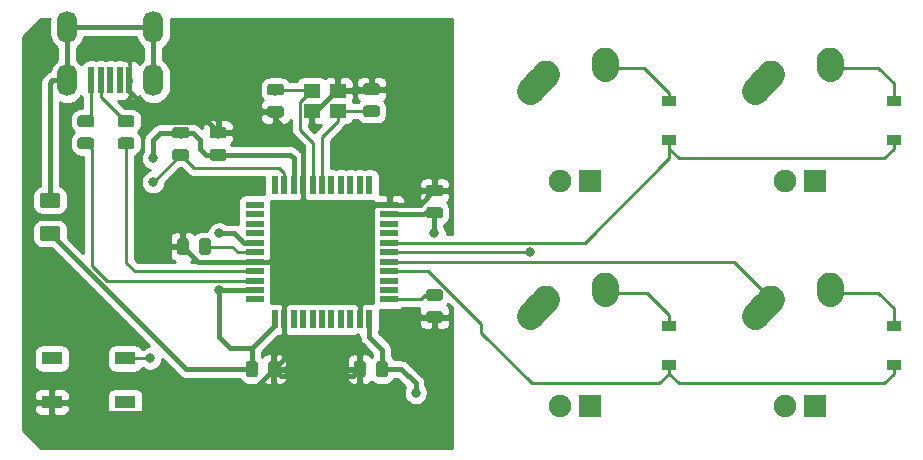
<source format=gbl>
G04 #@! TF.GenerationSoftware,KiCad,Pcbnew,5.0.1*
G04 #@! TF.CreationDate,2019-03-25T02:10:47+08:00*
G04 #@! TF.ProjectId,mykb,6D796B622E6B696361645F7063620000,rev?*
G04 #@! TF.SameCoordinates,Original*
G04 #@! TF.FileFunction,Copper,L2,Bot,Signal*
G04 #@! TF.FilePolarity,Positive*
%FSLAX46Y46*%
G04 Gerber Fmt 4.6, Leading zero omitted, Abs format (unit mm)*
G04 Created by KiCad (PCBNEW 5.0.1) date 2019年03月25日 星期一 02时10分47秒*
%MOMM*%
%LPD*%
G01*
G04 APERTURE LIST*
G04 #@! TA.AperFunction,Conductor*
%ADD10C,0.100000*%
G04 #@! TD*
G04 #@! TA.AperFunction,SMDPad,CuDef*
%ADD11C,0.975000*%
G04 #@! TD*
G04 #@! TA.AperFunction,SMDPad,CuDef*
%ADD12R,1.200000X0.900000*%
G04 #@! TD*
G04 #@! TA.AperFunction,SMDPad,CuDef*
%ADD13C,1.250000*%
G04 #@! TD*
G04 #@! TA.AperFunction,ComponentPad*
%ADD14R,1.905000X1.905000*%
G04 #@! TD*
G04 #@! TA.AperFunction,ComponentPad*
%ADD15C,1.905000*%
G04 #@! TD*
G04 #@! TA.AperFunction,ComponentPad*
%ADD16C,2.250000*%
G04 #@! TD*
G04 #@! TA.AperFunction,Conductor*
%ADD17C,2.250000*%
G04 #@! TD*
G04 #@! TA.AperFunction,SMDPad,CuDef*
%ADD18R,1.800000X1.100000*%
G04 #@! TD*
G04 #@! TA.AperFunction,SMDPad,CuDef*
%ADD19R,1.500000X0.550000*%
G04 #@! TD*
G04 #@! TA.AperFunction,SMDPad,CuDef*
%ADD20R,0.550000X1.500000*%
G04 #@! TD*
G04 #@! TA.AperFunction,SMDPad,CuDef*
%ADD21R,0.500000X2.250000*%
G04 #@! TD*
G04 #@! TA.AperFunction,ComponentPad*
%ADD22O,1.700000X2.700000*%
G04 #@! TD*
G04 #@! TA.AperFunction,SMDPad,CuDef*
%ADD23R,1.400000X1.200000*%
G04 #@! TD*
G04 #@! TA.AperFunction,ViaPad*
%ADD24C,0.800000*%
G04 #@! TD*
G04 #@! TA.AperFunction,Conductor*
%ADD25C,0.254000*%
G04 #@! TD*
G04 #@! TA.AperFunction,Conductor*
%ADD26C,0.381000*%
G04 #@! TD*
G04 APERTURE END LIST*
D10*
G04 #@! TO.N,Net-(C1-Pad2)*
G04 #@! TO.C,C1*
G36*
X93571142Y-73300674D02*
X93594803Y-73304184D01*
X93618007Y-73309996D01*
X93640529Y-73318054D01*
X93662153Y-73328282D01*
X93682670Y-73340579D01*
X93701883Y-73354829D01*
X93719607Y-73370893D01*
X93735671Y-73388617D01*
X93749921Y-73407830D01*
X93762218Y-73428347D01*
X93772446Y-73449971D01*
X93780504Y-73472493D01*
X93786316Y-73495697D01*
X93789826Y-73519358D01*
X93791000Y-73543250D01*
X93791000Y-74030750D01*
X93789826Y-74054642D01*
X93786316Y-74078303D01*
X93780504Y-74101507D01*
X93772446Y-74124029D01*
X93762218Y-74145653D01*
X93749921Y-74166170D01*
X93735671Y-74185383D01*
X93719607Y-74203107D01*
X93701883Y-74219171D01*
X93682670Y-74233421D01*
X93662153Y-74245718D01*
X93640529Y-74255946D01*
X93618007Y-74264004D01*
X93594803Y-74269816D01*
X93571142Y-74273326D01*
X93547250Y-74274500D01*
X92634750Y-74274500D01*
X92610858Y-74273326D01*
X92587197Y-74269816D01*
X92563993Y-74264004D01*
X92541471Y-74255946D01*
X92519847Y-74245718D01*
X92499330Y-74233421D01*
X92480117Y-74219171D01*
X92462393Y-74203107D01*
X92446329Y-74185383D01*
X92432079Y-74166170D01*
X92419782Y-74145653D01*
X92409554Y-74124029D01*
X92401496Y-74101507D01*
X92395684Y-74078303D01*
X92392174Y-74054642D01*
X92391000Y-74030750D01*
X92391000Y-73543250D01*
X92392174Y-73519358D01*
X92395684Y-73495697D01*
X92401496Y-73472493D01*
X92409554Y-73449971D01*
X92419782Y-73428347D01*
X92432079Y-73407830D01*
X92446329Y-73388617D01*
X92462393Y-73370893D01*
X92480117Y-73354829D01*
X92499330Y-73340579D01*
X92519847Y-73328282D01*
X92541471Y-73318054D01*
X92563993Y-73309996D01*
X92587197Y-73304184D01*
X92610858Y-73300674D01*
X92634750Y-73299500D01*
X93547250Y-73299500D01*
X93571142Y-73300674D01*
X93571142Y-73300674D01*
G37*
D11*
G04 #@! TD*
G04 #@! TO.P,C1,2*
G04 #@! TO.N,Net-(C1-Pad2)*
X93091000Y-73787000D03*
D10*
G04 #@! TO.N,GND*
G04 #@! TO.C,C1*
G36*
X93571142Y-71425674D02*
X93594803Y-71429184D01*
X93618007Y-71434996D01*
X93640529Y-71443054D01*
X93662153Y-71453282D01*
X93682670Y-71465579D01*
X93701883Y-71479829D01*
X93719607Y-71495893D01*
X93735671Y-71513617D01*
X93749921Y-71532830D01*
X93762218Y-71553347D01*
X93772446Y-71574971D01*
X93780504Y-71597493D01*
X93786316Y-71620697D01*
X93789826Y-71644358D01*
X93791000Y-71668250D01*
X93791000Y-72155750D01*
X93789826Y-72179642D01*
X93786316Y-72203303D01*
X93780504Y-72226507D01*
X93772446Y-72249029D01*
X93762218Y-72270653D01*
X93749921Y-72291170D01*
X93735671Y-72310383D01*
X93719607Y-72328107D01*
X93701883Y-72344171D01*
X93682670Y-72358421D01*
X93662153Y-72370718D01*
X93640529Y-72380946D01*
X93618007Y-72389004D01*
X93594803Y-72394816D01*
X93571142Y-72398326D01*
X93547250Y-72399500D01*
X92634750Y-72399500D01*
X92610858Y-72398326D01*
X92587197Y-72394816D01*
X92563993Y-72389004D01*
X92541471Y-72380946D01*
X92519847Y-72370718D01*
X92499330Y-72358421D01*
X92480117Y-72344171D01*
X92462393Y-72328107D01*
X92446329Y-72310383D01*
X92432079Y-72291170D01*
X92419782Y-72270653D01*
X92409554Y-72249029D01*
X92401496Y-72226507D01*
X92395684Y-72203303D01*
X92392174Y-72179642D01*
X92391000Y-72155750D01*
X92391000Y-71668250D01*
X92392174Y-71644358D01*
X92395684Y-71620697D01*
X92401496Y-71597493D01*
X92409554Y-71574971D01*
X92419782Y-71553347D01*
X92432079Y-71532830D01*
X92446329Y-71513617D01*
X92462393Y-71495893D01*
X92480117Y-71479829D01*
X92499330Y-71465579D01*
X92519847Y-71453282D01*
X92541471Y-71443054D01*
X92563993Y-71434996D01*
X92587197Y-71429184D01*
X92610858Y-71425674D01*
X92634750Y-71424500D01*
X93547250Y-71424500D01*
X93571142Y-71425674D01*
X93571142Y-71425674D01*
G37*
D11*
G04 #@! TD*
G04 #@! TO.P,C1,1*
G04 #@! TO.N,GND*
X93091000Y-71912000D03*
D10*
G04 #@! TO.N,Net-(C2-Pad1)*
G04 #@! TO.C,C2*
G36*
X85443142Y-71474174D02*
X85466803Y-71477684D01*
X85490007Y-71483496D01*
X85512529Y-71491554D01*
X85534153Y-71501782D01*
X85554670Y-71514079D01*
X85573883Y-71528329D01*
X85591607Y-71544393D01*
X85607671Y-71562117D01*
X85621921Y-71581330D01*
X85634218Y-71601847D01*
X85644446Y-71623471D01*
X85652504Y-71645993D01*
X85658316Y-71669197D01*
X85661826Y-71692858D01*
X85663000Y-71716750D01*
X85663000Y-72204250D01*
X85661826Y-72228142D01*
X85658316Y-72251803D01*
X85652504Y-72275007D01*
X85644446Y-72297529D01*
X85634218Y-72319153D01*
X85621921Y-72339670D01*
X85607671Y-72358883D01*
X85591607Y-72376607D01*
X85573883Y-72392671D01*
X85554670Y-72406921D01*
X85534153Y-72419218D01*
X85512529Y-72429446D01*
X85490007Y-72437504D01*
X85466803Y-72443316D01*
X85443142Y-72446826D01*
X85419250Y-72448000D01*
X84506750Y-72448000D01*
X84482858Y-72446826D01*
X84459197Y-72443316D01*
X84435993Y-72437504D01*
X84413471Y-72429446D01*
X84391847Y-72419218D01*
X84371330Y-72406921D01*
X84352117Y-72392671D01*
X84334393Y-72376607D01*
X84318329Y-72358883D01*
X84304079Y-72339670D01*
X84291782Y-72319153D01*
X84281554Y-72297529D01*
X84273496Y-72275007D01*
X84267684Y-72251803D01*
X84264174Y-72228142D01*
X84263000Y-72204250D01*
X84263000Y-71716750D01*
X84264174Y-71692858D01*
X84267684Y-71669197D01*
X84273496Y-71645993D01*
X84281554Y-71623471D01*
X84291782Y-71601847D01*
X84304079Y-71581330D01*
X84318329Y-71562117D01*
X84334393Y-71544393D01*
X84352117Y-71528329D01*
X84371330Y-71514079D01*
X84391847Y-71501782D01*
X84413471Y-71491554D01*
X84435993Y-71483496D01*
X84459197Y-71477684D01*
X84482858Y-71474174D01*
X84506750Y-71473000D01*
X85419250Y-71473000D01*
X85443142Y-71474174D01*
X85443142Y-71474174D01*
G37*
D11*
G04 #@! TD*
G04 #@! TO.P,C2,1*
G04 #@! TO.N,Net-(C2-Pad1)*
X84963000Y-71960500D03*
D10*
G04 #@! TO.N,GND*
G04 #@! TO.C,C2*
G36*
X85443142Y-73349174D02*
X85466803Y-73352684D01*
X85490007Y-73358496D01*
X85512529Y-73366554D01*
X85534153Y-73376782D01*
X85554670Y-73389079D01*
X85573883Y-73403329D01*
X85591607Y-73419393D01*
X85607671Y-73437117D01*
X85621921Y-73456330D01*
X85634218Y-73476847D01*
X85644446Y-73498471D01*
X85652504Y-73520993D01*
X85658316Y-73544197D01*
X85661826Y-73567858D01*
X85663000Y-73591750D01*
X85663000Y-74079250D01*
X85661826Y-74103142D01*
X85658316Y-74126803D01*
X85652504Y-74150007D01*
X85644446Y-74172529D01*
X85634218Y-74194153D01*
X85621921Y-74214670D01*
X85607671Y-74233883D01*
X85591607Y-74251607D01*
X85573883Y-74267671D01*
X85554670Y-74281921D01*
X85534153Y-74294218D01*
X85512529Y-74304446D01*
X85490007Y-74312504D01*
X85466803Y-74318316D01*
X85443142Y-74321826D01*
X85419250Y-74323000D01*
X84506750Y-74323000D01*
X84482858Y-74321826D01*
X84459197Y-74318316D01*
X84435993Y-74312504D01*
X84413471Y-74304446D01*
X84391847Y-74294218D01*
X84371330Y-74281921D01*
X84352117Y-74267671D01*
X84334393Y-74251607D01*
X84318329Y-74233883D01*
X84304079Y-74214670D01*
X84291782Y-74194153D01*
X84281554Y-74172529D01*
X84273496Y-74150007D01*
X84267684Y-74126803D01*
X84264174Y-74103142D01*
X84263000Y-74079250D01*
X84263000Y-73591750D01*
X84264174Y-73567858D01*
X84267684Y-73544197D01*
X84273496Y-73520993D01*
X84281554Y-73498471D01*
X84291782Y-73476847D01*
X84304079Y-73456330D01*
X84318329Y-73437117D01*
X84334393Y-73419393D01*
X84352117Y-73403329D01*
X84371330Y-73389079D01*
X84391847Y-73376782D01*
X84413471Y-73366554D01*
X84435993Y-73358496D01*
X84459197Y-73352684D01*
X84482858Y-73349174D01*
X84506750Y-73348000D01*
X85419250Y-73348000D01*
X85443142Y-73349174D01*
X85443142Y-73349174D01*
G37*
D11*
G04 #@! TD*
G04 #@! TO.P,C2,2*
G04 #@! TO.N,GND*
X84963000Y-73835500D03*
D10*
G04 #@! TO.N,Net-(C3-Pad1)*
G04 #@! TO.C,C3*
G36*
X79261642Y-84549924D02*
X79285303Y-84553434D01*
X79308507Y-84559246D01*
X79331029Y-84567304D01*
X79352653Y-84577532D01*
X79373170Y-84589829D01*
X79392383Y-84604079D01*
X79410107Y-84620143D01*
X79426171Y-84637867D01*
X79440421Y-84657080D01*
X79452718Y-84677597D01*
X79462946Y-84699221D01*
X79471004Y-84721743D01*
X79476816Y-84744947D01*
X79480326Y-84768608D01*
X79481500Y-84792500D01*
X79481500Y-85705000D01*
X79480326Y-85728892D01*
X79476816Y-85752553D01*
X79471004Y-85775757D01*
X79462946Y-85798279D01*
X79452718Y-85819903D01*
X79440421Y-85840420D01*
X79426171Y-85859633D01*
X79410107Y-85877357D01*
X79392383Y-85893421D01*
X79373170Y-85907671D01*
X79352653Y-85919968D01*
X79331029Y-85930196D01*
X79308507Y-85938254D01*
X79285303Y-85944066D01*
X79261642Y-85947576D01*
X79237750Y-85948750D01*
X78750250Y-85948750D01*
X78726358Y-85947576D01*
X78702697Y-85944066D01*
X78679493Y-85938254D01*
X78656971Y-85930196D01*
X78635347Y-85919968D01*
X78614830Y-85907671D01*
X78595617Y-85893421D01*
X78577893Y-85877357D01*
X78561829Y-85859633D01*
X78547579Y-85840420D01*
X78535282Y-85819903D01*
X78525054Y-85798279D01*
X78516996Y-85775757D01*
X78511184Y-85752553D01*
X78507674Y-85728892D01*
X78506500Y-85705000D01*
X78506500Y-84792500D01*
X78507674Y-84768608D01*
X78511184Y-84744947D01*
X78516996Y-84721743D01*
X78525054Y-84699221D01*
X78535282Y-84677597D01*
X78547579Y-84657080D01*
X78561829Y-84637867D01*
X78577893Y-84620143D01*
X78595617Y-84604079D01*
X78614830Y-84589829D01*
X78635347Y-84577532D01*
X78656971Y-84567304D01*
X78679493Y-84559246D01*
X78702697Y-84553434D01*
X78726358Y-84549924D01*
X78750250Y-84548750D01*
X79237750Y-84548750D01*
X79261642Y-84549924D01*
X79261642Y-84549924D01*
G37*
D11*
G04 #@! TD*
G04 #@! TO.P,C3,1*
G04 #@! TO.N,Net-(C3-Pad1)*
X78994000Y-85248750D03*
D10*
G04 #@! TO.N,GND*
G04 #@! TO.C,C3*
G36*
X77386642Y-84549924D02*
X77410303Y-84553434D01*
X77433507Y-84559246D01*
X77456029Y-84567304D01*
X77477653Y-84577532D01*
X77498170Y-84589829D01*
X77517383Y-84604079D01*
X77535107Y-84620143D01*
X77551171Y-84637867D01*
X77565421Y-84657080D01*
X77577718Y-84677597D01*
X77587946Y-84699221D01*
X77596004Y-84721743D01*
X77601816Y-84744947D01*
X77605326Y-84768608D01*
X77606500Y-84792500D01*
X77606500Y-85705000D01*
X77605326Y-85728892D01*
X77601816Y-85752553D01*
X77596004Y-85775757D01*
X77587946Y-85798279D01*
X77577718Y-85819903D01*
X77565421Y-85840420D01*
X77551171Y-85859633D01*
X77535107Y-85877357D01*
X77517383Y-85893421D01*
X77498170Y-85907671D01*
X77477653Y-85919968D01*
X77456029Y-85930196D01*
X77433507Y-85938254D01*
X77410303Y-85944066D01*
X77386642Y-85947576D01*
X77362750Y-85948750D01*
X76875250Y-85948750D01*
X76851358Y-85947576D01*
X76827697Y-85944066D01*
X76804493Y-85938254D01*
X76781971Y-85930196D01*
X76760347Y-85919968D01*
X76739830Y-85907671D01*
X76720617Y-85893421D01*
X76702893Y-85877357D01*
X76686829Y-85859633D01*
X76672579Y-85840420D01*
X76660282Y-85819903D01*
X76650054Y-85798279D01*
X76641996Y-85775757D01*
X76636184Y-85752553D01*
X76632674Y-85728892D01*
X76631500Y-85705000D01*
X76631500Y-84792500D01*
X76632674Y-84768608D01*
X76636184Y-84744947D01*
X76641996Y-84721743D01*
X76650054Y-84699221D01*
X76660282Y-84677597D01*
X76672579Y-84657080D01*
X76686829Y-84637867D01*
X76702893Y-84620143D01*
X76720617Y-84604079D01*
X76739830Y-84589829D01*
X76760347Y-84577532D01*
X76781971Y-84567304D01*
X76804493Y-84559246D01*
X76827697Y-84553434D01*
X76851358Y-84549924D01*
X76875250Y-84548750D01*
X77362750Y-84548750D01*
X77386642Y-84549924D01*
X77386642Y-84549924D01*
G37*
D11*
G04 #@! TD*
G04 #@! TO.P,C3,2*
G04 #@! TO.N,GND*
X77119000Y-85248750D03*
D10*
G04 #@! TO.N,GND*
G04 #@! TO.C,C4*
G36*
X80585392Y-75125424D02*
X80609053Y-75128934D01*
X80632257Y-75134746D01*
X80654779Y-75142804D01*
X80676403Y-75153032D01*
X80696920Y-75165329D01*
X80716133Y-75179579D01*
X80733857Y-75195643D01*
X80749921Y-75213367D01*
X80764171Y-75232580D01*
X80776468Y-75253097D01*
X80786696Y-75274721D01*
X80794754Y-75297243D01*
X80800566Y-75320447D01*
X80804076Y-75344108D01*
X80805250Y-75368000D01*
X80805250Y-75855500D01*
X80804076Y-75879392D01*
X80800566Y-75903053D01*
X80794754Y-75926257D01*
X80786696Y-75948779D01*
X80776468Y-75970403D01*
X80764171Y-75990920D01*
X80749921Y-76010133D01*
X80733857Y-76027857D01*
X80716133Y-76043921D01*
X80696920Y-76058171D01*
X80676403Y-76070468D01*
X80654779Y-76080696D01*
X80632257Y-76088754D01*
X80609053Y-76094566D01*
X80585392Y-76098076D01*
X80561500Y-76099250D01*
X79649000Y-76099250D01*
X79625108Y-76098076D01*
X79601447Y-76094566D01*
X79578243Y-76088754D01*
X79555721Y-76080696D01*
X79534097Y-76070468D01*
X79513580Y-76058171D01*
X79494367Y-76043921D01*
X79476643Y-76027857D01*
X79460579Y-76010133D01*
X79446329Y-75990920D01*
X79434032Y-75970403D01*
X79423804Y-75948779D01*
X79415746Y-75926257D01*
X79409934Y-75903053D01*
X79406424Y-75879392D01*
X79405250Y-75855500D01*
X79405250Y-75368000D01*
X79406424Y-75344108D01*
X79409934Y-75320447D01*
X79415746Y-75297243D01*
X79423804Y-75274721D01*
X79434032Y-75253097D01*
X79446329Y-75232580D01*
X79460579Y-75213367D01*
X79476643Y-75195643D01*
X79494367Y-75179579D01*
X79513580Y-75165329D01*
X79534097Y-75153032D01*
X79555721Y-75142804D01*
X79578243Y-75134746D01*
X79601447Y-75128934D01*
X79625108Y-75125424D01*
X79649000Y-75124250D01*
X80561500Y-75124250D01*
X80585392Y-75125424D01*
X80585392Y-75125424D01*
G37*
D11*
G04 #@! TD*
G04 #@! TO.P,C4,2*
G04 #@! TO.N,GND*
X80105250Y-75611750D03*
D10*
G04 #@! TO.N,+5V*
G04 #@! TO.C,C4*
G36*
X80585392Y-77000424D02*
X80609053Y-77003934D01*
X80632257Y-77009746D01*
X80654779Y-77017804D01*
X80676403Y-77028032D01*
X80696920Y-77040329D01*
X80716133Y-77054579D01*
X80733857Y-77070643D01*
X80749921Y-77088367D01*
X80764171Y-77107580D01*
X80776468Y-77128097D01*
X80786696Y-77149721D01*
X80794754Y-77172243D01*
X80800566Y-77195447D01*
X80804076Y-77219108D01*
X80805250Y-77243000D01*
X80805250Y-77730500D01*
X80804076Y-77754392D01*
X80800566Y-77778053D01*
X80794754Y-77801257D01*
X80786696Y-77823779D01*
X80776468Y-77845403D01*
X80764171Y-77865920D01*
X80749921Y-77885133D01*
X80733857Y-77902857D01*
X80716133Y-77918921D01*
X80696920Y-77933171D01*
X80676403Y-77945468D01*
X80654779Y-77955696D01*
X80632257Y-77963754D01*
X80609053Y-77969566D01*
X80585392Y-77973076D01*
X80561500Y-77974250D01*
X79649000Y-77974250D01*
X79625108Y-77973076D01*
X79601447Y-77969566D01*
X79578243Y-77963754D01*
X79555721Y-77955696D01*
X79534097Y-77945468D01*
X79513580Y-77933171D01*
X79494367Y-77918921D01*
X79476643Y-77902857D01*
X79460579Y-77885133D01*
X79446329Y-77865920D01*
X79434032Y-77845403D01*
X79423804Y-77823779D01*
X79415746Y-77801257D01*
X79409934Y-77778053D01*
X79406424Y-77754392D01*
X79405250Y-77730500D01*
X79405250Y-77243000D01*
X79406424Y-77219108D01*
X79409934Y-77195447D01*
X79415746Y-77172243D01*
X79423804Y-77149721D01*
X79434032Y-77128097D01*
X79446329Y-77107580D01*
X79460579Y-77088367D01*
X79476643Y-77070643D01*
X79494367Y-77054579D01*
X79513580Y-77040329D01*
X79534097Y-77028032D01*
X79555721Y-77017804D01*
X79578243Y-77009746D01*
X79601447Y-77003934D01*
X79625108Y-77000424D01*
X79649000Y-76999250D01*
X80561500Y-76999250D01*
X80585392Y-77000424D01*
X80585392Y-77000424D01*
G37*
D11*
G04 #@! TD*
G04 #@! TO.P,C4,1*
G04 #@! TO.N,+5V*
X80105250Y-77486750D03*
D10*
G04 #@! TO.N,+5V*
G04 #@! TO.C,C5*
G36*
X98905142Y-81889924D02*
X98928803Y-81893434D01*
X98952007Y-81899246D01*
X98974529Y-81907304D01*
X98996153Y-81917532D01*
X99016670Y-81929829D01*
X99035883Y-81944079D01*
X99053607Y-81960143D01*
X99069671Y-81977867D01*
X99083921Y-81997080D01*
X99096218Y-82017597D01*
X99106446Y-82039221D01*
X99114504Y-82061743D01*
X99120316Y-82084947D01*
X99123826Y-82108608D01*
X99125000Y-82132500D01*
X99125000Y-82620000D01*
X99123826Y-82643892D01*
X99120316Y-82667553D01*
X99114504Y-82690757D01*
X99106446Y-82713279D01*
X99096218Y-82734903D01*
X99083921Y-82755420D01*
X99069671Y-82774633D01*
X99053607Y-82792357D01*
X99035883Y-82808421D01*
X99016670Y-82822671D01*
X98996153Y-82834968D01*
X98974529Y-82845196D01*
X98952007Y-82853254D01*
X98928803Y-82859066D01*
X98905142Y-82862576D01*
X98881250Y-82863750D01*
X97968750Y-82863750D01*
X97944858Y-82862576D01*
X97921197Y-82859066D01*
X97897993Y-82853254D01*
X97875471Y-82845196D01*
X97853847Y-82834968D01*
X97833330Y-82822671D01*
X97814117Y-82808421D01*
X97796393Y-82792357D01*
X97780329Y-82774633D01*
X97766079Y-82755420D01*
X97753782Y-82734903D01*
X97743554Y-82713279D01*
X97735496Y-82690757D01*
X97729684Y-82667553D01*
X97726174Y-82643892D01*
X97725000Y-82620000D01*
X97725000Y-82132500D01*
X97726174Y-82108608D01*
X97729684Y-82084947D01*
X97735496Y-82061743D01*
X97743554Y-82039221D01*
X97753782Y-82017597D01*
X97766079Y-81997080D01*
X97780329Y-81977867D01*
X97796393Y-81960143D01*
X97814117Y-81944079D01*
X97833330Y-81929829D01*
X97853847Y-81917532D01*
X97875471Y-81907304D01*
X97897993Y-81899246D01*
X97921197Y-81893434D01*
X97944858Y-81889924D01*
X97968750Y-81888750D01*
X98881250Y-81888750D01*
X98905142Y-81889924D01*
X98905142Y-81889924D01*
G37*
D11*
G04 #@! TD*
G04 #@! TO.P,C5,1*
G04 #@! TO.N,+5V*
X98425000Y-82376250D03*
D10*
G04 #@! TO.N,GND*
G04 #@! TO.C,C5*
G36*
X98905142Y-80014924D02*
X98928803Y-80018434D01*
X98952007Y-80024246D01*
X98974529Y-80032304D01*
X98996153Y-80042532D01*
X99016670Y-80054829D01*
X99035883Y-80069079D01*
X99053607Y-80085143D01*
X99069671Y-80102867D01*
X99083921Y-80122080D01*
X99096218Y-80142597D01*
X99106446Y-80164221D01*
X99114504Y-80186743D01*
X99120316Y-80209947D01*
X99123826Y-80233608D01*
X99125000Y-80257500D01*
X99125000Y-80745000D01*
X99123826Y-80768892D01*
X99120316Y-80792553D01*
X99114504Y-80815757D01*
X99106446Y-80838279D01*
X99096218Y-80859903D01*
X99083921Y-80880420D01*
X99069671Y-80899633D01*
X99053607Y-80917357D01*
X99035883Y-80933421D01*
X99016670Y-80947671D01*
X98996153Y-80959968D01*
X98974529Y-80970196D01*
X98952007Y-80978254D01*
X98928803Y-80984066D01*
X98905142Y-80987576D01*
X98881250Y-80988750D01*
X97968750Y-80988750D01*
X97944858Y-80987576D01*
X97921197Y-80984066D01*
X97897993Y-80978254D01*
X97875471Y-80970196D01*
X97853847Y-80959968D01*
X97833330Y-80947671D01*
X97814117Y-80933421D01*
X97796393Y-80917357D01*
X97780329Y-80899633D01*
X97766079Y-80880420D01*
X97753782Y-80859903D01*
X97743554Y-80838279D01*
X97735496Y-80815757D01*
X97729684Y-80792553D01*
X97726174Y-80768892D01*
X97725000Y-80745000D01*
X97725000Y-80257500D01*
X97726174Y-80233608D01*
X97729684Y-80209947D01*
X97735496Y-80186743D01*
X97743554Y-80164221D01*
X97753782Y-80142597D01*
X97766079Y-80122080D01*
X97780329Y-80102867D01*
X97796393Y-80085143D01*
X97814117Y-80069079D01*
X97833330Y-80054829D01*
X97853847Y-80042532D01*
X97875471Y-80032304D01*
X97897993Y-80024246D01*
X97921197Y-80018434D01*
X97944858Y-80014924D01*
X97968750Y-80013750D01*
X98881250Y-80013750D01*
X98905142Y-80014924D01*
X98905142Y-80014924D01*
G37*
D11*
G04 #@! TD*
G04 #@! TO.P,C5,2*
G04 #@! TO.N,GND*
X98425000Y-80501250D03*
D10*
G04 #@! TO.N,GND*
G04 #@! TO.C,C6*
G36*
X92372642Y-94932174D02*
X92396303Y-94935684D01*
X92419507Y-94941496D01*
X92442029Y-94949554D01*
X92463653Y-94959782D01*
X92484170Y-94972079D01*
X92503383Y-94986329D01*
X92521107Y-95002393D01*
X92537171Y-95020117D01*
X92551421Y-95039330D01*
X92563718Y-95059847D01*
X92573946Y-95081471D01*
X92582004Y-95103993D01*
X92587816Y-95127197D01*
X92591326Y-95150858D01*
X92592500Y-95174750D01*
X92592500Y-96087250D01*
X92591326Y-96111142D01*
X92587816Y-96134803D01*
X92582004Y-96158007D01*
X92573946Y-96180529D01*
X92563718Y-96202153D01*
X92551421Y-96222670D01*
X92537171Y-96241883D01*
X92521107Y-96259607D01*
X92503383Y-96275671D01*
X92484170Y-96289921D01*
X92463653Y-96302218D01*
X92442029Y-96312446D01*
X92419507Y-96320504D01*
X92396303Y-96326316D01*
X92372642Y-96329826D01*
X92348750Y-96331000D01*
X91861250Y-96331000D01*
X91837358Y-96329826D01*
X91813697Y-96326316D01*
X91790493Y-96320504D01*
X91767971Y-96312446D01*
X91746347Y-96302218D01*
X91725830Y-96289921D01*
X91706617Y-96275671D01*
X91688893Y-96259607D01*
X91672829Y-96241883D01*
X91658579Y-96222670D01*
X91646282Y-96202153D01*
X91636054Y-96180529D01*
X91627996Y-96158007D01*
X91622184Y-96134803D01*
X91618674Y-96111142D01*
X91617500Y-96087250D01*
X91617500Y-95174750D01*
X91618674Y-95150858D01*
X91622184Y-95127197D01*
X91627996Y-95103993D01*
X91636054Y-95081471D01*
X91646282Y-95059847D01*
X91658579Y-95039330D01*
X91672829Y-95020117D01*
X91688893Y-95002393D01*
X91706617Y-94986329D01*
X91725830Y-94972079D01*
X91746347Y-94959782D01*
X91767971Y-94949554D01*
X91790493Y-94941496D01*
X91813697Y-94935684D01*
X91837358Y-94932174D01*
X91861250Y-94931000D01*
X92348750Y-94931000D01*
X92372642Y-94932174D01*
X92372642Y-94932174D01*
G37*
D11*
G04 #@! TD*
G04 #@! TO.P,C6,2*
G04 #@! TO.N,GND*
X92105000Y-95631000D03*
D10*
G04 #@! TO.N,+5V*
G04 #@! TO.C,C6*
G36*
X94247642Y-94932174D02*
X94271303Y-94935684D01*
X94294507Y-94941496D01*
X94317029Y-94949554D01*
X94338653Y-94959782D01*
X94359170Y-94972079D01*
X94378383Y-94986329D01*
X94396107Y-95002393D01*
X94412171Y-95020117D01*
X94426421Y-95039330D01*
X94438718Y-95059847D01*
X94448946Y-95081471D01*
X94457004Y-95103993D01*
X94462816Y-95127197D01*
X94466326Y-95150858D01*
X94467500Y-95174750D01*
X94467500Y-96087250D01*
X94466326Y-96111142D01*
X94462816Y-96134803D01*
X94457004Y-96158007D01*
X94448946Y-96180529D01*
X94438718Y-96202153D01*
X94426421Y-96222670D01*
X94412171Y-96241883D01*
X94396107Y-96259607D01*
X94378383Y-96275671D01*
X94359170Y-96289921D01*
X94338653Y-96302218D01*
X94317029Y-96312446D01*
X94294507Y-96320504D01*
X94271303Y-96326316D01*
X94247642Y-96329826D01*
X94223750Y-96331000D01*
X93736250Y-96331000D01*
X93712358Y-96329826D01*
X93688697Y-96326316D01*
X93665493Y-96320504D01*
X93642971Y-96312446D01*
X93621347Y-96302218D01*
X93600830Y-96289921D01*
X93581617Y-96275671D01*
X93563893Y-96259607D01*
X93547829Y-96241883D01*
X93533579Y-96222670D01*
X93521282Y-96202153D01*
X93511054Y-96180529D01*
X93502996Y-96158007D01*
X93497184Y-96134803D01*
X93493674Y-96111142D01*
X93492500Y-96087250D01*
X93492500Y-95174750D01*
X93493674Y-95150858D01*
X93497184Y-95127197D01*
X93502996Y-95103993D01*
X93511054Y-95081471D01*
X93521282Y-95059847D01*
X93533579Y-95039330D01*
X93547829Y-95020117D01*
X93563893Y-95002393D01*
X93581617Y-94986329D01*
X93600830Y-94972079D01*
X93621347Y-94959782D01*
X93642971Y-94949554D01*
X93665493Y-94941496D01*
X93688697Y-94935684D01*
X93712358Y-94932174D01*
X93736250Y-94931000D01*
X94223750Y-94931000D01*
X94247642Y-94932174D01*
X94247642Y-94932174D01*
G37*
D11*
G04 #@! TD*
G04 #@! TO.P,C6,1*
G04 #@! TO.N,+5V*
X93980000Y-95631000D03*
D10*
G04 #@! TO.N,+5V*
G04 #@! TO.C,C7*
G36*
X83228642Y-94932174D02*
X83252303Y-94935684D01*
X83275507Y-94941496D01*
X83298029Y-94949554D01*
X83319653Y-94959782D01*
X83340170Y-94972079D01*
X83359383Y-94986329D01*
X83377107Y-95002393D01*
X83393171Y-95020117D01*
X83407421Y-95039330D01*
X83419718Y-95059847D01*
X83429946Y-95081471D01*
X83438004Y-95103993D01*
X83443816Y-95127197D01*
X83447326Y-95150858D01*
X83448500Y-95174750D01*
X83448500Y-96087250D01*
X83447326Y-96111142D01*
X83443816Y-96134803D01*
X83438004Y-96158007D01*
X83429946Y-96180529D01*
X83419718Y-96202153D01*
X83407421Y-96222670D01*
X83393171Y-96241883D01*
X83377107Y-96259607D01*
X83359383Y-96275671D01*
X83340170Y-96289921D01*
X83319653Y-96302218D01*
X83298029Y-96312446D01*
X83275507Y-96320504D01*
X83252303Y-96326316D01*
X83228642Y-96329826D01*
X83204750Y-96331000D01*
X82717250Y-96331000D01*
X82693358Y-96329826D01*
X82669697Y-96326316D01*
X82646493Y-96320504D01*
X82623971Y-96312446D01*
X82602347Y-96302218D01*
X82581830Y-96289921D01*
X82562617Y-96275671D01*
X82544893Y-96259607D01*
X82528829Y-96241883D01*
X82514579Y-96222670D01*
X82502282Y-96202153D01*
X82492054Y-96180529D01*
X82483996Y-96158007D01*
X82478184Y-96134803D01*
X82474674Y-96111142D01*
X82473500Y-96087250D01*
X82473500Y-95174750D01*
X82474674Y-95150858D01*
X82478184Y-95127197D01*
X82483996Y-95103993D01*
X82492054Y-95081471D01*
X82502282Y-95059847D01*
X82514579Y-95039330D01*
X82528829Y-95020117D01*
X82544893Y-95002393D01*
X82562617Y-94986329D01*
X82581830Y-94972079D01*
X82602347Y-94959782D01*
X82623971Y-94949554D01*
X82646493Y-94941496D01*
X82669697Y-94935684D01*
X82693358Y-94932174D01*
X82717250Y-94931000D01*
X83204750Y-94931000D01*
X83228642Y-94932174D01*
X83228642Y-94932174D01*
G37*
D11*
G04 #@! TD*
G04 #@! TO.P,C7,1*
G04 #@! TO.N,+5V*
X82961000Y-95631000D03*
D10*
G04 #@! TO.N,GND*
G04 #@! TO.C,C7*
G36*
X85103642Y-94932174D02*
X85127303Y-94935684D01*
X85150507Y-94941496D01*
X85173029Y-94949554D01*
X85194653Y-94959782D01*
X85215170Y-94972079D01*
X85234383Y-94986329D01*
X85252107Y-95002393D01*
X85268171Y-95020117D01*
X85282421Y-95039330D01*
X85294718Y-95059847D01*
X85304946Y-95081471D01*
X85313004Y-95103993D01*
X85318816Y-95127197D01*
X85322326Y-95150858D01*
X85323500Y-95174750D01*
X85323500Y-96087250D01*
X85322326Y-96111142D01*
X85318816Y-96134803D01*
X85313004Y-96158007D01*
X85304946Y-96180529D01*
X85294718Y-96202153D01*
X85282421Y-96222670D01*
X85268171Y-96241883D01*
X85252107Y-96259607D01*
X85234383Y-96275671D01*
X85215170Y-96289921D01*
X85194653Y-96302218D01*
X85173029Y-96312446D01*
X85150507Y-96320504D01*
X85127303Y-96326316D01*
X85103642Y-96329826D01*
X85079750Y-96331000D01*
X84592250Y-96331000D01*
X84568358Y-96329826D01*
X84544697Y-96326316D01*
X84521493Y-96320504D01*
X84498971Y-96312446D01*
X84477347Y-96302218D01*
X84456830Y-96289921D01*
X84437617Y-96275671D01*
X84419893Y-96259607D01*
X84403829Y-96241883D01*
X84389579Y-96222670D01*
X84377282Y-96202153D01*
X84367054Y-96180529D01*
X84358996Y-96158007D01*
X84353184Y-96134803D01*
X84349674Y-96111142D01*
X84348500Y-96087250D01*
X84348500Y-95174750D01*
X84349674Y-95150858D01*
X84353184Y-95127197D01*
X84358996Y-95103993D01*
X84367054Y-95081471D01*
X84377282Y-95059847D01*
X84389579Y-95039330D01*
X84403829Y-95020117D01*
X84419893Y-95002393D01*
X84437617Y-94986329D01*
X84456830Y-94972079D01*
X84477347Y-94959782D01*
X84498971Y-94949554D01*
X84521493Y-94941496D01*
X84544697Y-94935684D01*
X84568358Y-94932174D01*
X84592250Y-94931000D01*
X85079750Y-94931000D01*
X85103642Y-94932174D01*
X85103642Y-94932174D01*
G37*
D11*
G04 #@! TD*
G04 #@! TO.P,C7,2*
G04 #@! TO.N,GND*
X84836000Y-95631000D03*
D12*
G04 #@! TO.P,D1,2*
G04 #@! TO.N,Net-(D1-Pad2)*
X118268750Y-72962500D03*
G04 #@! TO.P,D1,1*
G04 #@! TO.N,ROW0*
X118268750Y-76262500D03*
G04 #@! TD*
G04 #@! TO.P,D2,1*
G04 #@! TO.N,ROW0*
X137318750Y-76262500D03*
G04 #@! TO.P,D2,2*
G04 #@! TO.N,Net-(D2-Pad2)*
X137318750Y-72962500D03*
G04 #@! TD*
G04 #@! TO.P,D3,2*
G04 #@! TO.N,Net-(D3-Pad2)*
X118268750Y-92012500D03*
G04 #@! TO.P,D3,1*
G04 #@! TO.N,ROW1*
X118268750Y-95312500D03*
G04 #@! TD*
G04 #@! TO.P,D4,1*
G04 #@! TO.N,ROW1*
X137318750Y-95312500D03*
G04 #@! TO.P,D4,2*
G04 #@! TO.N,Net-(D4-Pad2)*
X137318750Y-92012500D03*
G04 #@! TD*
D10*
G04 #@! TO.N,+5V*
G04 #@! TO.C,F1*
G36*
X66530754Y-83513704D02*
X66555023Y-83517304D01*
X66578821Y-83523265D01*
X66601921Y-83531530D01*
X66624099Y-83542020D01*
X66645143Y-83554633D01*
X66664848Y-83569247D01*
X66683027Y-83585723D01*
X66699503Y-83603902D01*
X66714117Y-83623607D01*
X66726730Y-83644651D01*
X66737220Y-83666829D01*
X66745485Y-83689929D01*
X66751446Y-83713727D01*
X66755046Y-83737996D01*
X66756250Y-83762500D01*
X66756250Y-84512500D01*
X66755046Y-84537004D01*
X66751446Y-84561273D01*
X66745485Y-84585071D01*
X66737220Y-84608171D01*
X66726730Y-84630349D01*
X66714117Y-84651393D01*
X66699503Y-84671098D01*
X66683027Y-84689277D01*
X66664848Y-84705753D01*
X66645143Y-84720367D01*
X66624099Y-84732980D01*
X66601921Y-84743470D01*
X66578821Y-84751735D01*
X66555023Y-84757696D01*
X66530754Y-84761296D01*
X66506250Y-84762500D01*
X65256250Y-84762500D01*
X65231746Y-84761296D01*
X65207477Y-84757696D01*
X65183679Y-84751735D01*
X65160579Y-84743470D01*
X65138401Y-84732980D01*
X65117357Y-84720367D01*
X65097652Y-84705753D01*
X65079473Y-84689277D01*
X65062997Y-84671098D01*
X65048383Y-84651393D01*
X65035770Y-84630349D01*
X65025280Y-84608171D01*
X65017015Y-84585071D01*
X65011054Y-84561273D01*
X65007454Y-84537004D01*
X65006250Y-84512500D01*
X65006250Y-83762500D01*
X65007454Y-83737996D01*
X65011054Y-83713727D01*
X65017015Y-83689929D01*
X65025280Y-83666829D01*
X65035770Y-83644651D01*
X65048383Y-83623607D01*
X65062997Y-83603902D01*
X65079473Y-83585723D01*
X65097652Y-83569247D01*
X65117357Y-83554633D01*
X65138401Y-83542020D01*
X65160579Y-83531530D01*
X65183679Y-83523265D01*
X65207477Y-83517304D01*
X65231746Y-83513704D01*
X65256250Y-83512500D01*
X66506250Y-83512500D01*
X66530754Y-83513704D01*
X66530754Y-83513704D01*
G37*
D13*
G04 #@! TD*
G04 #@! TO.P,F1,1*
G04 #@! TO.N,+5V*
X65881250Y-84137500D03*
D10*
G04 #@! TO.N,VCC*
G04 #@! TO.C,F1*
G36*
X66530754Y-80713704D02*
X66555023Y-80717304D01*
X66578821Y-80723265D01*
X66601921Y-80731530D01*
X66624099Y-80742020D01*
X66645143Y-80754633D01*
X66664848Y-80769247D01*
X66683027Y-80785723D01*
X66699503Y-80803902D01*
X66714117Y-80823607D01*
X66726730Y-80844651D01*
X66737220Y-80866829D01*
X66745485Y-80889929D01*
X66751446Y-80913727D01*
X66755046Y-80937996D01*
X66756250Y-80962500D01*
X66756250Y-81712500D01*
X66755046Y-81737004D01*
X66751446Y-81761273D01*
X66745485Y-81785071D01*
X66737220Y-81808171D01*
X66726730Y-81830349D01*
X66714117Y-81851393D01*
X66699503Y-81871098D01*
X66683027Y-81889277D01*
X66664848Y-81905753D01*
X66645143Y-81920367D01*
X66624099Y-81932980D01*
X66601921Y-81943470D01*
X66578821Y-81951735D01*
X66555023Y-81957696D01*
X66530754Y-81961296D01*
X66506250Y-81962500D01*
X65256250Y-81962500D01*
X65231746Y-81961296D01*
X65207477Y-81957696D01*
X65183679Y-81951735D01*
X65160579Y-81943470D01*
X65138401Y-81932980D01*
X65117357Y-81920367D01*
X65097652Y-81905753D01*
X65079473Y-81889277D01*
X65062997Y-81871098D01*
X65048383Y-81851393D01*
X65035770Y-81830349D01*
X65025280Y-81808171D01*
X65017015Y-81785071D01*
X65011054Y-81761273D01*
X65007454Y-81737004D01*
X65006250Y-81712500D01*
X65006250Y-80962500D01*
X65007454Y-80937996D01*
X65011054Y-80913727D01*
X65017015Y-80889929D01*
X65025280Y-80866829D01*
X65035770Y-80844651D01*
X65048383Y-80823607D01*
X65062997Y-80803902D01*
X65079473Y-80785723D01*
X65097652Y-80769247D01*
X65117357Y-80754633D01*
X65138401Y-80742020D01*
X65160579Y-80731530D01*
X65183679Y-80723265D01*
X65207477Y-80717304D01*
X65231746Y-80713704D01*
X65256250Y-80712500D01*
X66506250Y-80712500D01*
X66530754Y-80713704D01*
X66530754Y-80713704D01*
G37*
D13*
G04 #@! TD*
G04 #@! TO.P,F1,2*
G04 #@! TO.N,VCC*
X65881250Y-81337500D03*
D14*
G04 #@! TO.P,MX1,4*
G04 #@! TO.N,Net-(MX1-Pad4)*
X111601250Y-79692500D03*
D15*
G04 #@! TO.P,MX1,3*
G04 #@! TO.N,Net-(MX1-Pad3)*
X109061250Y-79692500D03*
D16*
G04 #@! TO.P,MX1,1*
G04 #@! TO.N,COL0*
X107831250Y-70612500D03*
X107176251Y-71342500D03*
D17*
G04 #@! TD*
G04 #@! TO.N,COL0*
G04 #@! TO.C,MX1*
X106521250Y-72072500D02*
X107831252Y-70612500D01*
D16*
G04 #@! TO.P,MX1,2*
G04 #@! TO.N,Net-(D1-Pad2)*
X112871250Y-69532500D03*
X112851250Y-69822500D03*
D17*
G04 #@! TD*
G04 #@! TO.N,Net-(D1-Pad2)*
G04 #@! TO.C,MX1*
X112831250Y-70112500D02*
X112871250Y-69532500D01*
D16*
G04 #@! TO.P,MX2,2*
G04 #@! TO.N,Net-(D2-Pad2)*
X131901250Y-69822500D03*
D17*
G04 #@! TD*
G04 #@! TO.N,Net-(D2-Pad2)*
G04 #@! TO.C,MX2*
X131881250Y-70112500D02*
X131921250Y-69532500D01*
D16*
G04 #@! TO.P,MX2,2*
G04 #@! TO.N,Net-(D2-Pad2)*
X131921250Y-69532500D03*
G04 #@! TO.P,MX2,1*
G04 #@! TO.N,COL1*
X126226251Y-71342500D03*
D17*
G04 #@! TD*
G04 #@! TO.N,COL1*
G04 #@! TO.C,MX2*
X125571250Y-72072500D02*
X126881252Y-70612500D01*
D16*
G04 #@! TO.P,MX2,1*
G04 #@! TO.N,COL1*
X126881250Y-70612500D03*
D15*
G04 #@! TO.P,MX2,3*
G04 #@! TO.N,Net-(MX2-Pad3)*
X128111250Y-79692500D03*
D14*
G04 #@! TO.P,MX2,4*
G04 #@! TO.N,Net-(MX2-Pad4)*
X130651250Y-79692500D03*
G04 #@! TD*
G04 #@! TO.P,MX3,4*
G04 #@! TO.N,Net-(MX3-Pad4)*
X111601250Y-98742500D03*
D15*
G04 #@! TO.P,MX3,3*
G04 #@! TO.N,Net-(MX3-Pad3)*
X109061250Y-98742500D03*
D16*
G04 #@! TO.P,MX3,1*
G04 #@! TO.N,COL0*
X107831250Y-89662500D03*
X107176251Y-90392500D03*
D17*
G04 #@! TD*
G04 #@! TO.N,COL0*
G04 #@! TO.C,MX3*
X106521250Y-91122500D02*
X107831252Y-89662500D01*
D16*
G04 #@! TO.P,MX3,2*
G04 #@! TO.N,Net-(D3-Pad2)*
X112871250Y-88582500D03*
X112851250Y-88872500D03*
D17*
G04 #@! TD*
G04 #@! TO.N,Net-(D3-Pad2)*
G04 #@! TO.C,MX3*
X112831250Y-89162500D02*
X112871250Y-88582500D01*
D16*
G04 #@! TO.P,MX4,2*
G04 #@! TO.N,Net-(D4-Pad2)*
X131901250Y-88872500D03*
D17*
G04 #@! TD*
G04 #@! TO.N,Net-(D4-Pad2)*
G04 #@! TO.C,MX4*
X131881250Y-89162500D02*
X131921250Y-88582500D01*
D16*
G04 #@! TO.P,MX4,2*
G04 #@! TO.N,Net-(D4-Pad2)*
X131921250Y-88582500D03*
G04 #@! TO.P,MX4,1*
G04 #@! TO.N,COL1*
X126226251Y-90392500D03*
D17*
G04 #@! TD*
G04 #@! TO.N,COL1*
G04 #@! TO.C,MX4*
X125571250Y-91122500D02*
X126881252Y-89662500D01*
D16*
G04 #@! TO.P,MX4,1*
G04 #@! TO.N,COL1*
X126881250Y-89662500D03*
D15*
G04 #@! TO.P,MX4,3*
G04 #@! TO.N,Net-(MX4-Pad3)*
X128111250Y-98742500D03*
D14*
G04 #@! TO.P,MX4,4*
G04 #@! TO.N,Net-(MX4-Pad4)*
X130651250Y-98742500D03*
G04 #@! TD*
D10*
G04 #@! TO.N,Net-(R1-Pad2)*
G04 #@! TO.C,R1*
G36*
X77410392Y-77000424D02*
X77434053Y-77003934D01*
X77457257Y-77009746D01*
X77479779Y-77017804D01*
X77501403Y-77028032D01*
X77521920Y-77040329D01*
X77541133Y-77054579D01*
X77558857Y-77070643D01*
X77574921Y-77088367D01*
X77589171Y-77107580D01*
X77601468Y-77128097D01*
X77611696Y-77149721D01*
X77619754Y-77172243D01*
X77625566Y-77195447D01*
X77629076Y-77219108D01*
X77630250Y-77243000D01*
X77630250Y-77730500D01*
X77629076Y-77754392D01*
X77625566Y-77778053D01*
X77619754Y-77801257D01*
X77611696Y-77823779D01*
X77601468Y-77845403D01*
X77589171Y-77865920D01*
X77574921Y-77885133D01*
X77558857Y-77902857D01*
X77541133Y-77918921D01*
X77521920Y-77933171D01*
X77501403Y-77945468D01*
X77479779Y-77955696D01*
X77457257Y-77963754D01*
X77434053Y-77969566D01*
X77410392Y-77973076D01*
X77386500Y-77974250D01*
X76474000Y-77974250D01*
X76450108Y-77973076D01*
X76426447Y-77969566D01*
X76403243Y-77963754D01*
X76380721Y-77955696D01*
X76359097Y-77945468D01*
X76338580Y-77933171D01*
X76319367Y-77918921D01*
X76301643Y-77902857D01*
X76285579Y-77885133D01*
X76271329Y-77865920D01*
X76259032Y-77845403D01*
X76248804Y-77823779D01*
X76240746Y-77801257D01*
X76234934Y-77778053D01*
X76231424Y-77754392D01*
X76230250Y-77730500D01*
X76230250Y-77243000D01*
X76231424Y-77219108D01*
X76234934Y-77195447D01*
X76240746Y-77172243D01*
X76248804Y-77149721D01*
X76259032Y-77128097D01*
X76271329Y-77107580D01*
X76285579Y-77088367D01*
X76301643Y-77070643D01*
X76319367Y-77054579D01*
X76338580Y-77040329D01*
X76359097Y-77028032D01*
X76380721Y-77017804D01*
X76403243Y-77009746D01*
X76426447Y-77003934D01*
X76450108Y-77000424D01*
X76474000Y-76999250D01*
X77386500Y-76999250D01*
X77410392Y-77000424D01*
X77410392Y-77000424D01*
G37*
D11*
G04 #@! TD*
G04 #@! TO.P,R1,2*
G04 #@! TO.N,Net-(R1-Pad2)*
X76930250Y-77486750D03*
D10*
G04 #@! TO.N,+5V*
G04 #@! TO.C,R1*
G36*
X77410392Y-75125424D02*
X77434053Y-75128934D01*
X77457257Y-75134746D01*
X77479779Y-75142804D01*
X77501403Y-75153032D01*
X77521920Y-75165329D01*
X77541133Y-75179579D01*
X77558857Y-75195643D01*
X77574921Y-75213367D01*
X77589171Y-75232580D01*
X77601468Y-75253097D01*
X77611696Y-75274721D01*
X77619754Y-75297243D01*
X77625566Y-75320447D01*
X77629076Y-75344108D01*
X77630250Y-75368000D01*
X77630250Y-75855500D01*
X77629076Y-75879392D01*
X77625566Y-75903053D01*
X77619754Y-75926257D01*
X77611696Y-75948779D01*
X77601468Y-75970403D01*
X77589171Y-75990920D01*
X77574921Y-76010133D01*
X77558857Y-76027857D01*
X77541133Y-76043921D01*
X77521920Y-76058171D01*
X77501403Y-76070468D01*
X77479779Y-76080696D01*
X77457257Y-76088754D01*
X77434053Y-76094566D01*
X77410392Y-76098076D01*
X77386500Y-76099250D01*
X76474000Y-76099250D01*
X76450108Y-76098076D01*
X76426447Y-76094566D01*
X76403243Y-76088754D01*
X76380721Y-76080696D01*
X76359097Y-76070468D01*
X76338580Y-76058171D01*
X76319367Y-76043921D01*
X76301643Y-76027857D01*
X76285579Y-76010133D01*
X76271329Y-75990920D01*
X76259032Y-75970403D01*
X76248804Y-75948779D01*
X76240746Y-75926257D01*
X76234934Y-75903053D01*
X76231424Y-75879392D01*
X76230250Y-75855500D01*
X76230250Y-75368000D01*
X76231424Y-75344108D01*
X76234934Y-75320447D01*
X76240746Y-75297243D01*
X76248804Y-75274721D01*
X76259032Y-75253097D01*
X76271329Y-75232580D01*
X76285579Y-75213367D01*
X76301643Y-75195643D01*
X76319367Y-75179579D01*
X76338580Y-75165329D01*
X76359097Y-75153032D01*
X76380721Y-75142804D01*
X76403243Y-75134746D01*
X76426447Y-75128934D01*
X76450108Y-75125424D01*
X76474000Y-75124250D01*
X77386500Y-75124250D01*
X77410392Y-75125424D01*
X77410392Y-75125424D01*
G37*
D11*
G04 #@! TD*
G04 #@! TO.P,R1,1*
G04 #@! TO.N,+5V*
X76930250Y-75611750D03*
D10*
G04 #@! TO.N,D+*
G04 #@! TO.C,R2*
G36*
X72806642Y-74141174D02*
X72830303Y-74144684D01*
X72853507Y-74150496D01*
X72876029Y-74158554D01*
X72897653Y-74168782D01*
X72918170Y-74181079D01*
X72937383Y-74195329D01*
X72955107Y-74211393D01*
X72971171Y-74229117D01*
X72985421Y-74248330D01*
X72997718Y-74268847D01*
X73007946Y-74290471D01*
X73016004Y-74312993D01*
X73021816Y-74336197D01*
X73025326Y-74359858D01*
X73026500Y-74383750D01*
X73026500Y-74871250D01*
X73025326Y-74895142D01*
X73021816Y-74918803D01*
X73016004Y-74942007D01*
X73007946Y-74964529D01*
X72997718Y-74986153D01*
X72985421Y-75006670D01*
X72971171Y-75025883D01*
X72955107Y-75043607D01*
X72937383Y-75059671D01*
X72918170Y-75073921D01*
X72897653Y-75086218D01*
X72876029Y-75096446D01*
X72853507Y-75104504D01*
X72830303Y-75110316D01*
X72806642Y-75113826D01*
X72782750Y-75115000D01*
X71870250Y-75115000D01*
X71846358Y-75113826D01*
X71822697Y-75110316D01*
X71799493Y-75104504D01*
X71776971Y-75096446D01*
X71755347Y-75086218D01*
X71734830Y-75073921D01*
X71715617Y-75059671D01*
X71697893Y-75043607D01*
X71681829Y-75025883D01*
X71667579Y-75006670D01*
X71655282Y-74986153D01*
X71645054Y-74964529D01*
X71636996Y-74942007D01*
X71631184Y-74918803D01*
X71627674Y-74895142D01*
X71626500Y-74871250D01*
X71626500Y-74383750D01*
X71627674Y-74359858D01*
X71631184Y-74336197D01*
X71636996Y-74312993D01*
X71645054Y-74290471D01*
X71655282Y-74268847D01*
X71667579Y-74248330D01*
X71681829Y-74229117D01*
X71697893Y-74211393D01*
X71715617Y-74195329D01*
X71734830Y-74181079D01*
X71755347Y-74168782D01*
X71776971Y-74158554D01*
X71799493Y-74150496D01*
X71822697Y-74144684D01*
X71846358Y-74141174D01*
X71870250Y-74140000D01*
X72782750Y-74140000D01*
X72806642Y-74141174D01*
X72806642Y-74141174D01*
G37*
D11*
G04 #@! TD*
G04 #@! TO.P,R2,2*
G04 #@! TO.N,D+*
X72326500Y-74627500D03*
D10*
G04 #@! TO.N,Net-(R2-Pad1)*
G04 #@! TO.C,R2*
G36*
X72806642Y-76016174D02*
X72830303Y-76019684D01*
X72853507Y-76025496D01*
X72876029Y-76033554D01*
X72897653Y-76043782D01*
X72918170Y-76056079D01*
X72937383Y-76070329D01*
X72955107Y-76086393D01*
X72971171Y-76104117D01*
X72985421Y-76123330D01*
X72997718Y-76143847D01*
X73007946Y-76165471D01*
X73016004Y-76187993D01*
X73021816Y-76211197D01*
X73025326Y-76234858D01*
X73026500Y-76258750D01*
X73026500Y-76746250D01*
X73025326Y-76770142D01*
X73021816Y-76793803D01*
X73016004Y-76817007D01*
X73007946Y-76839529D01*
X72997718Y-76861153D01*
X72985421Y-76881670D01*
X72971171Y-76900883D01*
X72955107Y-76918607D01*
X72937383Y-76934671D01*
X72918170Y-76948921D01*
X72897653Y-76961218D01*
X72876029Y-76971446D01*
X72853507Y-76979504D01*
X72830303Y-76985316D01*
X72806642Y-76988826D01*
X72782750Y-76990000D01*
X71870250Y-76990000D01*
X71846358Y-76988826D01*
X71822697Y-76985316D01*
X71799493Y-76979504D01*
X71776971Y-76971446D01*
X71755347Y-76961218D01*
X71734830Y-76948921D01*
X71715617Y-76934671D01*
X71697893Y-76918607D01*
X71681829Y-76900883D01*
X71667579Y-76881670D01*
X71655282Y-76861153D01*
X71645054Y-76839529D01*
X71636996Y-76817007D01*
X71631184Y-76793803D01*
X71627674Y-76770142D01*
X71626500Y-76746250D01*
X71626500Y-76258750D01*
X71627674Y-76234858D01*
X71631184Y-76211197D01*
X71636996Y-76187993D01*
X71645054Y-76165471D01*
X71655282Y-76143847D01*
X71667579Y-76123330D01*
X71681829Y-76104117D01*
X71697893Y-76086393D01*
X71715617Y-76070329D01*
X71734830Y-76056079D01*
X71755347Y-76043782D01*
X71776971Y-76033554D01*
X71799493Y-76025496D01*
X71822697Y-76019684D01*
X71846358Y-76016174D01*
X71870250Y-76015000D01*
X72782750Y-76015000D01*
X72806642Y-76016174D01*
X72806642Y-76016174D01*
G37*
D11*
G04 #@! TD*
G04 #@! TO.P,R2,1*
G04 #@! TO.N,Net-(R2-Pad1)*
X72326500Y-76502500D03*
D10*
G04 #@! TO.N,Net-(R3-Pad1)*
G04 #@! TO.C,R3*
G36*
X69377642Y-76016174D02*
X69401303Y-76019684D01*
X69424507Y-76025496D01*
X69447029Y-76033554D01*
X69468653Y-76043782D01*
X69489170Y-76056079D01*
X69508383Y-76070329D01*
X69526107Y-76086393D01*
X69542171Y-76104117D01*
X69556421Y-76123330D01*
X69568718Y-76143847D01*
X69578946Y-76165471D01*
X69587004Y-76187993D01*
X69592816Y-76211197D01*
X69596326Y-76234858D01*
X69597500Y-76258750D01*
X69597500Y-76746250D01*
X69596326Y-76770142D01*
X69592816Y-76793803D01*
X69587004Y-76817007D01*
X69578946Y-76839529D01*
X69568718Y-76861153D01*
X69556421Y-76881670D01*
X69542171Y-76900883D01*
X69526107Y-76918607D01*
X69508383Y-76934671D01*
X69489170Y-76948921D01*
X69468653Y-76961218D01*
X69447029Y-76971446D01*
X69424507Y-76979504D01*
X69401303Y-76985316D01*
X69377642Y-76988826D01*
X69353750Y-76990000D01*
X68441250Y-76990000D01*
X68417358Y-76988826D01*
X68393697Y-76985316D01*
X68370493Y-76979504D01*
X68347971Y-76971446D01*
X68326347Y-76961218D01*
X68305830Y-76948921D01*
X68286617Y-76934671D01*
X68268893Y-76918607D01*
X68252829Y-76900883D01*
X68238579Y-76881670D01*
X68226282Y-76861153D01*
X68216054Y-76839529D01*
X68207996Y-76817007D01*
X68202184Y-76793803D01*
X68198674Y-76770142D01*
X68197500Y-76746250D01*
X68197500Y-76258750D01*
X68198674Y-76234858D01*
X68202184Y-76211197D01*
X68207996Y-76187993D01*
X68216054Y-76165471D01*
X68226282Y-76143847D01*
X68238579Y-76123330D01*
X68252829Y-76104117D01*
X68268893Y-76086393D01*
X68286617Y-76070329D01*
X68305830Y-76056079D01*
X68326347Y-76043782D01*
X68347971Y-76033554D01*
X68370493Y-76025496D01*
X68393697Y-76019684D01*
X68417358Y-76016174D01*
X68441250Y-76015000D01*
X69353750Y-76015000D01*
X69377642Y-76016174D01*
X69377642Y-76016174D01*
G37*
D11*
G04 #@! TD*
G04 #@! TO.P,R3,1*
G04 #@! TO.N,Net-(R3-Pad1)*
X68897500Y-76502500D03*
D10*
G04 #@! TO.N,D-*
G04 #@! TO.C,R3*
G36*
X69377642Y-74141174D02*
X69401303Y-74144684D01*
X69424507Y-74150496D01*
X69447029Y-74158554D01*
X69468653Y-74168782D01*
X69489170Y-74181079D01*
X69508383Y-74195329D01*
X69526107Y-74211393D01*
X69542171Y-74229117D01*
X69556421Y-74248330D01*
X69568718Y-74268847D01*
X69578946Y-74290471D01*
X69587004Y-74312993D01*
X69592816Y-74336197D01*
X69596326Y-74359858D01*
X69597500Y-74383750D01*
X69597500Y-74871250D01*
X69596326Y-74895142D01*
X69592816Y-74918803D01*
X69587004Y-74942007D01*
X69578946Y-74964529D01*
X69568718Y-74986153D01*
X69556421Y-75006670D01*
X69542171Y-75025883D01*
X69526107Y-75043607D01*
X69508383Y-75059671D01*
X69489170Y-75073921D01*
X69468653Y-75086218D01*
X69447029Y-75096446D01*
X69424507Y-75104504D01*
X69401303Y-75110316D01*
X69377642Y-75113826D01*
X69353750Y-75115000D01*
X68441250Y-75115000D01*
X68417358Y-75113826D01*
X68393697Y-75110316D01*
X68370493Y-75104504D01*
X68347971Y-75096446D01*
X68326347Y-75086218D01*
X68305830Y-75073921D01*
X68286617Y-75059671D01*
X68268893Y-75043607D01*
X68252829Y-75025883D01*
X68238579Y-75006670D01*
X68226282Y-74986153D01*
X68216054Y-74964529D01*
X68207996Y-74942007D01*
X68202184Y-74918803D01*
X68198674Y-74895142D01*
X68197500Y-74871250D01*
X68197500Y-74383750D01*
X68198674Y-74359858D01*
X68202184Y-74336197D01*
X68207996Y-74312993D01*
X68216054Y-74290471D01*
X68226282Y-74268847D01*
X68238579Y-74248330D01*
X68252829Y-74229117D01*
X68268893Y-74211393D01*
X68286617Y-74195329D01*
X68305830Y-74181079D01*
X68326347Y-74168782D01*
X68347971Y-74158554D01*
X68370493Y-74150496D01*
X68393697Y-74144684D01*
X68417358Y-74141174D01*
X68441250Y-74140000D01*
X69353750Y-74140000D01*
X69377642Y-74141174D01*
X69377642Y-74141174D01*
G37*
D11*
G04 #@! TD*
G04 #@! TO.P,R3,2*
G04 #@! TO.N,D-*
X68897500Y-74627500D03*
D10*
G04 #@! TO.N,GND*
G04 #@! TO.C,R4*
G36*
X98905142Y-90731424D02*
X98928803Y-90734934D01*
X98952007Y-90740746D01*
X98974529Y-90748804D01*
X98996153Y-90759032D01*
X99016670Y-90771329D01*
X99035883Y-90785579D01*
X99053607Y-90801643D01*
X99069671Y-90819367D01*
X99083921Y-90838580D01*
X99096218Y-90859097D01*
X99106446Y-90880721D01*
X99114504Y-90903243D01*
X99120316Y-90926447D01*
X99123826Y-90950108D01*
X99125000Y-90974000D01*
X99125000Y-91461500D01*
X99123826Y-91485392D01*
X99120316Y-91509053D01*
X99114504Y-91532257D01*
X99106446Y-91554779D01*
X99096218Y-91576403D01*
X99083921Y-91596920D01*
X99069671Y-91616133D01*
X99053607Y-91633857D01*
X99035883Y-91649921D01*
X99016670Y-91664171D01*
X98996153Y-91676468D01*
X98974529Y-91686696D01*
X98952007Y-91694754D01*
X98928803Y-91700566D01*
X98905142Y-91704076D01*
X98881250Y-91705250D01*
X97968750Y-91705250D01*
X97944858Y-91704076D01*
X97921197Y-91700566D01*
X97897993Y-91694754D01*
X97875471Y-91686696D01*
X97853847Y-91676468D01*
X97833330Y-91664171D01*
X97814117Y-91649921D01*
X97796393Y-91633857D01*
X97780329Y-91616133D01*
X97766079Y-91596920D01*
X97753782Y-91576403D01*
X97743554Y-91554779D01*
X97735496Y-91532257D01*
X97729684Y-91509053D01*
X97726174Y-91485392D01*
X97725000Y-91461500D01*
X97725000Y-90974000D01*
X97726174Y-90950108D01*
X97729684Y-90926447D01*
X97735496Y-90903243D01*
X97743554Y-90880721D01*
X97753782Y-90859097D01*
X97766079Y-90838580D01*
X97780329Y-90819367D01*
X97796393Y-90801643D01*
X97814117Y-90785579D01*
X97833330Y-90771329D01*
X97853847Y-90759032D01*
X97875471Y-90748804D01*
X97897993Y-90740746D01*
X97921197Y-90734934D01*
X97944858Y-90731424D01*
X97968750Y-90730250D01*
X98881250Y-90730250D01*
X98905142Y-90731424D01*
X98905142Y-90731424D01*
G37*
D11*
G04 #@! TD*
G04 #@! TO.P,R4,1*
G04 #@! TO.N,GND*
X98425000Y-91217750D03*
D10*
G04 #@! TO.N,Net-(R4-Pad2)*
G04 #@! TO.C,R4*
G36*
X98905142Y-88856424D02*
X98928803Y-88859934D01*
X98952007Y-88865746D01*
X98974529Y-88873804D01*
X98996153Y-88884032D01*
X99016670Y-88896329D01*
X99035883Y-88910579D01*
X99053607Y-88926643D01*
X99069671Y-88944367D01*
X99083921Y-88963580D01*
X99096218Y-88984097D01*
X99106446Y-89005721D01*
X99114504Y-89028243D01*
X99120316Y-89051447D01*
X99123826Y-89075108D01*
X99125000Y-89099000D01*
X99125000Y-89586500D01*
X99123826Y-89610392D01*
X99120316Y-89634053D01*
X99114504Y-89657257D01*
X99106446Y-89679779D01*
X99096218Y-89701403D01*
X99083921Y-89721920D01*
X99069671Y-89741133D01*
X99053607Y-89758857D01*
X99035883Y-89774921D01*
X99016670Y-89789171D01*
X98996153Y-89801468D01*
X98974529Y-89811696D01*
X98952007Y-89819754D01*
X98928803Y-89825566D01*
X98905142Y-89829076D01*
X98881250Y-89830250D01*
X97968750Y-89830250D01*
X97944858Y-89829076D01*
X97921197Y-89825566D01*
X97897993Y-89819754D01*
X97875471Y-89811696D01*
X97853847Y-89801468D01*
X97833330Y-89789171D01*
X97814117Y-89774921D01*
X97796393Y-89758857D01*
X97780329Y-89741133D01*
X97766079Y-89721920D01*
X97753782Y-89701403D01*
X97743554Y-89679779D01*
X97735496Y-89657257D01*
X97729684Y-89634053D01*
X97726174Y-89610392D01*
X97725000Y-89586500D01*
X97725000Y-89099000D01*
X97726174Y-89075108D01*
X97729684Y-89051447D01*
X97735496Y-89028243D01*
X97743554Y-89005721D01*
X97753782Y-88984097D01*
X97766079Y-88963580D01*
X97780329Y-88944367D01*
X97796393Y-88926643D01*
X97814117Y-88910579D01*
X97833330Y-88896329D01*
X97853847Y-88884032D01*
X97875471Y-88873804D01*
X97897993Y-88865746D01*
X97921197Y-88859934D01*
X97944858Y-88856424D01*
X97968750Y-88855250D01*
X98881250Y-88855250D01*
X98905142Y-88856424D01*
X98905142Y-88856424D01*
G37*
D11*
G04 #@! TD*
G04 #@! TO.P,R4,2*
G04 #@! TO.N,Net-(R4-Pad2)*
X98425000Y-89342750D03*
D18*
G04 #@! TO.P,SW1,1*
G04 #@! TO.N,GND*
X66031250Y-98425000D03*
G04 #@! TO.P,SW1,2*
G04 #@! TO.N,Net-(R1-Pad2)*
X72231250Y-94725000D03*
G04 #@! TO.P,SW1,3*
G04 #@! TO.N,N/C*
X66031250Y-94725000D03*
G04 #@! TO.P,SW1,4*
X72231250Y-98425000D03*
G04 #@! TD*
D19*
G04 #@! TO.P,U1,1*
G04 #@! TO.N,Net-(U1-Pad1)*
X83200000Y-89725000D03*
G04 #@! TO.P,U1,2*
G04 #@! TO.N,+5V*
X83200000Y-88925000D03*
G04 #@! TO.P,U1,3*
G04 #@! TO.N,Net-(R3-Pad1)*
X83200000Y-88125000D03*
G04 #@! TO.P,U1,4*
G04 #@! TO.N,Net-(R2-Pad1)*
X83200000Y-87325000D03*
G04 #@! TO.P,U1,5*
G04 #@! TO.N,GND*
X83200000Y-86525000D03*
G04 #@! TO.P,U1,6*
G04 #@! TO.N,Net-(C3-Pad1)*
X83200000Y-85725000D03*
G04 #@! TO.P,U1,7*
G04 #@! TO.N,+5V*
X83200000Y-84925000D03*
G04 #@! TO.P,U1,8*
G04 #@! TO.N,Net-(U1-Pad8)*
X83200000Y-84125000D03*
G04 #@! TO.P,U1,9*
G04 #@! TO.N,Net-(U1-Pad9)*
X83200000Y-83325000D03*
G04 #@! TO.P,U1,10*
G04 #@! TO.N,Net-(U1-Pad10)*
X83200000Y-82525000D03*
G04 #@! TO.P,U1,11*
G04 #@! TO.N,Net-(U1-Pad11)*
X83200000Y-81725000D03*
D20*
G04 #@! TO.P,U1,12*
G04 #@! TO.N,Net-(U1-Pad12)*
X84900000Y-80025000D03*
G04 #@! TO.P,U1,13*
G04 #@! TO.N,Net-(R1-Pad2)*
X85700000Y-80025000D03*
G04 #@! TO.P,U1,14*
G04 #@! TO.N,+5V*
X86500000Y-80025000D03*
G04 #@! TO.P,U1,15*
G04 #@! TO.N,GND*
X87300000Y-80025000D03*
G04 #@! TO.P,U1,16*
G04 #@! TO.N,Net-(C2-Pad1)*
X88100000Y-80025000D03*
G04 #@! TO.P,U1,17*
G04 #@! TO.N,Net-(C1-Pad2)*
X88900000Y-80025000D03*
G04 #@! TO.P,U1,18*
G04 #@! TO.N,Net-(U1-Pad18)*
X89700000Y-80025000D03*
G04 #@! TO.P,U1,19*
G04 #@! TO.N,Net-(U1-Pad19)*
X90500000Y-80025000D03*
G04 #@! TO.P,U1,20*
G04 #@! TO.N,Net-(U1-Pad20)*
X91300000Y-80025000D03*
G04 #@! TO.P,U1,21*
G04 #@! TO.N,Net-(U1-Pad21)*
X92100000Y-80025000D03*
G04 #@! TO.P,U1,22*
G04 #@! TO.N,Net-(U1-Pad22)*
X92900000Y-80025000D03*
D19*
G04 #@! TO.P,U1,23*
G04 #@! TO.N,GND*
X94600000Y-81725000D03*
G04 #@! TO.P,U1,24*
G04 #@! TO.N,+5V*
X94600000Y-82525000D03*
G04 #@! TO.P,U1,25*
G04 #@! TO.N,Net-(U1-Pad25)*
X94600000Y-83325000D03*
G04 #@! TO.P,U1,26*
G04 #@! TO.N,Net-(U1-Pad26)*
X94600000Y-84125000D03*
G04 #@! TO.P,U1,27*
G04 #@! TO.N,ROW0*
X94600000Y-84925000D03*
G04 #@! TO.P,U1,28*
G04 #@! TO.N,COL0*
X94600000Y-85725000D03*
G04 #@! TO.P,U1,29*
G04 #@! TO.N,COL1*
X94600000Y-86525000D03*
G04 #@! TO.P,U1,30*
G04 #@! TO.N,ROW1*
X94600000Y-87325000D03*
G04 #@! TO.P,U1,31*
G04 #@! TO.N,Net-(U1-Pad31)*
X94600000Y-88125000D03*
G04 #@! TO.P,U1,32*
G04 #@! TO.N,Net-(U1-Pad32)*
X94600000Y-88925000D03*
G04 #@! TO.P,U1,33*
G04 #@! TO.N,Net-(R4-Pad2)*
X94600000Y-89725000D03*
D20*
G04 #@! TO.P,U1,34*
G04 #@! TO.N,+5V*
X92900000Y-91425000D03*
G04 #@! TO.P,U1,35*
G04 #@! TO.N,GND*
X92100000Y-91425000D03*
G04 #@! TO.P,U1,36*
G04 #@! TO.N,Net-(U1-Pad36)*
X91300000Y-91425000D03*
G04 #@! TO.P,U1,37*
G04 #@! TO.N,Net-(U1-Pad37)*
X90500000Y-91425000D03*
G04 #@! TO.P,U1,38*
G04 #@! TO.N,Net-(U1-Pad38)*
X89700000Y-91425000D03*
G04 #@! TO.P,U1,39*
G04 #@! TO.N,Net-(U1-Pad39)*
X88900000Y-91425000D03*
G04 #@! TO.P,U1,40*
G04 #@! TO.N,Net-(U1-Pad40)*
X88100000Y-91425000D03*
G04 #@! TO.P,U1,41*
G04 #@! TO.N,Net-(U1-Pad41)*
X87300000Y-91425000D03*
G04 #@! TO.P,U1,42*
G04 #@! TO.N,Net-(U1-Pad42)*
X86500000Y-91425000D03*
G04 #@! TO.P,U1,43*
G04 #@! TO.N,GND*
X85700000Y-91425000D03*
G04 #@! TO.P,U1,44*
G04 #@! TO.N,+5V*
X84900000Y-91425000D03*
G04 #@! TD*
D21*
G04 #@! TO.P,USB1,1*
G04 #@! TO.N,GND*
X72562500Y-71175000D03*
G04 #@! TO.P,USB1,2*
G04 #@! TO.N,Net-(USB1-Pad2)*
X71762500Y-71175000D03*
G04 #@! TO.P,USB1,3*
G04 #@! TO.N,Net-(USB1-Pad3)*
X70962500Y-71175000D03*
G04 #@! TO.P,USB1,4*
G04 #@! TO.N,D+*
X70162500Y-71175000D03*
G04 #@! TO.P,USB1,5*
G04 #@! TO.N,D-*
X69362500Y-71175000D03*
D22*
G04 #@! TO.P,USB1,6*
G04 #@! TO.N,VCC*
X67312500Y-71175000D03*
X74612500Y-71175000D03*
X74612500Y-66675000D03*
X67312500Y-66675000D03*
G04 #@! TD*
D23*
G04 #@! TO.P,Y1,1*
G04 #@! TO.N,Net-(C1-Pad2)*
X90254000Y-73748000D03*
G04 #@! TO.P,Y1,2*
G04 #@! TO.N,GND*
X88054000Y-73748000D03*
G04 #@! TO.P,Y1,3*
G04 #@! TO.N,Net-(C2-Pad1)*
X88054000Y-72048000D03*
G04 #@! TO.P,Y1,4*
G04 #@! TO.N,GND*
X90254000Y-72048000D03*
G04 #@! TD*
D24*
G04 #@! TO.N,+5V*
X80193750Y-88925000D03*
X74612500Y-77787500D03*
X80193750Y-84137500D03*
X96837500Y-97631250D03*
X98425000Y-84137500D03*
G04 #@! TO.N,COL0*
X106521250Y-85725000D03*
G04 #@! TO.N,Net-(R1-Pad2)*
X74343750Y-94725000D03*
X74612500Y-79804500D03*
G04 #@! TD*
D25*
G04 #@! TO.N,Net-(C1-Pad2)*
X93052000Y-73748000D02*
X93091000Y-73787000D01*
X90254000Y-73748000D02*
X93052000Y-73748000D01*
X88900000Y-79021000D02*
X88900000Y-80025000D01*
X90254000Y-74602000D02*
X88900000Y-75956000D01*
X88900000Y-75956000D02*
X88900000Y-79021000D01*
X90254000Y-73748000D02*
X90254000Y-74602000D01*
D26*
G04 #@! TO.N,GND*
X92955000Y-72048000D02*
X93091000Y-71912000D01*
X90254000Y-72048000D02*
X92955000Y-72048000D01*
X90056902Y-72048000D02*
X90254000Y-72048000D01*
X88356902Y-73748000D02*
X90056902Y-72048000D01*
X88054000Y-73748000D02*
X88356902Y-73748000D01*
X83360500Y-73835500D02*
X84963000Y-73835500D01*
X90254000Y-72048000D02*
X90254000Y-71067000D01*
X89037000Y-69850000D02*
X83343750Y-69850000D01*
X82550000Y-73025000D02*
X83360500Y-73835500D01*
X83343750Y-69850000D02*
X82550000Y-70643750D01*
X90254000Y-71067000D02*
X89037000Y-69850000D01*
X82550000Y-70643750D02*
X82550000Y-73025000D01*
X87300000Y-79097098D02*
X87300000Y-80025000D01*
X84963000Y-73835500D02*
X84963000Y-74423000D01*
X87312500Y-79084598D02*
X87300000Y-79097098D01*
X87312500Y-76772500D02*
X87312500Y-79084598D01*
X80105250Y-75611750D02*
X86151750Y-75611750D01*
X84963000Y-74423000D02*
X86518750Y-75978750D01*
X86151750Y-75611750D02*
X86518750Y-75978750D01*
X86518750Y-75978750D02*
X87312500Y-76772500D01*
X79227240Y-74733740D02*
X79549013Y-75055513D01*
X75246240Y-74733740D02*
X79227240Y-74733740D01*
X79549013Y-75055513D02*
X80105250Y-75611750D01*
X72562500Y-72050000D02*
X75246240Y-74733740D01*
X72562500Y-71175000D02*
X72562500Y-72050000D01*
X84279763Y-96187237D02*
X84836000Y-95631000D01*
X81101499Y-99365501D02*
X84279763Y-96187237D01*
X68252751Y-99365501D02*
X81101499Y-99365501D01*
X67312250Y-98425000D02*
X68252751Y-99365501D01*
X66031250Y-98425000D02*
X67312250Y-98425000D01*
X91548763Y-96187237D02*
X92105000Y-95631000D01*
X85392237Y-96187237D02*
X91548763Y-96187237D01*
X84836000Y-95631000D02*
X85392237Y-96187237D01*
X85700000Y-94767000D02*
X85700000Y-91425000D01*
X84836000Y-95631000D02*
X85700000Y-94767000D01*
X85700000Y-91425000D02*
X85700000Y-87337500D01*
X84887500Y-86525000D02*
X83200000Y-86525000D01*
X85700000Y-87337500D02*
X84887500Y-86525000D01*
X87300000Y-85737500D02*
X87300000Y-80025000D01*
X85700000Y-87337500D02*
X87300000Y-85737500D01*
X85700000Y-90294000D02*
X87094000Y-88900000D01*
X85700000Y-91425000D02*
X85700000Y-90294000D01*
X92100000Y-90294000D02*
X92100000Y-91425000D01*
X90706000Y-88900000D02*
X92100000Y-90294000D01*
X87094000Y-88900000D02*
X90706000Y-88900000D01*
X93469000Y-81725000D02*
X93437750Y-81756250D01*
X94600000Y-81725000D02*
X93469000Y-81725000D01*
X93437750Y-81756250D02*
X91281250Y-81756250D01*
X90706000Y-82331500D02*
X90706000Y-88900000D01*
X91281250Y-81756250D02*
X90706000Y-82331500D01*
X92105000Y-98395000D02*
X92105000Y-95631000D01*
X92075000Y-98425000D02*
X92105000Y-98395000D01*
X97631250Y-99218750D02*
X92868750Y-99218750D01*
X98425000Y-91217750D02*
X98425000Y-98425000D01*
X92868750Y-99218750D02*
X92075000Y-98425000D01*
X98425000Y-98425000D02*
X97631250Y-99218750D01*
X97201250Y-81725000D02*
X98425000Y-80501250D01*
X94600000Y-81725000D02*
X97201250Y-81725000D01*
X78395250Y-86525000D02*
X83200000Y-86525000D01*
X77119000Y-85248750D02*
X78395250Y-86525000D01*
D25*
G04 #@! TO.N,Net-(C2-Pad1)*
X87966500Y-71960500D02*
X88054000Y-72048000D01*
X84963000Y-71960500D02*
X87966500Y-71960500D01*
X87954000Y-72048000D02*
X87026999Y-72975001D01*
X88054000Y-72048000D02*
X87954000Y-72048000D01*
X88100000Y-76479251D02*
X88100000Y-80025000D01*
X87026999Y-75406250D02*
X88100000Y-76479251D01*
X87026999Y-72975001D02*
X87026999Y-75406250D01*
G04 #@! TO.N,Net-(C3-Pad1)*
X78994000Y-85248750D02*
X81280000Y-85248750D01*
X81756250Y-85725000D02*
X83200000Y-85725000D01*
X81280000Y-85248750D02*
X81756250Y-85725000D01*
D26*
G04 #@! TO.N,+5V*
X86500000Y-77768750D02*
X86500000Y-80025000D01*
X80105250Y-77486750D02*
X86218000Y-77486750D01*
X86218000Y-77486750D02*
X86500000Y-77768750D01*
X77374750Y-95631000D02*
X82961000Y-95631000D01*
X65881250Y-84137500D02*
X77374750Y-95631000D01*
X93980000Y-95631000D02*
X93980000Y-93980000D01*
X92900000Y-92900000D02*
X92900000Y-91425000D01*
X93980000Y-93980000D02*
X92900000Y-92900000D01*
X95731000Y-82525000D02*
X94600000Y-82525000D01*
X97476250Y-82525000D02*
X95731000Y-82525000D01*
X97625000Y-82376250D02*
X97476250Y-82525000D01*
X98425000Y-82376250D02*
X97625000Y-82376250D01*
X76930250Y-75611750D02*
X77993000Y-75611750D01*
X77993000Y-75611750D02*
X78581250Y-76200000D01*
X78581250Y-76200000D02*
X78581250Y-76993750D01*
X79074250Y-77486750D02*
X80105250Y-77486750D01*
X78581250Y-76993750D02*
X79074250Y-77486750D01*
X83200000Y-88925000D02*
X80193750Y-88925000D01*
X80193750Y-88925000D02*
X80193750Y-88925000D01*
X86500000Y-80025000D02*
X86500000Y-78562500D01*
X76930250Y-75611750D02*
X75200750Y-75611750D01*
X75200750Y-75611750D02*
X74612500Y-76200000D01*
X74612500Y-76200000D02*
X74612500Y-77787500D01*
X74612500Y-77787500D02*
X74612500Y-77787500D01*
X84900000Y-91900000D02*
X84900000Y-91425000D01*
X82961000Y-95631000D02*
X82961000Y-93839000D01*
X82961000Y-93839000D02*
X84900000Y-91900000D01*
X82961000Y-93839000D02*
X81139000Y-93839000D01*
X81139000Y-93839000D02*
X80168750Y-92868750D01*
X80193750Y-92843750D02*
X80193750Y-88925000D01*
X80168750Y-92868750D02*
X80193750Y-92843750D01*
X82272098Y-84925000D02*
X83200000Y-84925000D01*
X81484598Y-84137500D02*
X82272098Y-84925000D01*
X80193750Y-84137500D02*
X81484598Y-84137500D01*
X93980000Y-95631000D02*
X95631000Y-95631000D01*
X95631000Y-95631000D02*
X96837500Y-96837500D01*
X96837500Y-96837500D02*
X96837500Y-97631250D01*
X96837500Y-97631250D02*
X96837500Y-97631250D01*
X98425000Y-82376250D02*
X98425000Y-84137500D01*
X98425000Y-84137500D02*
X98425000Y-84137500D01*
D25*
G04 #@! TO.N,Net-(D1-Pad2)*
X112831250Y-70112500D02*
X116150000Y-70112500D01*
X118268750Y-72231250D02*
X118268750Y-72962500D01*
X116150000Y-70112500D02*
X118268750Y-72231250D01*
G04 #@! TO.N,ROW0*
X137318750Y-76993750D02*
X137318750Y-76262500D01*
X136525000Y-77787500D02*
X137318750Y-76993750D01*
X119089750Y-77787500D02*
X136525000Y-77787500D01*
X118268750Y-76262500D02*
X118268750Y-76966500D01*
X118268750Y-76966500D02*
X119089750Y-77787500D01*
X94600000Y-84925000D02*
X111131250Y-84925000D01*
X118268750Y-77787500D02*
X118268750Y-76262500D01*
X111131250Y-84925000D02*
X118268750Y-77787500D01*
G04 #@! TO.N,Net-(D2-Pad2)*
X131881250Y-70112500D02*
X135993750Y-70112500D01*
X137318750Y-71437500D02*
X137318750Y-72962500D01*
X135993750Y-70112500D02*
X137318750Y-71437500D01*
G04 #@! TO.N,Net-(D3-Pad2)*
X112831250Y-89162500D02*
X116418750Y-89162500D01*
X118268750Y-91012500D02*
X118268750Y-92012500D01*
X116418750Y-89162500D02*
X118268750Y-91012500D01*
G04 #@! TO.N,ROW1*
X137318750Y-96043750D02*
X137318750Y-95312500D01*
X136525000Y-96837500D02*
X137318750Y-96043750D01*
X119089750Y-96837500D02*
X136525000Y-96837500D01*
X118268750Y-95312500D02*
X118268750Y-96016500D01*
X118268750Y-96016500D02*
X119089750Y-96837500D01*
X97914428Y-87325000D02*
X102393750Y-91804322D01*
X106647288Y-96837500D02*
X117475000Y-96837500D01*
X94600000Y-87325000D02*
X97914428Y-87325000D01*
X102393750Y-91804322D02*
X102393750Y-92583962D01*
X118268750Y-96043750D02*
X118268750Y-95312500D01*
X102393750Y-92583962D02*
X106647288Y-96837500D01*
X117475000Y-96837500D02*
X118268750Y-96043750D01*
G04 #@! TO.N,Net-(D4-Pad2)*
X131881250Y-89162500D02*
X135993750Y-89162500D01*
X137318750Y-90487500D02*
X137318750Y-92012500D01*
X135993750Y-89162500D02*
X137318750Y-90487500D01*
D26*
G04 #@! TO.N,VCC*
X66081500Y-71175000D02*
X65881250Y-71375250D01*
X67312500Y-71175000D02*
X66081500Y-71175000D01*
X65881250Y-71375250D02*
X65881250Y-81337500D01*
X67312500Y-69444000D02*
X67312500Y-66675000D01*
X67312500Y-71175000D02*
X67312500Y-69444000D01*
X67312500Y-66675000D02*
X74612500Y-66675000D01*
X74612500Y-66675000D02*
X74612500Y-71175000D01*
D25*
G04 #@! TO.N,COL0*
X94600000Y-85725000D02*
X106521250Y-85725000D01*
G04 #@! TO.N,COL1*
X123743750Y-86525000D02*
X126881250Y-89662500D01*
X94600000Y-86525000D02*
X123743750Y-86525000D01*
G04 #@! TO.N,Net-(R1-Pad2)*
X72231250Y-94725000D02*
X74343750Y-94725000D01*
X74343750Y-94725000D02*
X74343750Y-94725000D01*
X76930250Y-77486750D02*
X74612500Y-79804500D01*
X74612500Y-79804500D02*
X74612500Y-79804500D01*
X76930250Y-77486750D02*
X78024750Y-78581250D01*
X85700000Y-79021000D02*
X85700000Y-80025000D01*
X85260250Y-78581250D02*
X85700000Y-79021000D01*
X78024750Y-78581250D02*
X85260250Y-78581250D01*
G04 #@! TO.N,D+*
X72236000Y-74627500D02*
X72326500Y-74627500D01*
X70162500Y-72554000D02*
X72236000Y-74627500D01*
X70162500Y-71175000D02*
X70162500Y-72554000D01*
G04 #@! TO.N,Net-(R2-Pad1)*
X73037500Y-87325000D02*
X83200000Y-87325000D01*
X72326500Y-76502500D02*
X72326500Y-86614000D01*
X72326500Y-86614000D02*
X73037500Y-87325000D01*
G04 #@! TO.N,Net-(R3-Pad1)*
X69453737Y-77058737D02*
X69453737Y-86916237D01*
X68897500Y-76502500D02*
X69453737Y-77058737D01*
X70662500Y-88125000D02*
X83200000Y-88125000D01*
X69453737Y-86916237D02*
X70662500Y-88125000D01*
G04 #@! TO.N,D-*
X69362500Y-74162500D02*
X68897500Y-74627500D01*
X69362500Y-71175000D02*
X69362500Y-74162500D01*
G04 #@! TO.N,Net-(R4-Pad2)*
X95604000Y-89725000D02*
X94600000Y-89725000D01*
X97625000Y-89342750D02*
X97242750Y-89725000D01*
X97242750Y-89725000D02*
X95604000Y-89725000D01*
X98425000Y-89342750D02*
X97625000Y-89342750D01*
G04 #@! TD*
G04 #@! TO.N,GND*
G36*
X65827500Y-66102050D02*
X65827500Y-67247949D01*
X65848987Y-67466110D01*
X65933901Y-67746033D01*
X66071794Y-68004013D01*
X66257366Y-68230134D01*
X66483486Y-68415706D01*
X66487000Y-68417584D01*
X66487000Y-69432416D01*
X66483487Y-69434294D01*
X66257367Y-69619866D01*
X66071794Y-69845986D01*
X65933901Y-70103966D01*
X65849322Y-70382785D01*
X65764066Y-70408647D01*
X65620658Y-70485301D01*
X65494959Y-70588459D01*
X65469102Y-70619966D01*
X65326216Y-70762852D01*
X65294709Y-70788709D01*
X65234750Y-70861770D01*
X65191551Y-70914408D01*
X65138759Y-71013174D01*
X65114897Y-71057817D01*
X65067694Y-71213425D01*
X65056851Y-71323518D01*
X65051756Y-71375250D01*
X65055750Y-71415800D01*
X65055751Y-80099757D01*
X64916400Y-80142028D01*
X64762864Y-80224095D01*
X64628288Y-80334538D01*
X64517845Y-80469114D01*
X64435778Y-80622650D01*
X64385242Y-80789246D01*
X64368178Y-80962500D01*
X64368178Y-81712500D01*
X64385242Y-81885754D01*
X64435778Y-82052350D01*
X64517845Y-82205886D01*
X64628288Y-82340462D01*
X64762864Y-82450905D01*
X64916400Y-82532972D01*
X65082996Y-82583508D01*
X65256250Y-82600572D01*
X66506250Y-82600572D01*
X66679504Y-82583508D01*
X66846100Y-82532972D01*
X66999636Y-82450905D01*
X67134212Y-82340462D01*
X67244655Y-82205886D01*
X67326722Y-82052350D01*
X67377258Y-81885754D01*
X67394322Y-81712500D01*
X67394322Y-80962500D01*
X67377258Y-80789246D01*
X67326722Y-80622650D01*
X67244655Y-80469114D01*
X67134212Y-80334538D01*
X66999636Y-80224095D01*
X66846100Y-80142028D01*
X66706750Y-80099757D01*
X66706750Y-73035043D01*
X66741466Y-73053599D01*
X67021389Y-73138513D01*
X67312500Y-73167185D01*
X67603610Y-73138513D01*
X67883533Y-73053599D01*
X68141513Y-72915706D01*
X68367634Y-72730134D01*
X68522254Y-72541729D01*
X68522998Y-72544180D01*
X68581963Y-72654494D01*
X68600501Y-72677082D01*
X68600501Y-73501928D01*
X68441250Y-73501928D01*
X68269215Y-73518872D01*
X68103791Y-73569053D01*
X67951336Y-73650542D01*
X67817708Y-73760208D01*
X67708042Y-73893836D01*
X67626553Y-74046291D01*
X67576372Y-74211715D01*
X67559428Y-74383750D01*
X67559428Y-74871250D01*
X67576372Y-75043285D01*
X67626553Y-75208709D01*
X67708042Y-75361164D01*
X67817708Y-75494792D01*
X67903256Y-75565000D01*
X67817708Y-75635208D01*
X67708042Y-75768836D01*
X67626553Y-75921291D01*
X67576372Y-76086715D01*
X67559428Y-76258750D01*
X67559428Y-76746250D01*
X67576372Y-76918285D01*
X67626553Y-77083709D01*
X67708042Y-77236164D01*
X67817708Y-77369792D01*
X67951336Y-77479458D01*
X68103791Y-77560947D01*
X68269215Y-77611128D01*
X68441250Y-77628072D01*
X68691737Y-77628072D01*
X68691738Y-85780555D01*
X67394322Y-84483140D01*
X67394322Y-83762500D01*
X67377258Y-83589246D01*
X67326722Y-83422650D01*
X67244655Y-83269114D01*
X67134212Y-83134538D01*
X66999636Y-83024095D01*
X66846100Y-82942028D01*
X66679504Y-82891492D01*
X66506250Y-82874428D01*
X65256250Y-82874428D01*
X65082996Y-82891492D01*
X64916400Y-82942028D01*
X64762864Y-83024095D01*
X64628288Y-83134538D01*
X64517845Y-83269114D01*
X64435778Y-83422650D01*
X64385242Y-83589246D01*
X64368178Y-83762500D01*
X64368178Y-84512500D01*
X64385242Y-84685754D01*
X64435778Y-84852350D01*
X64517845Y-85005886D01*
X64628288Y-85140462D01*
X64762864Y-85250905D01*
X64916400Y-85332972D01*
X65082996Y-85383508D01*
X65256250Y-85400572D01*
X65976890Y-85400572D01*
X74266316Y-93690000D01*
X74241811Y-93690000D01*
X74041852Y-93729774D01*
X73853494Y-93807795D01*
X73707231Y-93905525D01*
X73661787Y-93820506D01*
X73582435Y-93723815D01*
X73485744Y-93644463D01*
X73375430Y-93585498D01*
X73255732Y-93549188D01*
X73131250Y-93536928D01*
X71331250Y-93536928D01*
X71206768Y-93549188D01*
X71087070Y-93585498D01*
X70976756Y-93644463D01*
X70880065Y-93723815D01*
X70800713Y-93820506D01*
X70741748Y-93930820D01*
X70705438Y-94050518D01*
X70693178Y-94175000D01*
X70693178Y-95275000D01*
X70705438Y-95399482D01*
X70741748Y-95519180D01*
X70800713Y-95629494D01*
X70880065Y-95726185D01*
X70976756Y-95805537D01*
X71087070Y-95864502D01*
X71206768Y-95900812D01*
X71331250Y-95913072D01*
X73131250Y-95913072D01*
X73255732Y-95900812D01*
X73375430Y-95864502D01*
X73485744Y-95805537D01*
X73582435Y-95726185D01*
X73661787Y-95629494D01*
X73707231Y-95544475D01*
X73853494Y-95642205D01*
X74041852Y-95720226D01*
X74241811Y-95760000D01*
X74445689Y-95760000D01*
X74645648Y-95720226D01*
X74834006Y-95642205D01*
X75003524Y-95528937D01*
X75147687Y-95384774D01*
X75260955Y-95215256D01*
X75338976Y-95026898D01*
X75378750Y-94826939D01*
X75378750Y-94802434D01*
X76762361Y-96186045D01*
X76788209Y-96217541D01*
X76819705Y-96243389D01*
X76819708Y-96243392D01*
X76913907Y-96320699D01*
X77050186Y-96393542D01*
X77057316Y-96397353D01*
X77212924Y-96444556D01*
X77334197Y-96456500D01*
X77334199Y-96456500D01*
X77374750Y-96460494D01*
X77415300Y-96456500D01*
X81919546Y-96456500D01*
X81984042Y-96577164D01*
X82093708Y-96710792D01*
X82227336Y-96820458D01*
X82379791Y-96901947D01*
X82545215Y-96952128D01*
X82717250Y-96969072D01*
X83204750Y-96969072D01*
X83376785Y-96952128D01*
X83542209Y-96901947D01*
X83694664Y-96820458D01*
X83828292Y-96710792D01*
X83833952Y-96703895D01*
X83855263Y-96735789D01*
X83943711Y-96824237D01*
X84047715Y-96893730D01*
X84163277Y-96941597D01*
X84285958Y-96966000D01*
X84550250Y-96966000D01*
X84709000Y-96807250D01*
X84709000Y-95758000D01*
X84963000Y-95758000D01*
X84963000Y-96807250D01*
X85121750Y-96966000D01*
X85386042Y-96966000D01*
X85508723Y-96941597D01*
X85624285Y-96893730D01*
X85728289Y-96824237D01*
X85816737Y-96735789D01*
X85886230Y-96631785D01*
X85934097Y-96516223D01*
X85958500Y-96393542D01*
X85958500Y-95916750D01*
X90982500Y-95916750D01*
X90982500Y-96393542D01*
X91006903Y-96516223D01*
X91054770Y-96631785D01*
X91124263Y-96735789D01*
X91212711Y-96824237D01*
X91316715Y-96893730D01*
X91432277Y-96941597D01*
X91554958Y-96966000D01*
X91819250Y-96966000D01*
X91978000Y-96807250D01*
X91978000Y-95758000D01*
X91141250Y-95758000D01*
X90982500Y-95916750D01*
X85958500Y-95916750D01*
X85799750Y-95758000D01*
X84963000Y-95758000D01*
X84709000Y-95758000D01*
X84689000Y-95758000D01*
X84689000Y-95504000D01*
X84709000Y-95504000D01*
X84709000Y-94454750D01*
X84963000Y-94454750D01*
X84963000Y-95504000D01*
X85799750Y-95504000D01*
X85958500Y-95345250D01*
X85958500Y-94868458D01*
X90982500Y-94868458D01*
X90982500Y-95345250D01*
X91141250Y-95504000D01*
X91978000Y-95504000D01*
X91978000Y-94454750D01*
X91819250Y-94296000D01*
X91554958Y-94296000D01*
X91432277Y-94320403D01*
X91316715Y-94368270D01*
X91212711Y-94437763D01*
X91124263Y-94526211D01*
X91054770Y-94630215D01*
X91006903Y-94745777D01*
X90982500Y-94868458D01*
X85958500Y-94868458D01*
X85934097Y-94745777D01*
X85886230Y-94630215D01*
X85816737Y-94526211D01*
X85728289Y-94437763D01*
X85624285Y-94368270D01*
X85508723Y-94320403D01*
X85386042Y-94296000D01*
X85121750Y-94296000D01*
X84963000Y-94454750D01*
X84709000Y-94454750D01*
X84550250Y-94296000D01*
X84285958Y-94296000D01*
X84163277Y-94320403D01*
X84047715Y-94368270D01*
X83943711Y-94437763D01*
X83855263Y-94526211D01*
X83833952Y-94558105D01*
X83828292Y-94551208D01*
X83786500Y-94516910D01*
X83786500Y-94180932D01*
X85154361Y-92813072D01*
X85175000Y-92813072D01*
X85299482Y-92800812D01*
X85306130Y-92798795D01*
X85362458Y-92810000D01*
X85414250Y-92810000D01*
X85506333Y-92717917D01*
X85529494Y-92705537D01*
X85626185Y-92626185D01*
X85700000Y-92536241D01*
X85773815Y-92626185D01*
X85870506Y-92705537D01*
X85893667Y-92717917D01*
X85985750Y-92810000D01*
X86037542Y-92810000D01*
X86093870Y-92798795D01*
X86100518Y-92800812D01*
X86225000Y-92813072D01*
X86775000Y-92813072D01*
X86899482Y-92800812D01*
X86900000Y-92800655D01*
X86900518Y-92800812D01*
X87025000Y-92813072D01*
X87575000Y-92813072D01*
X87699482Y-92800812D01*
X87700000Y-92800655D01*
X87700518Y-92800812D01*
X87825000Y-92813072D01*
X88375000Y-92813072D01*
X88499482Y-92800812D01*
X88500000Y-92800655D01*
X88500518Y-92800812D01*
X88625000Y-92813072D01*
X89175000Y-92813072D01*
X89299482Y-92800812D01*
X89300000Y-92800655D01*
X89300518Y-92800812D01*
X89425000Y-92813072D01*
X89975000Y-92813072D01*
X90099482Y-92800812D01*
X90100000Y-92800655D01*
X90100518Y-92800812D01*
X90225000Y-92813072D01*
X90775000Y-92813072D01*
X90899482Y-92800812D01*
X90900000Y-92800655D01*
X90900518Y-92800812D01*
X91025000Y-92813072D01*
X91575000Y-92813072D01*
X91699482Y-92800812D01*
X91706130Y-92798795D01*
X91762458Y-92810000D01*
X91814250Y-92810000D01*
X91906333Y-92717917D01*
X91929494Y-92705537D01*
X91972998Y-92669834D01*
X91972998Y-92810000D01*
X92074500Y-92810000D01*
X92074500Y-92859449D01*
X92070506Y-92900000D01*
X92074500Y-92940550D01*
X92074500Y-92940552D01*
X92086444Y-93061825D01*
X92132499Y-93213647D01*
X92133647Y-93217433D01*
X92210301Y-93360842D01*
X92241445Y-93398791D01*
X92313459Y-93486541D01*
X92344965Y-93512398D01*
X93154501Y-94321934D01*
X93154501Y-94516910D01*
X93112708Y-94551208D01*
X93107048Y-94558105D01*
X93085737Y-94526211D01*
X92997289Y-94437763D01*
X92893285Y-94368270D01*
X92777723Y-94320403D01*
X92655042Y-94296000D01*
X92390750Y-94296000D01*
X92232000Y-94454750D01*
X92232000Y-95504000D01*
X92252000Y-95504000D01*
X92252000Y-95758000D01*
X92232000Y-95758000D01*
X92232000Y-96807250D01*
X92390750Y-96966000D01*
X92655042Y-96966000D01*
X92777723Y-96941597D01*
X92893285Y-96893730D01*
X92997289Y-96824237D01*
X93085737Y-96735789D01*
X93107048Y-96703895D01*
X93112708Y-96710792D01*
X93246336Y-96820458D01*
X93398791Y-96901947D01*
X93564215Y-96952128D01*
X93736250Y-96969072D01*
X94223750Y-96969072D01*
X94395785Y-96952128D01*
X94561209Y-96901947D01*
X94713664Y-96820458D01*
X94847292Y-96710792D01*
X94956958Y-96577164D01*
X95021454Y-96456500D01*
X95289068Y-96456500D01*
X95941630Y-97109064D01*
X95920295Y-97140994D01*
X95842274Y-97329352D01*
X95802500Y-97529311D01*
X95802500Y-97733189D01*
X95842274Y-97933148D01*
X95920295Y-98121506D01*
X96033563Y-98291024D01*
X96177726Y-98435187D01*
X96347244Y-98548455D01*
X96535602Y-98626476D01*
X96735561Y-98666250D01*
X96939439Y-98666250D01*
X97139398Y-98626476D01*
X97327756Y-98548455D01*
X97497274Y-98435187D01*
X97641437Y-98291024D01*
X97754705Y-98121506D01*
X97832726Y-97933148D01*
X97872500Y-97733189D01*
X97872500Y-97529311D01*
X97832726Y-97329352D01*
X97754705Y-97140994D01*
X97663000Y-97003747D01*
X97663000Y-96878050D01*
X97666994Y-96837500D01*
X97663000Y-96796947D01*
X97651056Y-96675674D01*
X97603853Y-96520066D01*
X97527200Y-96376659D01*
X97527199Y-96376657D01*
X97449892Y-96282458D01*
X97449889Y-96282455D01*
X97424041Y-96250959D01*
X97392546Y-96225112D01*
X96243398Y-95075965D01*
X96217541Y-95044459D01*
X96091842Y-94941301D01*
X95948434Y-94864647D01*
X95792826Y-94817444D01*
X95671553Y-94805500D01*
X95671550Y-94805500D01*
X95631000Y-94801506D01*
X95590450Y-94805500D01*
X95021454Y-94805500D01*
X94956958Y-94684836D01*
X94847292Y-94551208D01*
X94805500Y-94516910D01*
X94805500Y-94020550D01*
X94809494Y-93980000D01*
X94803689Y-93921063D01*
X94793556Y-93818174D01*
X94746353Y-93662566D01*
X94718311Y-93610103D01*
X94669699Y-93519157D01*
X94592392Y-93424958D01*
X94592389Y-93424955D01*
X94566541Y-93393459D01*
X94535045Y-93367611D01*
X93725500Y-92558068D01*
X93725500Y-92492146D01*
X93764502Y-92419180D01*
X93800812Y-92299482D01*
X93813072Y-92175000D01*
X93813072Y-91503500D01*
X97090000Y-91503500D01*
X97090000Y-91767792D01*
X97114403Y-91890473D01*
X97162270Y-92006035D01*
X97231763Y-92110039D01*
X97320211Y-92198487D01*
X97424215Y-92267980D01*
X97539777Y-92315847D01*
X97662458Y-92340250D01*
X98139250Y-92340250D01*
X98298000Y-92181500D01*
X98298000Y-91344750D01*
X98552000Y-91344750D01*
X98552000Y-92181500D01*
X98710750Y-92340250D01*
X99187542Y-92340250D01*
X99310223Y-92315847D01*
X99425785Y-92267980D01*
X99529789Y-92198487D01*
X99618237Y-92110039D01*
X99687730Y-92006035D01*
X99735597Y-91890473D01*
X99760000Y-91767792D01*
X99760000Y-91503500D01*
X99601250Y-91344750D01*
X98552000Y-91344750D01*
X98298000Y-91344750D01*
X97248750Y-91344750D01*
X97090000Y-91503500D01*
X93813072Y-91503500D01*
X93813072Y-90675000D01*
X93809038Y-90634038D01*
X93850000Y-90638072D01*
X95350000Y-90638072D01*
X95474482Y-90625812D01*
X95594180Y-90589502D01*
X95704494Y-90530537D01*
X95757544Y-90487000D01*
X97138438Y-90487000D01*
X97114403Y-90545027D01*
X97090000Y-90667708D01*
X97090000Y-90932000D01*
X97248750Y-91090750D01*
X98298000Y-91090750D01*
X98298000Y-91070750D01*
X98552000Y-91070750D01*
X98552000Y-91090750D01*
X99601250Y-91090750D01*
X99760000Y-90932000D01*
X99760000Y-90667708D01*
X99735597Y-90545027D01*
X99687730Y-90429465D01*
X99618237Y-90325461D01*
X99529789Y-90237013D01*
X99497895Y-90215702D01*
X99504792Y-90210042D01*
X99602627Y-90090830D01*
X99885500Y-90373703D01*
X99885500Y-102266750D01*
X65140106Y-102266750D01*
X63627000Y-100753644D01*
X63627000Y-98710750D01*
X64496250Y-98710750D01*
X64496250Y-99037542D01*
X64520653Y-99160223D01*
X64568520Y-99275785D01*
X64638013Y-99379789D01*
X64726461Y-99468237D01*
X64830465Y-99537730D01*
X64946027Y-99585597D01*
X65068708Y-99610000D01*
X65745500Y-99610000D01*
X65904250Y-99451250D01*
X65904250Y-98552000D01*
X66158250Y-98552000D01*
X66158250Y-99451250D01*
X66317000Y-99610000D01*
X66993792Y-99610000D01*
X67116473Y-99585597D01*
X67232035Y-99537730D01*
X67336039Y-99468237D01*
X67424487Y-99379789D01*
X67493980Y-99275785D01*
X67541847Y-99160223D01*
X67566250Y-99037542D01*
X67566250Y-98710750D01*
X67407500Y-98552000D01*
X66158250Y-98552000D01*
X65904250Y-98552000D01*
X64655000Y-98552000D01*
X64496250Y-98710750D01*
X63627000Y-98710750D01*
X63627000Y-97812458D01*
X64496250Y-97812458D01*
X64496250Y-98139250D01*
X64655000Y-98298000D01*
X65904250Y-98298000D01*
X65904250Y-97398750D01*
X66158250Y-97398750D01*
X66158250Y-98298000D01*
X67407500Y-98298000D01*
X67566250Y-98139250D01*
X67566250Y-97875000D01*
X70693178Y-97875000D01*
X70693178Y-98975000D01*
X70705438Y-99099482D01*
X70741748Y-99219180D01*
X70800713Y-99329494D01*
X70880065Y-99426185D01*
X70976756Y-99505537D01*
X71087070Y-99564502D01*
X71206768Y-99600812D01*
X71331250Y-99613072D01*
X73131250Y-99613072D01*
X73255732Y-99600812D01*
X73375430Y-99564502D01*
X73485744Y-99505537D01*
X73582435Y-99426185D01*
X73661787Y-99329494D01*
X73720752Y-99219180D01*
X73757062Y-99099482D01*
X73769322Y-98975000D01*
X73769322Y-97875000D01*
X73757062Y-97750518D01*
X73720752Y-97630820D01*
X73661787Y-97520506D01*
X73582435Y-97423815D01*
X73485744Y-97344463D01*
X73375430Y-97285498D01*
X73255732Y-97249188D01*
X73131250Y-97236928D01*
X71331250Y-97236928D01*
X71206768Y-97249188D01*
X71087070Y-97285498D01*
X70976756Y-97344463D01*
X70880065Y-97423815D01*
X70800713Y-97520506D01*
X70741748Y-97630820D01*
X70705438Y-97750518D01*
X70693178Y-97875000D01*
X67566250Y-97875000D01*
X67566250Y-97812458D01*
X67541847Y-97689777D01*
X67493980Y-97574215D01*
X67424487Y-97470211D01*
X67336039Y-97381763D01*
X67232035Y-97312270D01*
X67116473Y-97264403D01*
X66993792Y-97240000D01*
X66317000Y-97240000D01*
X66158250Y-97398750D01*
X65904250Y-97398750D01*
X65745500Y-97240000D01*
X65068708Y-97240000D01*
X64946027Y-97264403D01*
X64830465Y-97312270D01*
X64726461Y-97381763D01*
X64638013Y-97470211D01*
X64568520Y-97574215D01*
X64520653Y-97689777D01*
X64496250Y-97812458D01*
X63627000Y-97812458D01*
X63627000Y-94175000D01*
X64493178Y-94175000D01*
X64493178Y-95275000D01*
X64505438Y-95399482D01*
X64541748Y-95519180D01*
X64600713Y-95629494D01*
X64680065Y-95726185D01*
X64776756Y-95805537D01*
X64887070Y-95864502D01*
X65006768Y-95900812D01*
X65131250Y-95913072D01*
X66931250Y-95913072D01*
X67055732Y-95900812D01*
X67175430Y-95864502D01*
X67285744Y-95805537D01*
X67382435Y-95726185D01*
X67461787Y-95629494D01*
X67520752Y-95519180D01*
X67557062Y-95399482D01*
X67569322Y-95275000D01*
X67569322Y-94175000D01*
X67557062Y-94050518D01*
X67520752Y-93930820D01*
X67461787Y-93820506D01*
X67382435Y-93723815D01*
X67285744Y-93644463D01*
X67175430Y-93585498D01*
X67055732Y-93549188D01*
X66931250Y-93536928D01*
X65131250Y-93536928D01*
X65006768Y-93549188D01*
X64887070Y-93585498D01*
X64776756Y-93644463D01*
X64680065Y-93723815D01*
X64600713Y-93820506D01*
X64541748Y-93930820D01*
X64505438Y-94050518D01*
X64493178Y-94175000D01*
X63627000Y-94175000D01*
X63627000Y-67521356D01*
X65140106Y-66008250D01*
X65836739Y-66008250D01*
X65827500Y-66102050D01*
X65827500Y-66102050D01*
G37*
X65827500Y-66102050D02*
X65827500Y-67247949D01*
X65848987Y-67466110D01*
X65933901Y-67746033D01*
X66071794Y-68004013D01*
X66257366Y-68230134D01*
X66483486Y-68415706D01*
X66487000Y-68417584D01*
X66487000Y-69432416D01*
X66483487Y-69434294D01*
X66257367Y-69619866D01*
X66071794Y-69845986D01*
X65933901Y-70103966D01*
X65849322Y-70382785D01*
X65764066Y-70408647D01*
X65620658Y-70485301D01*
X65494959Y-70588459D01*
X65469102Y-70619966D01*
X65326216Y-70762852D01*
X65294709Y-70788709D01*
X65234750Y-70861770D01*
X65191551Y-70914408D01*
X65138759Y-71013174D01*
X65114897Y-71057817D01*
X65067694Y-71213425D01*
X65056851Y-71323518D01*
X65051756Y-71375250D01*
X65055750Y-71415800D01*
X65055751Y-80099757D01*
X64916400Y-80142028D01*
X64762864Y-80224095D01*
X64628288Y-80334538D01*
X64517845Y-80469114D01*
X64435778Y-80622650D01*
X64385242Y-80789246D01*
X64368178Y-80962500D01*
X64368178Y-81712500D01*
X64385242Y-81885754D01*
X64435778Y-82052350D01*
X64517845Y-82205886D01*
X64628288Y-82340462D01*
X64762864Y-82450905D01*
X64916400Y-82532972D01*
X65082996Y-82583508D01*
X65256250Y-82600572D01*
X66506250Y-82600572D01*
X66679504Y-82583508D01*
X66846100Y-82532972D01*
X66999636Y-82450905D01*
X67134212Y-82340462D01*
X67244655Y-82205886D01*
X67326722Y-82052350D01*
X67377258Y-81885754D01*
X67394322Y-81712500D01*
X67394322Y-80962500D01*
X67377258Y-80789246D01*
X67326722Y-80622650D01*
X67244655Y-80469114D01*
X67134212Y-80334538D01*
X66999636Y-80224095D01*
X66846100Y-80142028D01*
X66706750Y-80099757D01*
X66706750Y-73035043D01*
X66741466Y-73053599D01*
X67021389Y-73138513D01*
X67312500Y-73167185D01*
X67603610Y-73138513D01*
X67883533Y-73053599D01*
X68141513Y-72915706D01*
X68367634Y-72730134D01*
X68522254Y-72541729D01*
X68522998Y-72544180D01*
X68581963Y-72654494D01*
X68600501Y-72677082D01*
X68600501Y-73501928D01*
X68441250Y-73501928D01*
X68269215Y-73518872D01*
X68103791Y-73569053D01*
X67951336Y-73650542D01*
X67817708Y-73760208D01*
X67708042Y-73893836D01*
X67626553Y-74046291D01*
X67576372Y-74211715D01*
X67559428Y-74383750D01*
X67559428Y-74871250D01*
X67576372Y-75043285D01*
X67626553Y-75208709D01*
X67708042Y-75361164D01*
X67817708Y-75494792D01*
X67903256Y-75565000D01*
X67817708Y-75635208D01*
X67708042Y-75768836D01*
X67626553Y-75921291D01*
X67576372Y-76086715D01*
X67559428Y-76258750D01*
X67559428Y-76746250D01*
X67576372Y-76918285D01*
X67626553Y-77083709D01*
X67708042Y-77236164D01*
X67817708Y-77369792D01*
X67951336Y-77479458D01*
X68103791Y-77560947D01*
X68269215Y-77611128D01*
X68441250Y-77628072D01*
X68691737Y-77628072D01*
X68691738Y-85780555D01*
X67394322Y-84483140D01*
X67394322Y-83762500D01*
X67377258Y-83589246D01*
X67326722Y-83422650D01*
X67244655Y-83269114D01*
X67134212Y-83134538D01*
X66999636Y-83024095D01*
X66846100Y-82942028D01*
X66679504Y-82891492D01*
X66506250Y-82874428D01*
X65256250Y-82874428D01*
X65082996Y-82891492D01*
X64916400Y-82942028D01*
X64762864Y-83024095D01*
X64628288Y-83134538D01*
X64517845Y-83269114D01*
X64435778Y-83422650D01*
X64385242Y-83589246D01*
X64368178Y-83762500D01*
X64368178Y-84512500D01*
X64385242Y-84685754D01*
X64435778Y-84852350D01*
X64517845Y-85005886D01*
X64628288Y-85140462D01*
X64762864Y-85250905D01*
X64916400Y-85332972D01*
X65082996Y-85383508D01*
X65256250Y-85400572D01*
X65976890Y-85400572D01*
X74266316Y-93690000D01*
X74241811Y-93690000D01*
X74041852Y-93729774D01*
X73853494Y-93807795D01*
X73707231Y-93905525D01*
X73661787Y-93820506D01*
X73582435Y-93723815D01*
X73485744Y-93644463D01*
X73375430Y-93585498D01*
X73255732Y-93549188D01*
X73131250Y-93536928D01*
X71331250Y-93536928D01*
X71206768Y-93549188D01*
X71087070Y-93585498D01*
X70976756Y-93644463D01*
X70880065Y-93723815D01*
X70800713Y-93820506D01*
X70741748Y-93930820D01*
X70705438Y-94050518D01*
X70693178Y-94175000D01*
X70693178Y-95275000D01*
X70705438Y-95399482D01*
X70741748Y-95519180D01*
X70800713Y-95629494D01*
X70880065Y-95726185D01*
X70976756Y-95805537D01*
X71087070Y-95864502D01*
X71206768Y-95900812D01*
X71331250Y-95913072D01*
X73131250Y-95913072D01*
X73255732Y-95900812D01*
X73375430Y-95864502D01*
X73485744Y-95805537D01*
X73582435Y-95726185D01*
X73661787Y-95629494D01*
X73707231Y-95544475D01*
X73853494Y-95642205D01*
X74041852Y-95720226D01*
X74241811Y-95760000D01*
X74445689Y-95760000D01*
X74645648Y-95720226D01*
X74834006Y-95642205D01*
X75003524Y-95528937D01*
X75147687Y-95384774D01*
X75260955Y-95215256D01*
X75338976Y-95026898D01*
X75378750Y-94826939D01*
X75378750Y-94802434D01*
X76762361Y-96186045D01*
X76788209Y-96217541D01*
X76819705Y-96243389D01*
X76819708Y-96243392D01*
X76913907Y-96320699D01*
X77050186Y-96393542D01*
X77057316Y-96397353D01*
X77212924Y-96444556D01*
X77334197Y-96456500D01*
X77334199Y-96456500D01*
X77374750Y-96460494D01*
X77415300Y-96456500D01*
X81919546Y-96456500D01*
X81984042Y-96577164D01*
X82093708Y-96710792D01*
X82227336Y-96820458D01*
X82379791Y-96901947D01*
X82545215Y-96952128D01*
X82717250Y-96969072D01*
X83204750Y-96969072D01*
X83376785Y-96952128D01*
X83542209Y-96901947D01*
X83694664Y-96820458D01*
X83828292Y-96710792D01*
X83833952Y-96703895D01*
X83855263Y-96735789D01*
X83943711Y-96824237D01*
X84047715Y-96893730D01*
X84163277Y-96941597D01*
X84285958Y-96966000D01*
X84550250Y-96966000D01*
X84709000Y-96807250D01*
X84709000Y-95758000D01*
X84963000Y-95758000D01*
X84963000Y-96807250D01*
X85121750Y-96966000D01*
X85386042Y-96966000D01*
X85508723Y-96941597D01*
X85624285Y-96893730D01*
X85728289Y-96824237D01*
X85816737Y-96735789D01*
X85886230Y-96631785D01*
X85934097Y-96516223D01*
X85958500Y-96393542D01*
X85958500Y-95916750D01*
X90982500Y-95916750D01*
X90982500Y-96393542D01*
X91006903Y-96516223D01*
X91054770Y-96631785D01*
X91124263Y-96735789D01*
X91212711Y-96824237D01*
X91316715Y-96893730D01*
X91432277Y-96941597D01*
X91554958Y-96966000D01*
X91819250Y-96966000D01*
X91978000Y-96807250D01*
X91978000Y-95758000D01*
X91141250Y-95758000D01*
X90982500Y-95916750D01*
X85958500Y-95916750D01*
X85799750Y-95758000D01*
X84963000Y-95758000D01*
X84709000Y-95758000D01*
X84689000Y-95758000D01*
X84689000Y-95504000D01*
X84709000Y-95504000D01*
X84709000Y-94454750D01*
X84963000Y-94454750D01*
X84963000Y-95504000D01*
X85799750Y-95504000D01*
X85958500Y-95345250D01*
X85958500Y-94868458D01*
X90982500Y-94868458D01*
X90982500Y-95345250D01*
X91141250Y-95504000D01*
X91978000Y-95504000D01*
X91978000Y-94454750D01*
X91819250Y-94296000D01*
X91554958Y-94296000D01*
X91432277Y-94320403D01*
X91316715Y-94368270D01*
X91212711Y-94437763D01*
X91124263Y-94526211D01*
X91054770Y-94630215D01*
X91006903Y-94745777D01*
X90982500Y-94868458D01*
X85958500Y-94868458D01*
X85934097Y-94745777D01*
X85886230Y-94630215D01*
X85816737Y-94526211D01*
X85728289Y-94437763D01*
X85624285Y-94368270D01*
X85508723Y-94320403D01*
X85386042Y-94296000D01*
X85121750Y-94296000D01*
X84963000Y-94454750D01*
X84709000Y-94454750D01*
X84550250Y-94296000D01*
X84285958Y-94296000D01*
X84163277Y-94320403D01*
X84047715Y-94368270D01*
X83943711Y-94437763D01*
X83855263Y-94526211D01*
X83833952Y-94558105D01*
X83828292Y-94551208D01*
X83786500Y-94516910D01*
X83786500Y-94180932D01*
X85154361Y-92813072D01*
X85175000Y-92813072D01*
X85299482Y-92800812D01*
X85306130Y-92798795D01*
X85362458Y-92810000D01*
X85414250Y-92810000D01*
X85506333Y-92717917D01*
X85529494Y-92705537D01*
X85626185Y-92626185D01*
X85700000Y-92536241D01*
X85773815Y-92626185D01*
X85870506Y-92705537D01*
X85893667Y-92717917D01*
X85985750Y-92810000D01*
X86037542Y-92810000D01*
X86093870Y-92798795D01*
X86100518Y-92800812D01*
X86225000Y-92813072D01*
X86775000Y-92813072D01*
X86899482Y-92800812D01*
X86900000Y-92800655D01*
X86900518Y-92800812D01*
X87025000Y-92813072D01*
X87575000Y-92813072D01*
X87699482Y-92800812D01*
X87700000Y-92800655D01*
X87700518Y-92800812D01*
X87825000Y-92813072D01*
X88375000Y-92813072D01*
X88499482Y-92800812D01*
X88500000Y-92800655D01*
X88500518Y-92800812D01*
X88625000Y-92813072D01*
X89175000Y-92813072D01*
X89299482Y-92800812D01*
X89300000Y-92800655D01*
X89300518Y-92800812D01*
X89425000Y-92813072D01*
X89975000Y-92813072D01*
X90099482Y-92800812D01*
X90100000Y-92800655D01*
X90100518Y-92800812D01*
X90225000Y-92813072D01*
X90775000Y-92813072D01*
X90899482Y-92800812D01*
X90900000Y-92800655D01*
X90900518Y-92800812D01*
X91025000Y-92813072D01*
X91575000Y-92813072D01*
X91699482Y-92800812D01*
X91706130Y-92798795D01*
X91762458Y-92810000D01*
X91814250Y-92810000D01*
X91906333Y-92717917D01*
X91929494Y-92705537D01*
X91972998Y-92669834D01*
X91972998Y-92810000D01*
X92074500Y-92810000D01*
X92074500Y-92859449D01*
X92070506Y-92900000D01*
X92074500Y-92940550D01*
X92074500Y-92940552D01*
X92086444Y-93061825D01*
X92132499Y-93213647D01*
X92133647Y-93217433D01*
X92210301Y-93360842D01*
X92241445Y-93398791D01*
X92313459Y-93486541D01*
X92344965Y-93512398D01*
X93154501Y-94321934D01*
X93154501Y-94516910D01*
X93112708Y-94551208D01*
X93107048Y-94558105D01*
X93085737Y-94526211D01*
X92997289Y-94437763D01*
X92893285Y-94368270D01*
X92777723Y-94320403D01*
X92655042Y-94296000D01*
X92390750Y-94296000D01*
X92232000Y-94454750D01*
X92232000Y-95504000D01*
X92252000Y-95504000D01*
X92252000Y-95758000D01*
X92232000Y-95758000D01*
X92232000Y-96807250D01*
X92390750Y-96966000D01*
X92655042Y-96966000D01*
X92777723Y-96941597D01*
X92893285Y-96893730D01*
X92997289Y-96824237D01*
X93085737Y-96735789D01*
X93107048Y-96703895D01*
X93112708Y-96710792D01*
X93246336Y-96820458D01*
X93398791Y-96901947D01*
X93564215Y-96952128D01*
X93736250Y-96969072D01*
X94223750Y-96969072D01*
X94395785Y-96952128D01*
X94561209Y-96901947D01*
X94713664Y-96820458D01*
X94847292Y-96710792D01*
X94956958Y-96577164D01*
X95021454Y-96456500D01*
X95289068Y-96456500D01*
X95941630Y-97109064D01*
X95920295Y-97140994D01*
X95842274Y-97329352D01*
X95802500Y-97529311D01*
X95802500Y-97733189D01*
X95842274Y-97933148D01*
X95920295Y-98121506D01*
X96033563Y-98291024D01*
X96177726Y-98435187D01*
X96347244Y-98548455D01*
X96535602Y-98626476D01*
X96735561Y-98666250D01*
X96939439Y-98666250D01*
X97139398Y-98626476D01*
X97327756Y-98548455D01*
X97497274Y-98435187D01*
X97641437Y-98291024D01*
X97754705Y-98121506D01*
X97832726Y-97933148D01*
X97872500Y-97733189D01*
X97872500Y-97529311D01*
X97832726Y-97329352D01*
X97754705Y-97140994D01*
X97663000Y-97003747D01*
X97663000Y-96878050D01*
X97666994Y-96837500D01*
X97663000Y-96796947D01*
X97651056Y-96675674D01*
X97603853Y-96520066D01*
X97527200Y-96376659D01*
X97527199Y-96376657D01*
X97449892Y-96282458D01*
X97449889Y-96282455D01*
X97424041Y-96250959D01*
X97392546Y-96225112D01*
X96243398Y-95075965D01*
X96217541Y-95044459D01*
X96091842Y-94941301D01*
X95948434Y-94864647D01*
X95792826Y-94817444D01*
X95671553Y-94805500D01*
X95671550Y-94805500D01*
X95631000Y-94801506D01*
X95590450Y-94805500D01*
X95021454Y-94805500D01*
X94956958Y-94684836D01*
X94847292Y-94551208D01*
X94805500Y-94516910D01*
X94805500Y-94020550D01*
X94809494Y-93980000D01*
X94803689Y-93921063D01*
X94793556Y-93818174D01*
X94746353Y-93662566D01*
X94718311Y-93610103D01*
X94669699Y-93519157D01*
X94592392Y-93424958D01*
X94592389Y-93424955D01*
X94566541Y-93393459D01*
X94535045Y-93367611D01*
X93725500Y-92558068D01*
X93725500Y-92492146D01*
X93764502Y-92419180D01*
X93800812Y-92299482D01*
X93813072Y-92175000D01*
X93813072Y-91503500D01*
X97090000Y-91503500D01*
X97090000Y-91767792D01*
X97114403Y-91890473D01*
X97162270Y-92006035D01*
X97231763Y-92110039D01*
X97320211Y-92198487D01*
X97424215Y-92267980D01*
X97539777Y-92315847D01*
X97662458Y-92340250D01*
X98139250Y-92340250D01*
X98298000Y-92181500D01*
X98298000Y-91344750D01*
X98552000Y-91344750D01*
X98552000Y-92181500D01*
X98710750Y-92340250D01*
X99187542Y-92340250D01*
X99310223Y-92315847D01*
X99425785Y-92267980D01*
X99529789Y-92198487D01*
X99618237Y-92110039D01*
X99687730Y-92006035D01*
X99735597Y-91890473D01*
X99760000Y-91767792D01*
X99760000Y-91503500D01*
X99601250Y-91344750D01*
X98552000Y-91344750D01*
X98298000Y-91344750D01*
X97248750Y-91344750D01*
X97090000Y-91503500D01*
X93813072Y-91503500D01*
X93813072Y-90675000D01*
X93809038Y-90634038D01*
X93850000Y-90638072D01*
X95350000Y-90638072D01*
X95474482Y-90625812D01*
X95594180Y-90589502D01*
X95704494Y-90530537D01*
X95757544Y-90487000D01*
X97138438Y-90487000D01*
X97114403Y-90545027D01*
X97090000Y-90667708D01*
X97090000Y-90932000D01*
X97248750Y-91090750D01*
X98298000Y-91090750D01*
X98298000Y-91070750D01*
X98552000Y-91070750D01*
X98552000Y-91090750D01*
X99601250Y-91090750D01*
X99760000Y-90932000D01*
X99760000Y-90667708D01*
X99735597Y-90545027D01*
X99687730Y-90429465D01*
X99618237Y-90325461D01*
X99529789Y-90237013D01*
X99497895Y-90215702D01*
X99504792Y-90210042D01*
X99602627Y-90090830D01*
X99885500Y-90373703D01*
X99885500Y-102266750D01*
X65140106Y-102266750D01*
X63627000Y-100753644D01*
X63627000Y-98710750D01*
X64496250Y-98710750D01*
X64496250Y-99037542D01*
X64520653Y-99160223D01*
X64568520Y-99275785D01*
X64638013Y-99379789D01*
X64726461Y-99468237D01*
X64830465Y-99537730D01*
X64946027Y-99585597D01*
X65068708Y-99610000D01*
X65745500Y-99610000D01*
X65904250Y-99451250D01*
X65904250Y-98552000D01*
X66158250Y-98552000D01*
X66158250Y-99451250D01*
X66317000Y-99610000D01*
X66993792Y-99610000D01*
X67116473Y-99585597D01*
X67232035Y-99537730D01*
X67336039Y-99468237D01*
X67424487Y-99379789D01*
X67493980Y-99275785D01*
X67541847Y-99160223D01*
X67566250Y-99037542D01*
X67566250Y-98710750D01*
X67407500Y-98552000D01*
X66158250Y-98552000D01*
X65904250Y-98552000D01*
X64655000Y-98552000D01*
X64496250Y-98710750D01*
X63627000Y-98710750D01*
X63627000Y-97812458D01*
X64496250Y-97812458D01*
X64496250Y-98139250D01*
X64655000Y-98298000D01*
X65904250Y-98298000D01*
X65904250Y-97398750D01*
X66158250Y-97398750D01*
X66158250Y-98298000D01*
X67407500Y-98298000D01*
X67566250Y-98139250D01*
X67566250Y-97875000D01*
X70693178Y-97875000D01*
X70693178Y-98975000D01*
X70705438Y-99099482D01*
X70741748Y-99219180D01*
X70800713Y-99329494D01*
X70880065Y-99426185D01*
X70976756Y-99505537D01*
X71087070Y-99564502D01*
X71206768Y-99600812D01*
X71331250Y-99613072D01*
X73131250Y-99613072D01*
X73255732Y-99600812D01*
X73375430Y-99564502D01*
X73485744Y-99505537D01*
X73582435Y-99426185D01*
X73661787Y-99329494D01*
X73720752Y-99219180D01*
X73757062Y-99099482D01*
X73769322Y-98975000D01*
X73769322Y-97875000D01*
X73757062Y-97750518D01*
X73720752Y-97630820D01*
X73661787Y-97520506D01*
X73582435Y-97423815D01*
X73485744Y-97344463D01*
X73375430Y-97285498D01*
X73255732Y-97249188D01*
X73131250Y-97236928D01*
X71331250Y-97236928D01*
X71206768Y-97249188D01*
X71087070Y-97285498D01*
X70976756Y-97344463D01*
X70880065Y-97423815D01*
X70800713Y-97520506D01*
X70741748Y-97630820D01*
X70705438Y-97750518D01*
X70693178Y-97875000D01*
X67566250Y-97875000D01*
X67566250Y-97812458D01*
X67541847Y-97689777D01*
X67493980Y-97574215D01*
X67424487Y-97470211D01*
X67336039Y-97381763D01*
X67232035Y-97312270D01*
X67116473Y-97264403D01*
X66993792Y-97240000D01*
X66317000Y-97240000D01*
X66158250Y-97398750D01*
X65904250Y-97398750D01*
X65745500Y-97240000D01*
X65068708Y-97240000D01*
X64946027Y-97264403D01*
X64830465Y-97312270D01*
X64726461Y-97381763D01*
X64638013Y-97470211D01*
X64568520Y-97574215D01*
X64520653Y-97689777D01*
X64496250Y-97812458D01*
X63627000Y-97812458D01*
X63627000Y-94175000D01*
X64493178Y-94175000D01*
X64493178Y-95275000D01*
X64505438Y-95399482D01*
X64541748Y-95519180D01*
X64600713Y-95629494D01*
X64680065Y-95726185D01*
X64776756Y-95805537D01*
X64887070Y-95864502D01*
X65006768Y-95900812D01*
X65131250Y-95913072D01*
X66931250Y-95913072D01*
X67055732Y-95900812D01*
X67175430Y-95864502D01*
X67285744Y-95805537D01*
X67382435Y-95726185D01*
X67461787Y-95629494D01*
X67520752Y-95519180D01*
X67557062Y-95399482D01*
X67569322Y-95275000D01*
X67569322Y-94175000D01*
X67557062Y-94050518D01*
X67520752Y-93930820D01*
X67461787Y-93820506D01*
X67382435Y-93723815D01*
X67285744Y-93644463D01*
X67175430Y-93585498D01*
X67055732Y-93549188D01*
X66931250Y-93536928D01*
X65131250Y-93536928D01*
X65006768Y-93549188D01*
X64887070Y-93585498D01*
X64776756Y-93644463D01*
X64680065Y-93723815D01*
X64600713Y-93820506D01*
X64541748Y-93930820D01*
X64505438Y-94050518D01*
X64493178Y-94175000D01*
X63627000Y-94175000D01*
X63627000Y-67521356D01*
X65140106Y-66008250D01*
X65836739Y-66008250D01*
X65827500Y-66102050D01*
G36*
X99885500Y-84163000D02*
X99460000Y-84163000D01*
X99460000Y-84035561D01*
X99420226Y-83835602D01*
X99342205Y-83647244D01*
X99250500Y-83509997D01*
X99250500Y-83417704D01*
X99371164Y-83353208D01*
X99504792Y-83243542D01*
X99614458Y-83109914D01*
X99695947Y-82957459D01*
X99746128Y-82792035D01*
X99763072Y-82620000D01*
X99763072Y-82132500D01*
X99746128Y-81960465D01*
X99695947Y-81795041D01*
X99614458Y-81642586D01*
X99504792Y-81508958D01*
X99497895Y-81503298D01*
X99529789Y-81481987D01*
X99618237Y-81393539D01*
X99687730Y-81289535D01*
X99735597Y-81173973D01*
X99760000Y-81051292D01*
X99760000Y-80787000D01*
X99601250Y-80628250D01*
X98552000Y-80628250D01*
X98552000Y-80648250D01*
X98298000Y-80648250D01*
X98298000Y-80628250D01*
X97248750Y-80628250D01*
X97090000Y-80787000D01*
X97090000Y-81051292D01*
X97114403Y-81173973D01*
X97162270Y-81289535D01*
X97231763Y-81393539D01*
X97320211Y-81481987D01*
X97352105Y-81503298D01*
X97345208Y-81508958D01*
X97235542Y-81642586D01*
X97231195Y-81650719D01*
X97164158Y-81686551D01*
X97148380Y-81699500D01*
X95985000Y-81699500D01*
X95985000Y-81597998D01*
X95826252Y-81597998D01*
X95985000Y-81439250D01*
X95985000Y-81387458D01*
X95960597Y-81264777D01*
X95912730Y-81149215D01*
X95843237Y-81045211D01*
X95754789Y-80956763D01*
X95650785Y-80887270D01*
X95535223Y-80839403D01*
X95412542Y-80815000D01*
X94885750Y-80815000D01*
X94727000Y-80973750D01*
X94727000Y-81598000D01*
X94747000Y-81598000D01*
X94747000Y-81611928D01*
X93850000Y-81611928D01*
X93725518Y-81624188D01*
X93605820Y-81660498D01*
X93495506Y-81719463D01*
X93398815Y-81798815D01*
X93319463Y-81895506D01*
X93307083Y-81918667D01*
X93215000Y-82010750D01*
X93215000Y-82062542D01*
X93226205Y-82118870D01*
X93224188Y-82125518D01*
X93211928Y-82250000D01*
X93211928Y-82800000D01*
X93224188Y-82924482D01*
X93224345Y-82925000D01*
X93224188Y-82925518D01*
X93211928Y-83050000D01*
X93211928Y-83600000D01*
X93224188Y-83724482D01*
X93224345Y-83725000D01*
X93224188Y-83725518D01*
X93211928Y-83850000D01*
X93211928Y-84400000D01*
X93224188Y-84524482D01*
X93224345Y-84525000D01*
X93224188Y-84525518D01*
X93211928Y-84650000D01*
X93211928Y-85200000D01*
X93224188Y-85324482D01*
X93224345Y-85325000D01*
X93224188Y-85325518D01*
X93211928Y-85450000D01*
X93211928Y-86000000D01*
X93224188Y-86124482D01*
X93224345Y-86125000D01*
X93224188Y-86125518D01*
X93211928Y-86250000D01*
X93211928Y-86800000D01*
X93224188Y-86924482D01*
X93224345Y-86925000D01*
X93224188Y-86925518D01*
X93211928Y-87050000D01*
X93211928Y-87600000D01*
X93224188Y-87724482D01*
X93224345Y-87725000D01*
X93224188Y-87725518D01*
X93211928Y-87850000D01*
X93211928Y-88400000D01*
X93224188Y-88524482D01*
X93224345Y-88525000D01*
X93224188Y-88525518D01*
X93211928Y-88650000D01*
X93211928Y-89200000D01*
X93224188Y-89324482D01*
X93224345Y-89325000D01*
X93224188Y-89325518D01*
X93211928Y-89450000D01*
X93211928Y-90000000D01*
X93215962Y-90040962D01*
X93175000Y-90036928D01*
X92625000Y-90036928D01*
X92500518Y-90049188D01*
X92493870Y-90051205D01*
X92437542Y-90040000D01*
X92385750Y-90040000D01*
X92293667Y-90132083D01*
X92270506Y-90144463D01*
X92173815Y-90223815D01*
X92100000Y-90313759D01*
X92026185Y-90223815D01*
X91929494Y-90144463D01*
X91906333Y-90132083D01*
X91814250Y-90040000D01*
X91762458Y-90040000D01*
X91706130Y-90051205D01*
X91699482Y-90049188D01*
X91575000Y-90036928D01*
X91025000Y-90036928D01*
X90900518Y-90049188D01*
X90900000Y-90049345D01*
X90899482Y-90049188D01*
X90775000Y-90036928D01*
X90225000Y-90036928D01*
X90100518Y-90049188D01*
X90100000Y-90049345D01*
X90099482Y-90049188D01*
X89975000Y-90036928D01*
X89425000Y-90036928D01*
X89300518Y-90049188D01*
X89300000Y-90049345D01*
X89299482Y-90049188D01*
X89175000Y-90036928D01*
X88625000Y-90036928D01*
X88500518Y-90049188D01*
X88500000Y-90049345D01*
X88499482Y-90049188D01*
X88375000Y-90036928D01*
X87825000Y-90036928D01*
X87700518Y-90049188D01*
X87700000Y-90049345D01*
X87699482Y-90049188D01*
X87575000Y-90036928D01*
X87025000Y-90036928D01*
X86900518Y-90049188D01*
X86900000Y-90049345D01*
X86899482Y-90049188D01*
X86775000Y-90036928D01*
X86225000Y-90036928D01*
X86100518Y-90049188D01*
X86093870Y-90051205D01*
X86037542Y-90040000D01*
X85985750Y-90040000D01*
X85893667Y-90132083D01*
X85870506Y-90144463D01*
X85773815Y-90223815D01*
X85700000Y-90313759D01*
X85626185Y-90223815D01*
X85529494Y-90144463D01*
X85506333Y-90132083D01*
X85414250Y-90040000D01*
X85362458Y-90040000D01*
X85306130Y-90051205D01*
X85299482Y-90049188D01*
X85175000Y-90036928D01*
X84625000Y-90036928D01*
X84584038Y-90040962D01*
X84588072Y-90000000D01*
X84588072Y-89450000D01*
X84575812Y-89325518D01*
X84575655Y-89325000D01*
X84575812Y-89324482D01*
X84588072Y-89200000D01*
X84588072Y-88650000D01*
X84575812Y-88525518D01*
X84575655Y-88525000D01*
X84575812Y-88524482D01*
X84588072Y-88400000D01*
X84588072Y-87850000D01*
X84575812Y-87725518D01*
X84575655Y-87725000D01*
X84575812Y-87724482D01*
X84588072Y-87600000D01*
X84588072Y-87050000D01*
X84575812Y-86925518D01*
X84573795Y-86918870D01*
X84585000Y-86862542D01*
X84585000Y-86810750D01*
X84492917Y-86718667D01*
X84480537Y-86695506D01*
X84401185Y-86598815D01*
X84311241Y-86525000D01*
X84401185Y-86451185D01*
X84480537Y-86354494D01*
X84492917Y-86331333D01*
X84585000Y-86239250D01*
X84585000Y-86187458D01*
X84573795Y-86131130D01*
X84575812Y-86124482D01*
X84588072Y-86000000D01*
X84588072Y-85450000D01*
X84575812Y-85325518D01*
X84575655Y-85325000D01*
X84575812Y-85324482D01*
X84588072Y-85200000D01*
X84588072Y-84650000D01*
X84575812Y-84525518D01*
X84575655Y-84525000D01*
X84575812Y-84524482D01*
X84588072Y-84400000D01*
X84588072Y-83850000D01*
X84575812Y-83725518D01*
X84575655Y-83725000D01*
X84575812Y-83724482D01*
X84588072Y-83600000D01*
X84588072Y-83050000D01*
X84575812Y-82925518D01*
X84575655Y-82925000D01*
X84575812Y-82924482D01*
X84588072Y-82800000D01*
X84588072Y-82250000D01*
X84575812Y-82125518D01*
X84575655Y-82125000D01*
X84575812Y-82124482D01*
X84588072Y-82000000D01*
X84588072Y-81450000D01*
X84584038Y-81409038D01*
X84625000Y-81413072D01*
X85175000Y-81413072D01*
X85299482Y-81400812D01*
X85300000Y-81400655D01*
X85300518Y-81400812D01*
X85425000Y-81413072D01*
X85975000Y-81413072D01*
X86099482Y-81400812D01*
X86100000Y-81400655D01*
X86100518Y-81400812D01*
X86225000Y-81413072D01*
X86775000Y-81413072D01*
X86899482Y-81400812D01*
X86906130Y-81398795D01*
X86962458Y-81410000D01*
X87014250Y-81410000D01*
X87106333Y-81317917D01*
X87129494Y-81305537D01*
X87226185Y-81226185D01*
X87300000Y-81136241D01*
X87373815Y-81226185D01*
X87470506Y-81305537D01*
X87493667Y-81317917D01*
X87585750Y-81410000D01*
X87637542Y-81410000D01*
X87693870Y-81398795D01*
X87700518Y-81400812D01*
X87825000Y-81413072D01*
X88375000Y-81413072D01*
X88499482Y-81400812D01*
X88500000Y-81400655D01*
X88500518Y-81400812D01*
X88625000Y-81413072D01*
X89175000Y-81413072D01*
X89299482Y-81400812D01*
X89300000Y-81400655D01*
X89300518Y-81400812D01*
X89425000Y-81413072D01*
X89975000Y-81413072D01*
X90099482Y-81400812D01*
X90100000Y-81400655D01*
X90100518Y-81400812D01*
X90225000Y-81413072D01*
X90775000Y-81413072D01*
X90899482Y-81400812D01*
X90900000Y-81400655D01*
X90900518Y-81400812D01*
X91025000Y-81413072D01*
X91575000Y-81413072D01*
X91699482Y-81400812D01*
X91700000Y-81400655D01*
X91700518Y-81400812D01*
X91825000Y-81413072D01*
X92375000Y-81413072D01*
X92499482Y-81400812D01*
X92500000Y-81400655D01*
X92500518Y-81400812D01*
X92625000Y-81413072D01*
X93175000Y-81413072D01*
X93215000Y-81409132D01*
X93215000Y-81439250D01*
X93373750Y-81598000D01*
X94473000Y-81598000D01*
X94473000Y-80973750D01*
X94314250Y-80815000D01*
X93809132Y-80815000D01*
X93813072Y-80775000D01*
X93813072Y-79951208D01*
X97090000Y-79951208D01*
X97090000Y-80215500D01*
X97248750Y-80374250D01*
X98298000Y-80374250D01*
X98298000Y-79537500D01*
X98552000Y-79537500D01*
X98552000Y-80374250D01*
X99601250Y-80374250D01*
X99760000Y-80215500D01*
X99760000Y-79951208D01*
X99735597Y-79828527D01*
X99687730Y-79712965D01*
X99618237Y-79608961D01*
X99529789Y-79520513D01*
X99425785Y-79451020D01*
X99310223Y-79403153D01*
X99187542Y-79378750D01*
X98710750Y-79378750D01*
X98552000Y-79537500D01*
X98298000Y-79537500D01*
X98139250Y-79378750D01*
X97662458Y-79378750D01*
X97539777Y-79403153D01*
X97424215Y-79451020D01*
X97320211Y-79520513D01*
X97231763Y-79608961D01*
X97162270Y-79712965D01*
X97114403Y-79828527D01*
X97090000Y-79951208D01*
X93813072Y-79951208D01*
X93813072Y-79275000D01*
X93800812Y-79150518D01*
X93764502Y-79030820D01*
X93705537Y-78920506D01*
X93626185Y-78823815D01*
X93529494Y-78744463D01*
X93419180Y-78685498D01*
X93299482Y-78649188D01*
X93175000Y-78636928D01*
X92625000Y-78636928D01*
X92500518Y-78649188D01*
X92500000Y-78649345D01*
X92499482Y-78649188D01*
X92375000Y-78636928D01*
X91825000Y-78636928D01*
X91700518Y-78649188D01*
X91700000Y-78649345D01*
X91699482Y-78649188D01*
X91575000Y-78636928D01*
X91025000Y-78636928D01*
X90900518Y-78649188D01*
X90900000Y-78649345D01*
X90899482Y-78649188D01*
X90775000Y-78636928D01*
X90225000Y-78636928D01*
X90100518Y-78649188D01*
X90100000Y-78649345D01*
X90099482Y-78649188D01*
X89975000Y-78636928D01*
X89662000Y-78636928D01*
X89662000Y-76271630D01*
X90766352Y-75167279D01*
X90795422Y-75143422D01*
X90890645Y-75027392D01*
X90912731Y-74986072D01*
X90954000Y-74986072D01*
X91078482Y-74973812D01*
X91198180Y-74937502D01*
X91308494Y-74878537D01*
X91405185Y-74799185D01*
X91484537Y-74702494D01*
X91543502Y-74592180D01*
X91568431Y-74510000D01*
X91895842Y-74510000D01*
X91901542Y-74520664D01*
X92011208Y-74654292D01*
X92144836Y-74763958D01*
X92297291Y-74845447D01*
X92462715Y-74895628D01*
X92634750Y-74912572D01*
X93547250Y-74912572D01*
X93719285Y-74895628D01*
X93884709Y-74845447D01*
X94037164Y-74763958D01*
X94170792Y-74654292D01*
X94280458Y-74520664D01*
X94361947Y-74368209D01*
X94412128Y-74202785D01*
X94429072Y-74030750D01*
X94429072Y-73543250D01*
X94412128Y-73371215D01*
X94361947Y-73205791D01*
X94280458Y-73053336D01*
X94170792Y-72919708D01*
X94163895Y-72914048D01*
X94195789Y-72892737D01*
X94284237Y-72804289D01*
X94353730Y-72700285D01*
X94401597Y-72584723D01*
X94426000Y-72462042D01*
X94426000Y-72197750D01*
X94267250Y-72039000D01*
X93218000Y-72039000D01*
X93218000Y-72059000D01*
X92964000Y-72059000D01*
X92964000Y-72039000D01*
X91914750Y-72039000D01*
X91756000Y-72197750D01*
X91756000Y-72462042D01*
X91780403Y-72584723D01*
X91828270Y-72700285D01*
X91897763Y-72804289D01*
X91986211Y-72892737D01*
X92018105Y-72914048D01*
X92011208Y-72919708D01*
X91956803Y-72986000D01*
X91568431Y-72986000D01*
X91543502Y-72903820D01*
X91538912Y-72895233D01*
X91564597Y-72833223D01*
X91589000Y-72710542D01*
X91589000Y-72333750D01*
X91430250Y-72175000D01*
X90381000Y-72175000D01*
X90381000Y-72195000D01*
X90127000Y-72195000D01*
X90127000Y-72175000D01*
X90107000Y-72175000D01*
X90107000Y-71921000D01*
X90127000Y-71921000D01*
X90127000Y-70971750D01*
X90381000Y-70971750D01*
X90381000Y-71921000D01*
X91430250Y-71921000D01*
X91589000Y-71762250D01*
X91589000Y-71385458D01*
X91584326Y-71361958D01*
X91756000Y-71361958D01*
X91756000Y-71626250D01*
X91914750Y-71785000D01*
X92964000Y-71785000D01*
X92964000Y-70948250D01*
X93218000Y-70948250D01*
X93218000Y-71785000D01*
X94267250Y-71785000D01*
X94426000Y-71626250D01*
X94426000Y-71361958D01*
X94401597Y-71239277D01*
X94353730Y-71123715D01*
X94284237Y-71019711D01*
X94195789Y-70931263D01*
X94091785Y-70861770D01*
X93976223Y-70813903D01*
X93853542Y-70789500D01*
X93376750Y-70789500D01*
X93218000Y-70948250D01*
X92964000Y-70948250D01*
X92805250Y-70789500D01*
X92328458Y-70789500D01*
X92205777Y-70813903D01*
X92090215Y-70861770D01*
X91986211Y-70931263D01*
X91897763Y-71019711D01*
X91828270Y-71123715D01*
X91780403Y-71239277D01*
X91756000Y-71361958D01*
X91584326Y-71361958D01*
X91564597Y-71262777D01*
X91516730Y-71147215D01*
X91447237Y-71043211D01*
X91358789Y-70954763D01*
X91254785Y-70885270D01*
X91139223Y-70837403D01*
X91016542Y-70813000D01*
X90539750Y-70813000D01*
X90381000Y-70971750D01*
X90127000Y-70971750D01*
X89968250Y-70813000D01*
X89491458Y-70813000D01*
X89368777Y-70837403D01*
X89253215Y-70885270D01*
X89151820Y-70953020D01*
X89108494Y-70917463D01*
X88998180Y-70858498D01*
X88878482Y-70822188D01*
X88754000Y-70809928D01*
X87354000Y-70809928D01*
X87229518Y-70822188D01*
X87109820Y-70858498D01*
X86999506Y-70917463D01*
X86902815Y-70996815D01*
X86823463Y-71093506D01*
X86767342Y-71198500D01*
X86129203Y-71198500D01*
X86042792Y-71093208D01*
X85909164Y-70983542D01*
X85756709Y-70902053D01*
X85591285Y-70851872D01*
X85419250Y-70834928D01*
X84506750Y-70834928D01*
X84334715Y-70851872D01*
X84169291Y-70902053D01*
X84016836Y-70983542D01*
X83883208Y-71093208D01*
X83773542Y-71226836D01*
X83692053Y-71379291D01*
X83641872Y-71544715D01*
X83624928Y-71716750D01*
X83624928Y-72204250D01*
X83641872Y-72376285D01*
X83692053Y-72541709D01*
X83773542Y-72694164D01*
X83883208Y-72827792D01*
X83890105Y-72833452D01*
X83858211Y-72854763D01*
X83769763Y-72943211D01*
X83700270Y-73047215D01*
X83652403Y-73162777D01*
X83628000Y-73285458D01*
X83628000Y-73549750D01*
X83786750Y-73708500D01*
X84836000Y-73708500D01*
X84836000Y-73688500D01*
X85090000Y-73688500D01*
X85090000Y-73708500D01*
X85110000Y-73708500D01*
X85110000Y-73962500D01*
X85090000Y-73962500D01*
X85090000Y-74799250D01*
X85248750Y-74958000D01*
X85725542Y-74958000D01*
X85848223Y-74933597D01*
X85963785Y-74885730D01*
X86067789Y-74816237D01*
X86156237Y-74727789D01*
X86225730Y-74623785D01*
X86265000Y-74528979D01*
X86265000Y-75368817D01*
X86261313Y-75406250D01*
X86276026Y-75555628D01*
X86319598Y-75699265D01*
X86390354Y-75831642D01*
X86444403Y-75897500D01*
X86485578Y-75947672D01*
X86514648Y-75971529D01*
X87338000Y-76794881D01*
X87338001Y-78640000D01*
X87325500Y-78640000D01*
X87325500Y-77809300D01*
X87329494Y-77768749D01*
X87322268Y-77695382D01*
X87313556Y-77606924D01*
X87266353Y-77451316D01*
X87189699Y-77307908D01*
X87086541Y-77182209D01*
X87055035Y-77156353D01*
X86830398Y-76931716D01*
X86804541Y-76900209D01*
X86678842Y-76797051D01*
X86535434Y-76720397D01*
X86379826Y-76673194D01*
X86258553Y-76661250D01*
X86258550Y-76661250D01*
X86218000Y-76657256D01*
X86177450Y-76661250D01*
X81219340Y-76661250D01*
X81185042Y-76619458D01*
X81178145Y-76613798D01*
X81210039Y-76592487D01*
X81298487Y-76504039D01*
X81367980Y-76400035D01*
X81415847Y-76284473D01*
X81440250Y-76161792D01*
X81440250Y-75897500D01*
X81281500Y-75738750D01*
X80232250Y-75738750D01*
X80232250Y-75758750D01*
X79978250Y-75758750D01*
X79978250Y-75738750D01*
X79958250Y-75738750D01*
X79958250Y-75484750D01*
X79978250Y-75484750D01*
X79978250Y-74648000D01*
X80232250Y-74648000D01*
X80232250Y-75484750D01*
X81281500Y-75484750D01*
X81440250Y-75326000D01*
X81440250Y-75061708D01*
X81415847Y-74939027D01*
X81367980Y-74823465D01*
X81298487Y-74719461D01*
X81210039Y-74631013D01*
X81106035Y-74561520D01*
X80990473Y-74513653D01*
X80867792Y-74489250D01*
X80391000Y-74489250D01*
X80232250Y-74648000D01*
X79978250Y-74648000D01*
X79819500Y-74489250D01*
X79342708Y-74489250D01*
X79220027Y-74513653D01*
X79104465Y-74561520D01*
X79000461Y-74631013D01*
X78912013Y-74719461D01*
X78842520Y-74823465D01*
X78794653Y-74939027D01*
X78770250Y-75061708D01*
X78770250Y-75221568D01*
X78605398Y-75056716D01*
X78579541Y-75025209D01*
X78453842Y-74922051D01*
X78310434Y-74845397D01*
X78154826Y-74798194D01*
X78045288Y-74787406D01*
X78010042Y-74744458D01*
X77876414Y-74634792D01*
X77723959Y-74553303D01*
X77558535Y-74503122D01*
X77386500Y-74486178D01*
X76474000Y-74486178D01*
X76301965Y-74503122D01*
X76136541Y-74553303D01*
X75984086Y-74634792D01*
X75850458Y-74744458D01*
X75816160Y-74786250D01*
X75241300Y-74786250D01*
X75200749Y-74782256D01*
X75160199Y-74786250D01*
X75160197Y-74786250D01*
X75038924Y-74798194D01*
X74897907Y-74840971D01*
X74883316Y-74845397D01*
X74739907Y-74922051D01*
X74696104Y-74958000D01*
X74614209Y-75025209D01*
X74588356Y-75056711D01*
X74057466Y-75587602D01*
X74025959Y-75613459D01*
X73956714Y-75697835D01*
X73922801Y-75739158D01*
X73892900Y-75795099D01*
X73846147Y-75882567D01*
X73798944Y-76038175D01*
X73787219Y-76157224D01*
X73783006Y-76200000D01*
X73787000Y-76240551D01*
X73787001Y-77159996D01*
X73695295Y-77297244D01*
X73617274Y-77485602D01*
X73577500Y-77685561D01*
X73577500Y-77889439D01*
X73617274Y-78089398D01*
X73695295Y-78277756D01*
X73808563Y-78447274D01*
X73952726Y-78591437D01*
X74122244Y-78704705D01*
X74310602Y-78782726D01*
X74377335Y-78796000D01*
X74310602Y-78809274D01*
X74122244Y-78887295D01*
X73952726Y-79000563D01*
X73808563Y-79144726D01*
X73695295Y-79314244D01*
X73617274Y-79502602D01*
X73577500Y-79702561D01*
X73577500Y-79906439D01*
X73617274Y-80106398D01*
X73695295Y-80294756D01*
X73808563Y-80464274D01*
X73952726Y-80608437D01*
X74122244Y-80721705D01*
X74310602Y-80799726D01*
X74510561Y-80839500D01*
X74714439Y-80839500D01*
X74914398Y-80799726D01*
X75102756Y-80721705D01*
X75272274Y-80608437D01*
X75416437Y-80464274D01*
X75529705Y-80294756D01*
X75607726Y-80106398D01*
X75647500Y-79906439D01*
X75647500Y-79847130D01*
X76882309Y-78612322D01*
X76978191Y-78612322D01*
X77459470Y-79093601D01*
X77483328Y-79122672D01*
X77512398Y-79146529D01*
X77599357Y-79217895D01*
X77670114Y-79255715D01*
X77731735Y-79288652D01*
X77875372Y-79332224D01*
X77987324Y-79343250D01*
X77987327Y-79343250D01*
X78024750Y-79346936D01*
X78062173Y-79343250D01*
X83986928Y-79343250D01*
X83986928Y-80775000D01*
X83990962Y-80815962D01*
X83950000Y-80811928D01*
X82450000Y-80811928D01*
X82325518Y-80824188D01*
X82205820Y-80860498D01*
X82095506Y-80919463D01*
X81998815Y-80998815D01*
X81919463Y-81095506D01*
X81860498Y-81205820D01*
X81824188Y-81325518D01*
X81811928Y-81450000D01*
X81811928Y-82000000D01*
X81824188Y-82124482D01*
X81824345Y-82125000D01*
X81824188Y-82125518D01*
X81811928Y-82250000D01*
X81811928Y-82800000D01*
X81824188Y-82924482D01*
X81824345Y-82925000D01*
X81824188Y-82925518D01*
X81811928Y-83050000D01*
X81811928Y-83376437D01*
X81802032Y-83371147D01*
X81646424Y-83323944D01*
X81525151Y-83312000D01*
X81525148Y-83312000D01*
X81484598Y-83308006D01*
X81444048Y-83312000D01*
X80821253Y-83312000D01*
X80684006Y-83220295D01*
X80495648Y-83142274D01*
X80295689Y-83102500D01*
X80091811Y-83102500D01*
X79891852Y-83142274D01*
X79703494Y-83220295D01*
X79533976Y-83333563D01*
X79389813Y-83477726D01*
X79276545Y-83647244D01*
X79198524Y-83835602D01*
X79183591Y-83910678D01*
X78750250Y-83910678D01*
X78578215Y-83927622D01*
X78412791Y-83977803D01*
X78260336Y-84059292D01*
X78126708Y-84168958D01*
X78121048Y-84175855D01*
X78099737Y-84143961D01*
X78011289Y-84055513D01*
X77907285Y-83986020D01*
X77791723Y-83938153D01*
X77669042Y-83913750D01*
X77404750Y-83913750D01*
X77246000Y-84072500D01*
X77246000Y-85121750D01*
X77266000Y-85121750D01*
X77266000Y-85375750D01*
X77246000Y-85375750D01*
X77246000Y-85395750D01*
X76992000Y-85395750D01*
X76992000Y-85375750D01*
X76155250Y-85375750D01*
X75996500Y-85534500D01*
X75996500Y-86011292D01*
X76020903Y-86133973D01*
X76068770Y-86249535D01*
X76138263Y-86353539D01*
X76226711Y-86441987D01*
X76330715Y-86511480D01*
X76446277Y-86559347D01*
X76464642Y-86563000D01*
X73353131Y-86563000D01*
X73088500Y-86298370D01*
X73088500Y-84486208D01*
X75996500Y-84486208D01*
X75996500Y-84963000D01*
X76155250Y-85121750D01*
X76992000Y-85121750D01*
X76992000Y-84072500D01*
X76833250Y-83913750D01*
X76568958Y-83913750D01*
X76446277Y-83938153D01*
X76330715Y-83986020D01*
X76226711Y-84055513D01*
X76138263Y-84143961D01*
X76068770Y-84247965D01*
X76020903Y-84363527D01*
X75996500Y-84486208D01*
X73088500Y-84486208D01*
X73088500Y-77570566D01*
X73120209Y-77560947D01*
X73272664Y-77479458D01*
X73406292Y-77369792D01*
X73515958Y-77236164D01*
X73597447Y-77083709D01*
X73647628Y-76918285D01*
X73664572Y-76746250D01*
X73664572Y-76258750D01*
X73647628Y-76086715D01*
X73597447Y-75921291D01*
X73515958Y-75768836D01*
X73406292Y-75635208D01*
X73320744Y-75565000D01*
X73406292Y-75494792D01*
X73515958Y-75361164D01*
X73597447Y-75208709D01*
X73647628Y-75043285D01*
X73664572Y-74871250D01*
X73664572Y-74383750D01*
X73647628Y-74211715D01*
X73620186Y-74121250D01*
X83628000Y-74121250D01*
X83628000Y-74385542D01*
X83652403Y-74508223D01*
X83700270Y-74623785D01*
X83769763Y-74727789D01*
X83858211Y-74816237D01*
X83962215Y-74885730D01*
X84077777Y-74933597D01*
X84200458Y-74958000D01*
X84677250Y-74958000D01*
X84836000Y-74799250D01*
X84836000Y-73962500D01*
X83786750Y-73962500D01*
X83628000Y-74121250D01*
X73620186Y-74121250D01*
X73597447Y-74046291D01*
X73515958Y-73893836D01*
X73406292Y-73760208D01*
X73272664Y-73650542D01*
X73120209Y-73569053D01*
X72954785Y-73518872D01*
X72782750Y-73501928D01*
X72188059Y-73501928D01*
X71624202Y-72938072D01*
X72012500Y-72938072D01*
X72136982Y-72925812D01*
X72163431Y-72917789D01*
X72249958Y-72935000D01*
X72278750Y-72935000D01*
X72437500Y-72776250D01*
X72437500Y-72772674D01*
X72463685Y-72751185D01*
X72543037Y-72654494D01*
X72602002Y-72544180D01*
X72638312Y-72424482D01*
X72650572Y-72300000D01*
X72650572Y-70050000D01*
X72638312Y-69925518D01*
X72602002Y-69805820D01*
X72543037Y-69695506D01*
X72463685Y-69598815D01*
X72437500Y-69577326D01*
X72437500Y-69573750D01*
X72278750Y-69415000D01*
X72249958Y-69415000D01*
X72163431Y-69432211D01*
X72136982Y-69424188D01*
X72012500Y-69411928D01*
X71512500Y-69411928D01*
X71388018Y-69424188D01*
X71362500Y-69431929D01*
X71336982Y-69424188D01*
X71212500Y-69411928D01*
X70712500Y-69411928D01*
X70588018Y-69424188D01*
X70562500Y-69431929D01*
X70536982Y-69424188D01*
X70412500Y-69411928D01*
X69912500Y-69411928D01*
X69788018Y-69424188D01*
X69762500Y-69431929D01*
X69736982Y-69424188D01*
X69612500Y-69411928D01*
X69112500Y-69411928D01*
X68988018Y-69424188D01*
X68868320Y-69460498D01*
X68758006Y-69519463D01*
X68661315Y-69598815D01*
X68581963Y-69695506D01*
X68522998Y-69805820D01*
X68522254Y-69808271D01*
X68367634Y-69619866D01*
X68141514Y-69434294D01*
X68138000Y-69432416D01*
X68138000Y-68417584D01*
X68141513Y-68415706D01*
X68367634Y-68230134D01*
X68553206Y-68004014D01*
X68691099Y-67746034D01*
X68765581Y-67500500D01*
X73159419Y-67500500D01*
X73233901Y-67746033D01*
X73371794Y-68004013D01*
X73557366Y-68230134D01*
X73783486Y-68415706D01*
X73787000Y-68417584D01*
X73787001Y-69432416D01*
X73783487Y-69434294D01*
X73557367Y-69619866D01*
X73400716Y-69810744D01*
X73375230Y-69749215D01*
X73305737Y-69645211D01*
X73217289Y-69556763D01*
X73113285Y-69487270D01*
X72997723Y-69439403D01*
X72875042Y-69415000D01*
X72846250Y-69415000D01*
X72687500Y-69573750D01*
X72687500Y-71048000D01*
X72709500Y-71048000D01*
X72709500Y-71302000D01*
X72687500Y-71302000D01*
X72687500Y-72776250D01*
X72846250Y-72935000D01*
X72875042Y-72935000D01*
X72997723Y-72910597D01*
X73113285Y-72862730D01*
X73217289Y-72793237D01*
X73305737Y-72704789D01*
X73375230Y-72600785D01*
X73400716Y-72539255D01*
X73557366Y-72730134D01*
X73783486Y-72915706D01*
X74041466Y-73053599D01*
X74321389Y-73138513D01*
X74612500Y-73167185D01*
X74903610Y-73138513D01*
X75183533Y-73053599D01*
X75441513Y-72915706D01*
X75667634Y-72730134D01*
X75853206Y-72504014D01*
X75991099Y-72246034D01*
X76076013Y-71966111D01*
X76097500Y-71747950D01*
X76097500Y-70602050D01*
X76076013Y-70383889D01*
X75991099Y-70103966D01*
X75853206Y-69845986D01*
X75667634Y-69619866D01*
X75441514Y-69434294D01*
X75438000Y-69432416D01*
X75438000Y-68417584D01*
X75441513Y-68415706D01*
X75667634Y-68230134D01*
X75853206Y-68004014D01*
X75991099Y-67746034D01*
X76076013Y-67466111D01*
X76097500Y-67247950D01*
X76097500Y-66102050D01*
X76088261Y-66008250D01*
X99885500Y-66008250D01*
X99885500Y-84163000D01*
X99885500Y-84163000D01*
G37*
X99885500Y-84163000D02*
X99460000Y-84163000D01*
X99460000Y-84035561D01*
X99420226Y-83835602D01*
X99342205Y-83647244D01*
X99250500Y-83509997D01*
X99250500Y-83417704D01*
X99371164Y-83353208D01*
X99504792Y-83243542D01*
X99614458Y-83109914D01*
X99695947Y-82957459D01*
X99746128Y-82792035D01*
X99763072Y-82620000D01*
X99763072Y-82132500D01*
X99746128Y-81960465D01*
X99695947Y-81795041D01*
X99614458Y-81642586D01*
X99504792Y-81508958D01*
X99497895Y-81503298D01*
X99529789Y-81481987D01*
X99618237Y-81393539D01*
X99687730Y-81289535D01*
X99735597Y-81173973D01*
X99760000Y-81051292D01*
X99760000Y-80787000D01*
X99601250Y-80628250D01*
X98552000Y-80628250D01*
X98552000Y-80648250D01*
X98298000Y-80648250D01*
X98298000Y-80628250D01*
X97248750Y-80628250D01*
X97090000Y-80787000D01*
X97090000Y-81051292D01*
X97114403Y-81173973D01*
X97162270Y-81289535D01*
X97231763Y-81393539D01*
X97320211Y-81481987D01*
X97352105Y-81503298D01*
X97345208Y-81508958D01*
X97235542Y-81642586D01*
X97231195Y-81650719D01*
X97164158Y-81686551D01*
X97148380Y-81699500D01*
X95985000Y-81699500D01*
X95985000Y-81597998D01*
X95826252Y-81597998D01*
X95985000Y-81439250D01*
X95985000Y-81387458D01*
X95960597Y-81264777D01*
X95912730Y-81149215D01*
X95843237Y-81045211D01*
X95754789Y-80956763D01*
X95650785Y-80887270D01*
X95535223Y-80839403D01*
X95412542Y-80815000D01*
X94885750Y-80815000D01*
X94727000Y-80973750D01*
X94727000Y-81598000D01*
X94747000Y-81598000D01*
X94747000Y-81611928D01*
X93850000Y-81611928D01*
X93725518Y-81624188D01*
X93605820Y-81660498D01*
X93495506Y-81719463D01*
X93398815Y-81798815D01*
X93319463Y-81895506D01*
X93307083Y-81918667D01*
X93215000Y-82010750D01*
X93215000Y-82062542D01*
X93226205Y-82118870D01*
X93224188Y-82125518D01*
X93211928Y-82250000D01*
X93211928Y-82800000D01*
X93224188Y-82924482D01*
X93224345Y-82925000D01*
X93224188Y-82925518D01*
X93211928Y-83050000D01*
X93211928Y-83600000D01*
X93224188Y-83724482D01*
X93224345Y-83725000D01*
X93224188Y-83725518D01*
X93211928Y-83850000D01*
X93211928Y-84400000D01*
X93224188Y-84524482D01*
X93224345Y-84525000D01*
X93224188Y-84525518D01*
X93211928Y-84650000D01*
X93211928Y-85200000D01*
X93224188Y-85324482D01*
X93224345Y-85325000D01*
X93224188Y-85325518D01*
X93211928Y-85450000D01*
X93211928Y-86000000D01*
X93224188Y-86124482D01*
X93224345Y-86125000D01*
X93224188Y-86125518D01*
X93211928Y-86250000D01*
X93211928Y-86800000D01*
X93224188Y-86924482D01*
X93224345Y-86925000D01*
X93224188Y-86925518D01*
X93211928Y-87050000D01*
X93211928Y-87600000D01*
X93224188Y-87724482D01*
X93224345Y-87725000D01*
X93224188Y-87725518D01*
X93211928Y-87850000D01*
X93211928Y-88400000D01*
X93224188Y-88524482D01*
X93224345Y-88525000D01*
X93224188Y-88525518D01*
X93211928Y-88650000D01*
X93211928Y-89200000D01*
X93224188Y-89324482D01*
X93224345Y-89325000D01*
X93224188Y-89325518D01*
X93211928Y-89450000D01*
X93211928Y-90000000D01*
X93215962Y-90040962D01*
X93175000Y-90036928D01*
X92625000Y-90036928D01*
X92500518Y-90049188D01*
X92493870Y-90051205D01*
X92437542Y-90040000D01*
X92385750Y-90040000D01*
X92293667Y-90132083D01*
X92270506Y-90144463D01*
X92173815Y-90223815D01*
X92100000Y-90313759D01*
X92026185Y-90223815D01*
X91929494Y-90144463D01*
X91906333Y-90132083D01*
X91814250Y-90040000D01*
X91762458Y-90040000D01*
X91706130Y-90051205D01*
X91699482Y-90049188D01*
X91575000Y-90036928D01*
X91025000Y-90036928D01*
X90900518Y-90049188D01*
X90900000Y-90049345D01*
X90899482Y-90049188D01*
X90775000Y-90036928D01*
X90225000Y-90036928D01*
X90100518Y-90049188D01*
X90100000Y-90049345D01*
X90099482Y-90049188D01*
X89975000Y-90036928D01*
X89425000Y-90036928D01*
X89300518Y-90049188D01*
X89300000Y-90049345D01*
X89299482Y-90049188D01*
X89175000Y-90036928D01*
X88625000Y-90036928D01*
X88500518Y-90049188D01*
X88500000Y-90049345D01*
X88499482Y-90049188D01*
X88375000Y-90036928D01*
X87825000Y-90036928D01*
X87700518Y-90049188D01*
X87700000Y-90049345D01*
X87699482Y-90049188D01*
X87575000Y-90036928D01*
X87025000Y-90036928D01*
X86900518Y-90049188D01*
X86900000Y-90049345D01*
X86899482Y-90049188D01*
X86775000Y-90036928D01*
X86225000Y-90036928D01*
X86100518Y-90049188D01*
X86093870Y-90051205D01*
X86037542Y-90040000D01*
X85985750Y-90040000D01*
X85893667Y-90132083D01*
X85870506Y-90144463D01*
X85773815Y-90223815D01*
X85700000Y-90313759D01*
X85626185Y-90223815D01*
X85529494Y-90144463D01*
X85506333Y-90132083D01*
X85414250Y-90040000D01*
X85362458Y-90040000D01*
X85306130Y-90051205D01*
X85299482Y-90049188D01*
X85175000Y-90036928D01*
X84625000Y-90036928D01*
X84584038Y-90040962D01*
X84588072Y-90000000D01*
X84588072Y-89450000D01*
X84575812Y-89325518D01*
X84575655Y-89325000D01*
X84575812Y-89324482D01*
X84588072Y-89200000D01*
X84588072Y-88650000D01*
X84575812Y-88525518D01*
X84575655Y-88525000D01*
X84575812Y-88524482D01*
X84588072Y-88400000D01*
X84588072Y-87850000D01*
X84575812Y-87725518D01*
X84575655Y-87725000D01*
X84575812Y-87724482D01*
X84588072Y-87600000D01*
X84588072Y-87050000D01*
X84575812Y-86925518D01*
X84573795Y-86918870D01*
X84585000Y-86862542D01*
X84585000Y-86810750D01*
X84492917Y-86718667D01*
X84480537Y-86695506D01*
X84401185Y-86598815D01*
X84311241Y-86525000D01*
X84401185Y-86451185D01*
X84480537Y-86354494D01*
X84492917Y-86331333D01*
X84585000Y-86239250D01*
X84585000Y-86187458D01*
X84573795Y-86131130D01*
X84575812Y-86124482D01*
X84588072Y-86000000D01*
X84588072Y-85450000D01*
X84575812Y-85325518D01*
X84575655Y-85325000D01*
X84575812Y-85324482D01*
X84588072Y-85200000D01*
X84588072Y-84650000D01*
X84575812Y-84525518D01*
X84575655Y-84525000D01*
X84575812Y-84524482D01*
X84588072Y-84400000D01*
X84588072Y-83850000D01*
X84575812Y-83725518D01*
X84575655Y-83725000D01*
X84575812Y-83724482D01*
X84588072Y-83600000D01*
X84588072Y-83050000D01*
X84575812Y-82925518D01*
X84575655Y-82925000D01*
X84575812Y-82924482D01*
X84588072Y-82800000D01*
X84588072Y-82250000D01*
X84575812Y-82125518D01*
X84575655Y-82125000D01*
X84575812Y-82124482D01*
X84588072Y-82000000D01*
X84588072Y-81450000D01*
X84584038Y-81409038D01*
X84625000Y-81413072D01*
X85175000Y-81413072D01*
X85299482Y-81400812D01*
X85300000Y-81400655D01*
X85300518Y-81400812D01*
X85425000Y-81413072D01*
X85975000Y-81413072D01*
X86099482Y-81400812D01*
X86100000Y-81400655D01*
X86100518Y-81400812D01*
X86225000Y-81413072D01*
X86775000Y-81413072D01*
X86899482Y-81400812D01*
X86906130Y-81398795D01*
X86962458Y-81410000D01*
X87014250Y-81410000D01*
X87106333Y-81317917D01*
X87129494Y-81305537D01*
X87226185Y-81226185D01*
X87300000Y-81136241D01*
X87373815Y-81226185D01*
X87470506Y-81305537D01*
X87493667Y-81317917D01*
X87585750Y-81410000D01*
X87637542Y-81410000D01*
X87693870Y-81398795D01*
X87700518Y-81400812D01*
X87825000Y-81413072D01*
X88375000Y-81413072D01*
X88499482Y-81400812D01*
X88500000Y-81400655D01*
X88500518Y-81400812D01*
X88625000Y-81413072D01*
X89175000Y-81413072D01*
X89299482Y-81400812D01*
X89300000Y-81400655D01*
X89300518Y-81400812D01*
X89425000Y-81413072D01*
X89975000Y-81413072D01*
X90099482Y-81400812D01*
X90100000Y-81400655D01*
X90100518Y-81400812D01*
X90225000Y-81413072D01*
X90775000Y-81413072D01*
X90899482Y-81400812D01*
X90900000Y-81400655D01*
X90900518Y-81400812D01*
X91025000Y-81413072D01*
X91575000Y-81413072D01*
X91699482Y-81400812D01*
X91700000Y-81400655D01*
X91700518Y-81400812D01*
X91825000Y-81413072D01*
X92375000Y-81413072D01*
X92499482Y-81400812D01*
X92500000Y-81400655D01*
X92500518Y-81400812D01*
X92625000Y-81413072D01*
X93175000Y-81413072D01*
X93215000Y-81409132D01*
X93215000Y-81439250D01*
X93373750Y-81598000D01*
X94473000Y-81598000D01*
X94473000Y-80973750D01*
X94314250Y-80815000D01*
X93809132Y-80815000D01*
X93813072Y-80775000D01*
X93813072Y-79951208D01*
X97090000Y-79951208D01*
X97090000Y-80215500D01*
X97248750Y-80374250D01*
X98298000Y-80374250D01*
X98298000Y-79537500D01*
X98552000Y-79537500D01*
X98552000Y-80374250D01*
X99601250Y-80374250D01*
X99760000Y-80215500D01*
X99760000Y-79951208D01*
X99735597Y-79828527D01*
X99687730Y-79712965D01*
X99618237Y-79608961D01*
X99529789Y-79520513D01*
X99425785Y-79451020D01*
X99310223Y-79403153D01*
X99187542Y-79378750D01*
X98710750Y-79378750D01*
X98552000Y-79537500D01*
X98298000Y-79537500D01*
X98139250Y-79378750D01*
X97662458Y-79378750D01*
X97539777Y-79403153D01*
X97424215Y-79451020D01*
X97320211Y-79520513D01*
X97231763Y-79608961D01*
X97162270Y-79712965D01*
X97114403Y-79828527D01*
X97090000Y-79951208D01*
X93813072Y-79951208D01*
X93813072Y-79275000D01*
X93800812Y-79150518D01*
X93764502Y-79030820D01*
X93705537Y-78920506D01*
X93626185Y-78823815D01*
X93529494Y-78744463D01*
X93419180Y-78685498D01*
X93299482Y-78649188D01*
X93175000Y-78636928D01*
X92625000Y-78636928D01*
X92500518Y-78649188D01*
X92500000Y-78649345D01*
X92499482Y-78649188D01*
X92375000Y-78636928D01*
X91825000Y-78636928D01*
X91700518Y-78649188D01*
X91700000Y-78649345D01*
X91699482Y-78649188D01*
X91575000Y-78636928D01*
X91025000Y-78636928D01*
X90900518Y-78649188D01*
X90900000Y-78649345D01*
X90899482Y-78649188D01*
X90775000Y-78636928D01*
X90225000Y-78636928D01*
X90100518Y-78649188D01*
X90100000Y-78649345D01*
X90099482Y-78649188D01*
X89975000Y-78636928D01*
X89662000Y-78636928D01*
X89662000Y-76271630D01*
X90766352Y-75167279D01*
X90795422Y-75143422D01*
X90890645Y-75027392D01*
X90912731Y-74986072D01*
X90954000Y-74986072D01*
X91078482Y-74973812D01*
X91198180Y-74937502D01*
X91308494Y-74878537D01*
X91405185Y-74799185D01*
X91484537Y-74702494D01*
X91543502Y-74592180D01*
X91568431Y-74510000D01*
X91895842Y-74510000D01*
X91901542Y-74520664D01*
X92011208Y-74654292D01*
X92144836Y-74763958D01*
X92297291Y-74845447D01*
X92462715Y-74895628D01*
X92634750Y-74912572D01*
X93547250Y-74912572D01*
X93719285Y-74895628D01*
X93884709Y-74845447D01*
X94037164Y-74763958D01*
X94170792Y-74654292D01*
X94280458Y-74520664D01*
X94361947Y-74368209D01*
X94412128Y-74202785D01*
X94429072Y-74030750D01*
X94429072Y-73543250D01*
X94412128Y-73371215D01*
X94361947Y-73205791D01*
X94280458Y-73053336D01*
X94170792Y-72919708D01*
X94163895Y-72914048D01*
X94195789Y-72892737D01*
X94284237Y-72804289D01*
X94353730Y-72700285D01*
X94401597Y-72584723D01*
X94426000Y-72462042D01*
X94426000Y-72197750D01*
X94267250Y-72039000D01*
X93218000Y-72039000D01*
X93218000Y-72059000D01*
X92964000Y-72059000D01*
X92964000Y-72039000D01*
X91914750Y-72039000D01*
X91756000Y-72197750D01*
X91756000Y-72462042D01*
X91780403Y-72584723D01*
X91828270Y-72700285D01*
X91897763Y-72804289D01*
X91986211Y-72892737D01*
X92018105Y-72914048D01*
X92011208Y-72919708D01*
X91956803Y-72986000D01*
X91568431Y-72986000D01*
X91543502Y-72903820D01*
X91538912Y-72895233D01*
X91564597Y-72833223D01*
X91589000Y-72710542D01*
X91589000Y-72333750D01*
X91430250Y-72175000D01*
X90381000Y-72175000D01*
X90381000Y-72195000D01*
X90127000Y-72195000D01*
X90127000Y-72175000D01*
X90107000Y-72175000D01*
X90107000Y-71921000D01*
X90127000Y-71921000D01*
X90127000Y-70971750D01*
X90381000Y-70971750D01*
X90381000Y-71921000D01*
X91430250Y-71921000D01*
X91589000Y-71762250D01*
X91589000Y-71385458D01*
X91584326Y-71361958D01*
X91756000Y-71361958D01*
X91756000Y-71626250D01*
X91914750Y-71785000D01*
X92964000Y-71785000D01*
X92964000Y-70948250D01*
X93218000Y-70948250D01*
X93218000Y-71785000D01*
X94267250Y-71785000D01*
X94426000Y-71626250D01*
X94426000Y-71361958D01*
X94401597Y-71239277D01*
X94353730Y-71123715D01*
X94284237Y-71019711D01*
X94195789Y-70931263D01*
X94091785Y-70861770D01*
X93976223Y-70813903D01*
X93853542Y-70789500D01*
X93376750Y-70789500D01*
X93218000Y-70948250D01*
X92964000Y-70948250D01*
X92805250Y-70789500D01*
X92328458Y-70789500D01*
X92205777Y-70813903D01*
X92090215Y-70861770D01*
X91986211Y-70931263D01*
X91897763Y-71019711D01*
X91828270Y-71123715D01*
X91780403Y-71239277D01*
X91756000Y-71361958D01*
X91584326Y-71361958D01*
X91564597Y-71262777D01*
X91516730Y-71147215D01*
X91447237Y-71043211D01*
X91358789Y-70954763D01*
X91254785Y-70885270D01*
X91139223Y-70837403D01*
X91016542Y-70813000D01*
X90539750Y-70813000D01*
X90381000Y-70971750D01*
X90127000Y-70971750D01*
X89968250Y-70813000D01*
X89491458Y-70813000D01*
X89368777Y-70837403D01*
X89253215Y-70885270D01*
X89151820Y-70953020D01*
X89108494Y-70917463D01*
X88998180Y-70858498D01*
X88878482Y-70822188D01*
X88754000Y-70809928D01*
X87354000Y-70809928D01*
X87229518Y-70822188D01*
X87109820Y-70858498D01*
X86999506Y-70917463D01*
X86902815Y-70996815D01*
X86823463Y-71093506D01*
X86767342Y-71198500D01*
X86129203Y-71198500D01*
X86042792Y-71093208D01*
X85909164Y-70983542D01*
X85756709Y-70902053D01*
X85591285Y-70851872D01*
X85419250Y-70834928D01*
X84506750Y-70834928D01*
X84334715Y-70851872D01*
X84169291Y-70902053D01*
X84016836Y-70983542D01*
X83883208Y-71093208D01*
X83773542Y-71226836D01*
X83692053Y-71379291D01*
X83641872Y-71544715D01*
X83624928Y-71716750D01*
X83624928Y-72204250D01*
X83641872Y-72376285D01*
X83692053Y-72541709D01*
X83773542Y-72694164D01*
X83883208Y-72827792D01*
X83890105Y-72833452D01*
X83858211Y-72854763D01*
X83769763Y-72943211D01*
X83700270Y-73047215D01*
X83652403Y-73162777D01*
X83628000Y-73285458D01*
X83628000Y-73549750D01*
X83786750Y-73708500D01*
X84836000Y-73708500D01*
X84836000Y-73688500D01*
X85090000Y-73688500D01*
X85090000Y-73708500D01*
X85110000Y-73708500D01*
X85110000Y-73962500D01*
X85090000Y-73962500D01*
X85090000Y-74799250D01*
X85248750Y-74958000D01*
X85725542Y-74958000D01*
X85848223Y-74933597D01*
X85963785Y-74885730D01*
X86067789Y-74816237D01*
X86156237Y-74727789D01*
X86225730Y-74623785D01*
X86265000Y-74528979D01*
X86265000Y-75368817D01*
X86261313Y-75406250D01*
X86276026Y-75555628D01*
X86319598Y-75699265D01*
X86390354Y-75831642D01*
X86444403Y-75897500D01*
X86485578Y-75947672D01*
X86514648Y-75971529D01*
X87338000Y-76794881D01*
X87338001Y-78640000D01*
X87325500Y-78640000D01*
X87325500Y-77809300D01*
X87329494Y-77768749D01*
X87322268Y-77695382D01*
X87313556Y-77606924D01*
X87266353Y-77451316D01*
X87189699Y-77307908D01*
X87086541Y-77182209D01*
X87055035Y-77156353D01*
X86830398Y-76931716D01*
X86804541Y-76900209D01*
X86678842Y-76797051D01*
X86535434Y-76720397D01*
X86379826Y-76673194D01*
X86258553Y-76661250D01*
X86258550Y-76661250D01*
X86218000Y-76657256D01*
X86177450Y-76661250D01*
X81219340Y-76661250D01*
X81185042Y-76619458D01*
X81178145Y-76613798D01*
X81210039Y-76592487D01*
X81298487Y-76504039D01*
X81367980Y-76400035D01*
X81415847Y-76284473D01*
X81440250Y-76161792D01*
X81440250Y-75897500D01*
X81281500Y-75738750D01*
X80232250Y-75738750D01*
X80232250Y-75758750D01*
X79978250Y-75758750D01*
X79978250Y-75738750D01*
X79958250Y-75738750D01*
X79958250Y-75484750D01*
X79978250Y-75484750D01*
X79978250Y-74648000D01*
X80232250Y-74648000D01*
X80232250Y-75484750D01*
X81281500Y-75484750D01*
X81440250Y-75326000D01*
X81440250Y-75061708D01*
X81415847Y-74939027D01*
X81367980Y-74823465D01*
X81298487Y-74719461D01*
X81210039Y-74631013D01*
X81106035Y-74561520D01*
X80990473Y-74513653D01*
X80867792Y-74489250D01*
X80391000Y-74489250D01*
X80232250Y-74648000D01*
X79978250Y-74648000D01*
X79819500Y-74489250D01*
X79342708Y-74489250D01*
X79220027Y-74513653D01*
X79104465Y-74561520D01*
X79000461Y-74631013D01*
X78912013Y-74719461D01*
X78842520Y-74823465D01*
X78794653Y-74939027D01*
X78770250Y-75061708D01*
X78770250Y-75221568D01*
X78605398Y-75056716D01*
X78579541Y-75025209D01*
X78453842Y-74922051D01*
X78310434Y-74845397D01*
X78154826Y-74798194D01*
X78045288Y-74787406D01*
X78010042Y-74744458D01*
X77876414Y-74634792D01*
X77723959Y-74553303D01*
X77558535Y-74503122D01*
X77386500Y-74486178D01*
X76474000Y-74486178D01*
X76301965Y-74503122D01*
X76136541Y-74553303D01*
X75984086Y-74634792D01*
X75850458Y-74744458D01*
X75816160Y-74786250D01*
X75241300Y-74786250D01*
X75200749Y-74782256D01*
X75160199Y-74786250D01*
X75160197Y-74786250D01*
X75038924Y-74798194D01*
X74897907Y-74840971D01*
X74883316Y-74845397D01*
X74739907Y-74922051D01*
X74696104Y-74958000D01*
X74614209Y-75025209D01*
X74588356Y-75056711D01*
X74057466Y-75587602D01*
X74025959Y-75613459D01*
X73956714Y-75697835D01*
X73922801Y-75739158D01*
X73892900Y-75795099D01*
X73846147Y-75882567D01*
X73798944Y-76038175D01*
X73787219Y-76157224D01*
X73783006Y-76200000D01*
X73787000Y-76240551D01*
X73787001Y-77159996D01*
X73695295Y-77297244D01*
X73617274Y-77485602D01*
X73577500Y-77685561D01*
X73577500Y-77889439D01*
X73617274Y-78089398D01*
X73695295Y-78277756D01*
X73808563Y-78447274D01*
X73952726Y-78591437D01*
X74122244Y-78704705D01*
X74310602Y-78782726D01*
X74377335Y-78796000D01*
X74310602Y-78809274D01*
X74122244Y-78887295D01*
X73952726Y-79000563D01*
X73808563Y-79144726D01*
X73695295Y-79314244D01*
X73617274Y-79502602D01*
X73577500Y-79702561D01*
X73577500Y-79906439D01*
X73617274Y-80106398D01*
X73695295Y-80294756D01*
X73808563Y-80464274D01*
X73952726Y-80608437D01*
X74122244Y-80721705D01*
X74310602Y-80799726D01*
X74510561Y-80839500D01*
X74714439Y-80839500D01*
X74914398Y-80799726D01*
X75102756Y-80721705D01*
X75272274Y-80608437D01*
X75416437Y-80464274D01*
X75529705Y-80294756D01*
X75607726Y-80106398D01*
X75647500Y-79906439D01*
X75647500Y-79847130D01*
X76882309Y-78612322D01*
X76978191Y-78612322D01*
X77459470Y-79093601D01*
X77483328Y-79122672D01*
X77512398Y-79146529D01*
X77599357Y-79217895D01*
X77670114Y-79255715D01*
X77731735Y-79288652D01*
X77875372Y-79332224D01*
X77987324Y-79343250D01*
X77987327Y-79343250D01*
X78024750Y-79346936D01*
X78062173Y-79343250D01*
X83986928Y-79343250D01*
X83986928Y-80775000D01*
X83990962Y-80815962D01*
X83950000Y-80811928D01*
X82450000Y-80811928D01*
X82325518Y-80824188D01*
X82205820Y-80860498D01*
X82095506Y-80919463D01*
X81998815Y-80998815D01*
X81919463Y-81095506D01*
X81860498Y-81205820D01*
X81824188Y-81325518D01*
X81811928Y-81450000D01*
X81811928Y-82000000D01*
X81824188Y-82124482D01*
X81824345Y-82125000D01*
X81824188Y-82125518D01*
X81811928Y-82250000D01*
X81811928Y-82800000D01*
X81824188Y-82924482D01*
X81824345Y-82925000D01*
X81824188Y-82925518D01*
X81811928Y-83050000D01*
X81811928Y-83376437D01*
X81802032Y-83371147D01*
X81646424Y-83323944D01*
X81525151Y-83312000D01*
X81525148Y-83312000D01*
X81484598Y-83308006D01*
X81444048Y-83312000D01*
X80821253Y-83312000D01*
X80684006Y-83220295D01*
X80495648Y-83142274D01*
X80295689Y-83102500D01*
X80091811Y-83102500D01*
X79891852Y-83142274D01*
X79703494Y-83220295D01*
X79533976Y-83333563D01*
X79389813Y-83477726D01*
X79276545Y-83647244D01*
X79198524Y-83835602D01*
X79183591Y-83910678D01*
X78750250Y-83910678D01*
X78578215Y-83927622D01*
X78412791Y-83977803D01*
X78260336Y-84059292D01*
X78126708Y-84168958D01*
X78121048Y-84175855D01*
X78099737Y-84143961D01*
X78011289Y-84055513D01*
X77907285Y-83986020D01*
X77791723Y-83938153D01*
X77669042Y-83913750D01*
X77404750Y-83913750D01*
X77246000Y-84072500D01*
X77246000Y-85121750D01*
X77266000Y-85121750D01*
X77266000Y-85375750D01*
X77246000Y-85375750D01*
X77246000Y-85395750D01*
X76992000Y-85395750D01*
X76992000Y-85375750D01*
X76155250Y-85375750D01*
X75996500Y-85534500D01*
X75996500Y-86011292D01*
X76020903Y-86133973D01*
X76068770Y-86249535D01*
X76138263Y-86353539D01*
X76226711Y-86441987D01*
X76330715Y-86511480D01*
X76446277Y-86559347D01*
X76464642Y-86563000D01*
X73353131Y-86563000D01*
X73088500Y-86298370D01*
X73088500Y-84486208D01*
X75996500Y-84486208D01*
X75996500Y-84963000D01*
X76155250Y-85121750D01*
X76992000Y-85121750D01*
X76992000Y-84072500D01*
X76833250Y-83913750D01*
X76568958Y-83913750D01*
X76446277Y-83938153D01*
X76330715Y-83986020D01*
X76226711Y-84055513D01*
X76138263Y-84143961D01*
X76068770Y-84247965D01*
X76020903Y-84363527D01*
X75996500Y-84486208D01*
X73088500Y-84486208D01*
X73088500Y-77570566D01*
X73120209Y-77560947D01*
X73272664Y-77479458D01*
X73406292Y-77369792D01*
X73515958Y-77236164D01*
X73597447Y-77083709D01*
X73647628Y-76918285D01*
X73664572Y-76746250D01*
X73664572Y-76258750D01*
X73647628Y-76086715D01*
X73597447Y-75921291D01*
X73515958Y-75768836D01*
X73406292Y-75635208D01*
X73320744Y-75565000D01*
X73406292Y-75494792D01*
X73515958Y-75361164D01*
X73597447Y-75208709D01*
X73647628Y-75043285D01*
X73664572Y-74871250D01*
X73664572Y-74383750D01*
X73647628Y-74211715D01*
X73620186Y-74121250D01*
X83628000Y-74121250D01*
X83628000Y-74385542D01*
X83652403Y-74508223D01*
X83700270Y-74623785D01*
X83769763Y-74727789D01*
X83858211Y-74816237D01*
X83962215Y-74885730D01*
X84077777Y-74933597D01*
X84200458Y-74958000D01*
X84677250Y-74958000D01*
X84836000Y-74799250D01*
X84836000Y-73962500D01*
X83786750Y-73962500D01*
X83628000Y-74121250D01*
X73620186Y-74121250D01*
X73597447Y-74046291D01*
X73515958Y-73893836D01*
X73406292Y-73760208D01*
X73272664Y-73650542D01*
X73120209Y-73569053D01*
X72954785Y-73518872D01*
X72782750Y-73501928D01*
X72188059Y-73501928D01*
X71624202Y-72938072D01*
X72012500Y-72938072D01*
X72136982Y-72925812D01*
X72163431Y-72917789D01*
X72249958Y-72935000D01*
X72278750Y-72935000D01*
X72437500Y-72776250D01*
X72437500Y-72772674D01*
X72463685Y-72751185D01*
X72543037Y-72654494D01*
X72602002Y-72544180D01*
X72638312Y-72424482D01*
X72650572Y-72300000D01*
X72650572Y-70050000D01*
X72638312Y-69925518D01*
X72602002Y-69805820D01*
X72543037Y-69695506D01*
X72463685Y-69598815D01*
X72437500Y-69577326D01*
X72437500Y-69573750D01*
X72278750Y-69415000D01*
X72249958Y-69415000D01*
X72163431Y-69432211D01*
X72136982Y-69424188D01*
X72012500Y-69411928D01*
X71512500Y-69411928D01*
X71388018Y-69424188D01*
X71362500Y-69431929D01*
X71336982Y-69424188D01*
X71212500Y-69411928D01*
X70712500Y-69411928D01*
X70588018Y-69424188D01*
X70562500Y-69431929D01*
X70536982Y-69424188D01*
X70412500Y-69411928D01*
X69912500Y-69411928D01*
X69788018Y-69424188D01*
X69762500Y-69431929D01*
X69736982Y-69424188D01*
X69612500Y-69411928D01*
X69112500Y-69411928D01*
X68988018Y-69424188D01*
X68868320Y-69460498D01*
X68758006Y-69519463D01*
X68661315Y-69598815D01*
X68581963Y-69695506D01*
X68522998Y-69805820D01*
X68522254Y-69808271D01*
X68367634Y-69619866D01*
X68141514Y-69434294D01*
X68138000Y-69432416D01*
X68138000Y-68417584D01*
X68141513Y-68415706D01*
X68367634Y-68230134D01*
X68553206Y-68004014D01*
X68691099Y-67746034D01*
X68765581Y-67500500D01*
X73159419Y-67500500D01*
X73233901Y-67746033D01*
X73371794Y-68004013D01*
X73557366Y-68230134D01*
X73783486Y-68415706D01*
X73787000Y-68417584D01*
X73787001Y-69432416D01*
X73783487Y-69434294D01*
X73557367Y-69619866D01*
X73400716Y-69810744D01*
X73375230Y-69749215D01*
X73305737Y-69645211D01*
X73217289Y-69556763D01*
X73113285Y-69487270D01*
X72997723Y-69439403D01*
X72875042Y-69415000D01*
X72846250Y-69415000D01*
X72687500Y-69573750D01*
X72687500Y-71048000D01*
X72709500Y-71048000D01*
X72709500Y-71302000D01*
X72687500Y-71302000D01*
X72687500Y-72776250D01*
X72846250Y-72935000D01*
X72875042Y-72935000D01*
X72997723Y-72910597D01*
X73113285Y-72862730D01*
X73217289Y-72793237D01*
X73305737Y-72704789D01*
X73375230Y-72600785D01*
X73400716Y-72539255D01*
X73557366Y-72730134D01*
X73783486Y-72915706D01*
X74041466Y-73053599D01*
X74321389Y-73138513D01*
X74612500Y-73167185D01*
X74903610Y-73138513D01*
X75183533Y-73053599D01*
X75441513Y-72915706D01*
X75667634Y-72730134D01*
X75853206Y-72504014D01*
X75991099Y-72246034D01*
X76076013Y-71966111D01*
X76097500Y-71747950D01*
X76097500Y-70602050D01*
X76076013Y-70383889D01*
X75991099Y-70103966D01*
X75853206Y-69845986D01*
X75667634Y-69619866D01*
X75441514Y-69434294D01*
X75438000Y-69432416D01*
X75438000Y-68417584D01*
X75441513Y-68415706D01*
X75667634Y-68230134D01*
X75853206Y-68004014D01*
X75991099Y-67746034D01*
X76076013Y-67466111D01*
X76097500Y-67247950D01*
X76097500Y-66102050D01*
X76088261Y-66008250D01*
X99885500Y-66008250D01*
X99885500Y-84163000D01*
G36*
X78126708Y-86328542D02*
X78260336Y-86438208D01*
X78412791Y-86519697D01*
X78555541Y-86563000D01*
X77773358Y-86563000D01*
X77791723Y-86559347D01*
X77907285Y-86511480D01*
X78011289Y-86441987D01*
X78099737Y-86353539D01*
X78121048Y-86321645D01*
X78126708Y-86328542D01*
X78126708Y-86328542D01*
G37*
X78126708Y-86328542D02*
X78260336Y-86438208D01*
X78412791Y-86519697D01*
X78555541Y-86563000D01*
X77773358Y-86563000D01*
X77791723Y-86559347D01*
X77907285Y-86511480D01*
X78011289Y-86441987D01*
X78099737Y-86353539D01*
X78121048Y-86321645D01*
X78126708Y-86328542D01*
G36*
X88181000Y-73621000D02*
X88201000Y-73621000D01*
X88201000Y-73875000D01*
X88181000Y-73875000D01*
X88181000Y-74824250D01*
X88339750Y-74983000D01*
X88795370Y-74983000D01*
X88387654Y-75390716D01*
X88358578Y-75414578D01*
X88334389Y-75444053D01*
X88263355Y-75530608D01*
X88251384Y-75553005D01*
X87788999Y-75090620D01*
X87788999Y-74962251D01*
X87927000Y-74824250D01*
X87927000Y-73875000D01*
X87907000Y-73875000D01*
X87907000Y-73621000D01*
X87927000Y-73621000D01*
X87927000Y-73601000D01*
X88181000Y-73601000D01*
X88181000Y-73621000D01*
X88181000Y-73621000D01*
G37*
X88181000Y-73621000D02*
X88201000Y-73621000D01*
X88201000Y-73875000D01*
X88181000Y-73875000D01*
X88181000Y-74824250D01*
X88339750Y-74983000D01*
X88795370Y-74983000D01*
X88387654Y-75390716D01*
X88358578Y-75414578D01*
X88334389Y-75444053D01*
X88263355Y-75530608D01*
X88251384Y-75553005D01*
X87788999Y-75090620D01*
X87788999Y-74962251D01*
X87927000Y-74824250D01*
X87927000Y-73875000D01*
X87907000Y-73875000D01*
X87907000Y-73621000D01*
X87927000Y-73621000D01*
X87927000Y-73601000D01*
X88181000Y-73601000D01*
X88181000Y-73621000D01*
G04 #@! TD*
M02*

</source>
